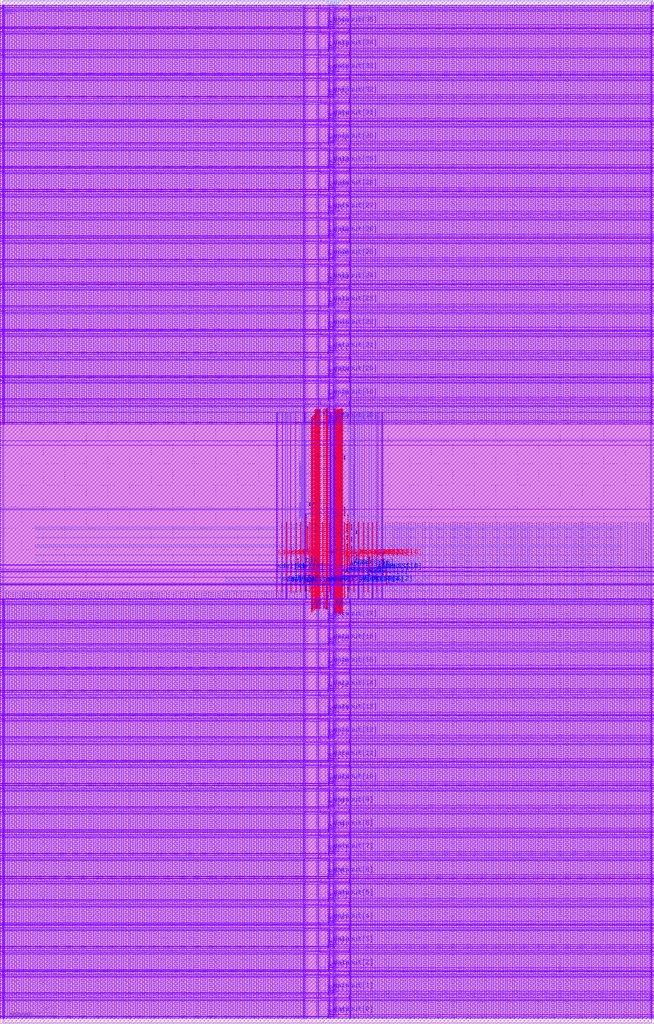
<source format=lef>
VERSION 5.8 ;
BUSBITCHARS "[]" ;
DIVIDERCHAR "/" ;

PROPERTYDEFINITIONS
  MACRO CatenaDesignType STRING ;
END PROPERTYDEFINITIONS

MACRO srambank_256x4x36_6t122
  CLASS BLOCK ;
  ORIGIN 0 0 ;
  FOREIGN srambank_256x4x36_6t122 0 0 ;
  SIZE 30.348 BY 47.52 ;
  SYMMETRY X Y ;
  SITE coreSite ;
  PIN VDD
    DIRECTION INOUT ;
    USE POWER ;
    PORT
      LAYER M4  ;
        RECT 0.1040 1.1720 30.2580 1.2200 ;
        RECT 0.1040 2.2520 30.2580 2.3000 ;
        RECT 0.1040 3.3320 30.2580 3.3800 ;
        RECT 0.1040 4.4120 30.2580 4.4600 ;
        RECT 0.1040 5.4920 30.2580 5.5400 ;
        RECT 0.1040 6.5720 30.2580 6.6200 ;
        RECT 0.1040 7.6520 30.2580 7.7000 ;
        RECT 0.1040 8.7320 30.2580 8.7800 ;
        RECT 0.1040 9.8120 30.2580 9.8600 ;
        RECT 0.1040 10.8920 30.2580 10.9400 ;
        RECT 0.1040 11.9720 30.2580 12.0200 ;
        RECT 0.1040 13.0520 30.2580 13.1000 ;
        RECT 0.1040 14.1320 30.2580 14.1800 ;
        RECT 0.1040 15.2120 30.2580 15.2600 ;
        RECT 0.1040 16.2920 30.2580 16.3400 ;
        RECT 0.1040 17.3720 30.2580 17.4200 ;
        RECT 0.1040 18.4520 30.2580 18.5000 ;
        RECT 0.1040 19.5320 30.2580 19.5800 ;
        RECT 0.1040 28.7390 30.2580 28.7870 ;
        RECT 0.1040 29.8190 30.2580 29.8670 ;
        RECT 0.1040 30.8990 30.2580 30.9470 ;
        RECT 0.1040 31.9790 30.2580 32.0270 ;
        RECT 0.1040 33.0590 30.2580 33.1070 ;
        RECT 0.1040 34.1390 30.2580 34.1870 ;
        RECT 0.1040 35.2190 30.2580 35.2670 ;
        RECT 0.1040 36.2990 30.2580 36.3470 ;
        RECT 0.1040 37.3790 30.2580 37.4270 ;
        RECT 0.1040 38.4590 30.2580 38.5070 ;
        RECT 0.1040 39.5390 30.2580 39.5870 ;
        RECT 0.1040 40.6190 30.2580 40.6670 ;
        RECT 0.1040 41.6990 30.2580 41.7470 ;
        RECT 0.1040 42.7790 30.2580 42.8270 ;
        RECT 0.1040 43.8590 30.2580 43.9070 ;
        RECT 0.1040 44.9390 30.2580 44.9870 ;
        RECT 0.1040 46.0190 30.2580 46.0670 ;
        RECT 0.1040 47.0990 30.2580 47.1470 ;
      LAYER M3  ;
        RECT 30.2180 0.2165 30.2360 1.3765 ;
        RECT 16.1960 0.2170 16.2140 1.3760 ;
        RECT 14.7920 0.2530 14.8820 1.3685 ;
        RECT 14.1440 0.2170 14.1620 1.3760 ;
        RECT 0.1220 0.2165 0.1400 1.3765 ;
        RECT 30.2180 1.2965 30.2360 2.4565 ;
        RECT 16.1960 1.2970 16.2140 2.4560 ;
        RECT 14.7920 1.3330 14.8820 2.4485 ;
        RECT 14.1440 1.2970 14.1620 2.4560 ;
        RECT 0.1220 1.2965 0.1400 2.4565 ;
        RECT 30.2180 2.3765 30.2360 3.5365 ;
        RECT 16.1960 2.3770 16.2140 3.5360 ;
        RECT 14.7920 2.4130 14.8820 3.5285 ;
        RECT 14.1440 2.3770 14.1620 3.5360 ;
        RECT 0.1220 2.3765 0.1400 3.5365 ;
        RECT 30.2180 3.4565 30.2360 4.6165 ;
        RECT 16.1960 3.4570 16.2140 4.6160 ;
        RECT 14.7920 3.4930 14.8820 4.6085 ;
        RECT 14.1440 3.4570 14.1620 4.6160 ;
        RECT 0.1220 3.4565 0.1400 4.6165 ;
        RECT 30.2180 4.5365 30.2360 5.6965 ;
        RECT 16.1960 4.5370 16.2140 5.6960 ;
        RECT 14.7920 4.5730 14.8820 5.6885 ;
        RECT 14.1440 4.5370 14.1620 5.6960 ;
        RECT 0.1220 4.5365 0.1400 5.6965 ;
        RECT 30.2180 5.6165 30.2360 6.7765 ;
        RECT 16.1960 5.6170 16.2140 6.7760 ;
        RECT 14.7920 5.6530 14.8820 6.7685 ;
        RECT 14.1440 5.6170 14.1620 6.7760 ;
        RECT 0.1220 5.6165 0.1400 6.7765 ;
        RECT 30.2180 6.6965 30.2360 7.8565 ;
        RECT 16.1960 6.6970 16.2140 7.8560 ;
        RECT 14.7920 6.7330 14.8820 7.8485 ;
        RECT 14.1440 6.6970 14.1620 7.8560 ;
        RECT 0.1220 6.6965 0.1400 7.8565 ;
        RECT 30.2180 7.7765 30.2360 8.9365 ;
        RECT 16.1960 7.7770 16.2140 8.9360 ;
        RECT 14.7920 7.8130 14.8820 8.9285 ;
        RECT 14.1440 7.7770 14.1620 8.9360 ;
        RECT 0.1220 7.7765 0.1400 8.9365 ;
        RECT 30.2180 8.8565 30.2360 10.0165 ;
        RECT 16.1960 8.8570 16.2140 10.0160 ;
        RECT 14.7920 8.8930 14.8820 10.0085 ;
        RECT 14.1440 8.8570 14.1620 10.0160 ;
        RECT 0.1220 8.8565 0.1400 10.0165 ;
        RECT 30.2180 9.9365 30.2360 11.0965 ;
        RECT 16.1960 9.9370 16.2140 11.0960 ;
        RECT 14.7920 9.9730 14.8820 11.0885 ;
        RECT 14.1440 9.9370 14.1620 11.0960 ;
        RECT 0.1220 9.9365 0.1400 11.0965 ;
        RECT 30.2180 11.0165 30.2360 12.1765 ;
        RECT 16.1960 11.0170 16.2140 12.1760 ;
        RECT 14.7920 11.0530 14.8820 12.1685 ;
        RECT 14.1440 11.0170 14.1620 12.1760 ;
        RECT 0.1220 11.0165 0.1400 12.1765 ;
        RECT 30.2180 12.0965 30.2360 13.2565 ;
        RECT 16.1960 12.0970 16.2140 13.2560 ;
        RECT 14.7920 12.1330 14.8820 13.2485 ;
        RECT 14.1440 12.0970 14.1620 13.2560 ;
        RECT 0.1220 12.0965 0.1400 13.2565 ;
        RECT 30.2180 13.1765 30.2360 14.3365 ;
        RECT 16.1960 13.1770 16.2140 14.3360 ;
        RECT 14.7920 13.2130 14.8820 14.3285 ;
        RECT 14.1440 13.1770 14.1620 14.3360 ;
        RECT 0.1220 13.1765 0.1400 14.3365 ;
        RECT 30.2180 14.2565 30.2360 15.4165 ;
        RECT 16.1960 14.2570 16.2140 15.4160 ;
        RECT 14.7920 14.2930 14.8820 15.4085 ;
        RECT 14.1440 14.2570 14.1620 15.4160 ;
        RECT 0.1220 14.2565 0.1400 15.4165 ;
        RECT 30.2180 15.3365 30.2360 16.4965 ;
        RECT 16.1960 15.3370 16.2140 16.4960 ;
        RECT 14.7920 15.3730 14.8820 16.4885 ;
        RECT 14.1440 15.3370 14.1620 16.4960 ;
        RECT 0.1220 15.3365 0.1400 16.4965 ;
        RECT 30.2180 16.4165 30.2360 17.5765 ;
        RECT 16.1960 16.4170 16.2140 17.5760 ;
        RECT 14.7920 16.4530 14.8820 17.5685 ;
        RECT 14.1440 16.4170 14.1620 17.5760 ;
        RECT 0.1220 16.4165 0.1400 17.5765 ;
        RECT 30.2180 17.4965 30.2360 18.6565 ;
        RECT 16.1960 17.4970 16.2140 18.6560 ;
        RECT 14.7920 17.5330 14.8820 18.6485 ;
        RECT 14.1440 17.4970 14.1620 18.6560 ;
        RECT 0.1220 17.4965 0.1400 18.6565 ;
        RECT 30.2180 18.5765 30.2360 19.7365 ;
        RECT 16.1960 18.5770 16.2140 19.7360 ;
        RECT 14.7920 18.6130 14.8820 19.7285 ;
        RECT 14.1440 18.5770 14.1620 19.7360 ;
        RECT 0.1220 18.5765 0.1400 19.7365 ;
        RECT 14.0490 23.5250 14.0670 29.5885 ;
        RECT 30.2180 27.7835 30.2360 28.9435 ;
        RECT 16.1960 27.7840 16.2140 28.9430 ;
        RECT 14.7920 27.8200 14.8820 28.9355 ;
        RECT 14.1440 27.7840 14.1620 28.9430 ;
        RECT 0.1220 27.7835 0.1400 28.9435 ;
        RECT 30.2180 28.8635 30.2360 30.0235 ;
        RECT 16.1960 28.8640 16.2140 30.0230 ;
        RECT 14.7920 28.9000 14.8820 30.0155 ;
        RECT 14.1440 28.8640 14.1620 30.0230 ;
        RECT 0.1220 28.8635 0.1400 30.0235 ;
        RECT 30.2180 29.9435 30.2360 31.1035 ;
        RECT 16.1960 29.9440 16.2140 31.1030 ;
        RECT 14.7920 29.9800 14.8820 31.0955 ;
        RECT 14.1440 29.9440 14.1620 31.1030 ;
        RECT 0.1220 29.9435 0.1400 31.1035 ;
        RECT 30.2180 31.0235 30.2360 32.1835 ;
        RECT 16.1960 31.0240 16.2140 32.1830 ;
        RECT 14.7920 31.0600 14.8820 32.1755 ;
        RECT 14.1440 31.0240 14.1620 32.1830 ;
        RECT 0.1220 31.0235 0.1400 32.1835 ;
        RECT 30.2180 32.1035 30.2360 33.2635 ;
        RECT 16.1960 32.1040 16.2140 33.2630 ;
        RECT 14.7920 32.1400 14.8820 33.2555 ;
        RECT 14.1440 32.1040 14.1620 33.2630 ;
        RECT 0.1220 32.1035 0.1400 33.2635 ;
        RECT 30.2180 33.1835 30.2360 34.3435 ;
        RECT 16.1960 33.1840 16.2140 34.3430 ;
        RECT 14.7920 33.2200 14.8820 34.3355 ;
        RECT 14.1440 33.1840 14.1620 34.3430 ;
        RECT 0.1220 33.1835 0.1400 34.3435 ;
        RECT 30.2180 34.2635 30.2360 35.4235 ;
        RECT 16.1960 34.2640 16.2140 35.4230 ;
        RECT 14.7920 34.3000 14.8820 35.4155 ;
        RECT 14.1440 34.2640 14.1620 35.4230 ;
        RECT 0.1220 34.2635 0.1400 35.4235 ;
        RECT 30.2180 35.3435 30.2360 36.5035 ;
        RECT 16.1960 35.3440 16.2140 36.5030 ;
        RECT 14.7920 35.3800 14.8820 36.4955 ;
        RECT 14.1440 35.3440 14.1620 36.5030 ;
        RECT 0.1220 35.3435 0.1400 36.5035 ;
        RECT 30.2180 36.4235 30.2360 37.5835 ;
        RECT 16.1960 36.4240 16.2140 37.5830 ;
        RECT 14.7920 36.4600 14.8820 37.5755 ;
        RECT 14.1440 36.4240 14.1620 37.5830 ;
        RECT 0.1220 36.4235 0.1400 37.5835 ;
        RECT 30.2180 37.5035 30.2360 38.6635 ;
        RECT 16.1960 37.5040 16.2140 38.6630 ;
        RECT 14.7920 37.5400 14.8820 38.6555 ;
        RECT 14.1440 37.5040 14.1620 38.6630 ;
        RECT 0.1220 37.5035 0.1400 38.6635 ;
        RECT 30.2180 38.5835 30.2360 39.7435 ;
        RECT 16.1960 38.5840 16.2140 39.7430 ;
        RECT 14.7920 38.6200 14.8820 39.7355 ;
        RECT 14.1440 38.5840 14.1620 39.7430 ;
        RECT 0.1220 38.5835 0.1400 39.7435 ;
        RECT 30.2180 39.6635 30.2360 40.8235 ;
        RECT 16.1960 39.6640 16.2140 40.8230 ;
        RECT 14.7920 39.7000 14.8820 40.8155 ;
        RECT 14.1440 39.6640 14.1620 40.8230 ;
        RECT 0.1220 39.6635 0.1400 40.8235 ;
        RECT 30.2180 40.7435 30.2360 41.9035 ;
        RECT 16.1960 40.7440 16.2140 41.9030 ;
        RECT 14.7920 40.7800 14.8820 41.8955 ;
        RECT 14.1440 40.7440 14.1620 41.9030 ;
        RECT 0.1220 40.7435 0.1400 41.9035 ;
        RECT 30.2180 41.8235 30.2360 42.9835 ;
        RECT 16.1960 41.8240 16.2140 42.9830 ;
        RECT 14.7920 41.8600 14.8820 42.9755 ;
        RECT 14.1440 41.8240 14.1620 42.9830 ;
        RECT 0.1220 41.8235 0.1400 42.9835 ;
        RECT 30.2180 42.9035 30.2360 44.0635 ;
        RECT 16.1960 42.9040 16.2140 44.0630 ;
        RECT 14.7920 42.9400 14.8820 44.0555 ;
        RECT 14.1440 42.9040 14.1620 44.0630 ;
        RECT 0.1220 42.9035 0.1400 44.0635 ;
        RECT 30.2180 43.9835 30.2360 45.1435 ;
        RECT 16.1960 43.9840 16.2140 45.1430 ;
        RECT 14.7920 44.0200 14.8820 45.1355 ;
        RECT 14.1440 43.9840 14.1620 45.1430 ;
        RECT 0.1220 43.9835 0.1400 45.1435 ;
        RECT 30.2180 45.0635 30.2360 46.2235 ;
        RECT 16.1960 45.0640 16.2140 46.2230 ;
        RECT 14.7920 45.1000 14.8820 46.2155 ;
        RECT 14.1440 45.0640 14.1620 46.2230 ;
        RECT 0.1220 45.0635 0.1400 46.2235 ;
        RECT 30.2180 46.1435 30.2360 47.3035 ;
        RECT 16.1960 46.1440 16.2140 47.3030 ;
        RECT 14.7920 46.1800 14.8820 47.2955 ;
        RECT 14.1440 46.1440 14.1620 47.3030 ;
        RECT 0.1220 46.1435 0.1400 47.3035 ;
      LAYER V3  ;
        RECT 0.1220 1.1720 0.1400 1.2200 ;
        RECT 14.1440 1.1720 14.1620 1.2200 ;
        RECT 14.7920 1.1720 14.8820 1.2200 ;
        RECT 16.1960 1.1720 16.2140 1.2200 ;
        RECT 30.2180 1.1720 30.2360 1.2200 ;
        RECT 0.1220 2.2520 0.1400 2.3000 ;
        RECT 14.1440 2.2520 14.1620 2.3000 ;
        RECT 14.7920 2.2520 14.8820 2.3000 ;
        RECT 16.1960 2.2520 16.2140 2.3000 ;
        RECT 30.2180 2.2520 30.2360 2.3000 ;
        RECT 0.1220 3.3320 0.1400 3.3800 ;
        RECT 14.1440 3.3320 14.1620 3.3800 ;
        RECT 14.7920 3.3320 14.8820 3.3800 ;
        RECT 16.1960 3.3320 16.2140 3.3800 ;
        RECT 30.2180 3.3320 30.2360 3.3800 ;
        RECT 0.1220 4.4120 0.1400 4.4600 ;
        RECT 14.1440 4.4120 14.1620 4.4600 ;
        RECT 14.7920 4.4120 14.8820 4.4600 ;
        RECT 16.1960 4.4120 16.2140 4.4600 ;
        RECT 30.2180 4.4120 30.2360 4.4600 ;
        RECT 0.1220 5.4920 0.1400 5.5400 ;
        RECT 14.1440 5.4920 14.1620 5.5400 ;
        RECT 14.7920 5.4920 14.8820 5.5400 ;
        RECT 16.1960 5.4920 16.2140 5.5400 ;
        RECT 30.2180 5.4920 30.2360 5.5400 ;
        RECT 0.1220 6.5720 0.1400 6.6200 ;
        RECT 14.1440 6.5720 14.1620 6.6200 ;
        RECT 14.7920 6.5720 14.8820 6.6200 ;
        RECT 16.1960 6.5720 16.2140 6.6200 ;
        RECT 30.2180 6.5720 30.2360 6.6200 ;
        RECT 0.1220 7.6520 0.1400 7.7000 ;
        RECT 14.1440 7.6520 14.1620 7.7000 ;
        RECT 14.7920 7.6520 14.8820 7.7000 ;
        RECT 16.1960 7.6520 16.2140 7.7000 ;
        RECT 30.2180 7.6520 30.2360 7.7000 ;
        RECT 0.1220 8.7320 0.1400 8.7800 ;
        RECT 14.1440 8.7320 14.1620 8.7800 ;
        RECT 14.7920 8.7320 14.8820 8.7800 ;
        RECT 16.1960 8.7320 16.2140 8.7800 ;
        RECT 30.2180 8.7320 30.2360 8.7800 ;
        RECT 0.1220 9.8120 0.1400 9.8600 ;
        RECT 14.1440 9.8120 14.1620 9.8600 ;
        RECT 14.7920 9.8120 14.8820 9.8600 ;
        RECT 16.1960 9.8120 16.2140 9.8600 ;
        RECT 30.2180 9.8120 30.2360 9.8600 ;
        RECT 0.1220 10.8920 0.1400 10.9400 ;
        RECT 14.1440 10.8920 14.1620 10.9400 ;
        RECT 14.7920 10.8920 14.8820 10.9400 ;
        RECT 16.1960 10.8920 16.2140 10.9400 ;
        RECT 30.2180 10.8920 30.2360 10.9400 ;
        RECT 0.1220 11.9720 0.1400 12.0200 ;
        RECT 14.1440 11.9720 14.1620 12.0200 ;
        RECT 14.7920 11.9720 14.8820 12.0200 ;
        RECT 16.1960 11.9720 16.2140 12.0200 ;
        RECT 30.2180 11.9720 30.2360 12.0200 ;
        RECT 0.1220 13.0520 0.1400 13.1000 ;
        RECT 14.1440 13.0520 14.1620 13.1000 ;
        RECT 14.7920 13.0520 14.8820 13.1000 ;
        RECT 16.1960 13.0520 16.2140 13.1000 ;
        RECT 30.2180 13.0520 30.2360 13.1000 ;
        RECT 0.1220 14.1320 0.1400 14.1800 ;
        RECT 14.1440 14.1320 14.1620 14.1800 ;
        RECT 14.7920 14.1320 14.8820 14.1800 ;
        RECT 16.1960 14.1320 16.2140 14.1800 ;
        RECT 30.2180 14.1320 30.2360 14.1800 ;
        RECT 0.1220 15.2120 0.1400 15.2600 ;
        RECT 14.1440 15.2120 14.1620 15.2600 ;
        RECT 14.7920 15.2120 14.8820 15.2600 ;
        RECT 16.1960 15.2120 16.2140 15.2600 ;
        RECT 30.2180 15.2120 30.2360 15.2600 ;
        RECT 0.1220 16.2920 0.1400 16.3400 ;
        RECT 14.1440 16.2920 14.1620 16.3400 ;
        RECT 14.7920 16.2920 14.8820 16.3400 ;
        RECT 16.1960 16.2920 16.2140 16.3400 ;
        RECT 30.2180 16.2920 30.2360 16.3400 ;
        RECT 0.1220 17.3720 0.1400 17.4200 ;
        RECT 14.1440 17.3720 14.1620 17.4200 ;
        RECT 14.7920 17.3720 14.8820 17.4200 ;
        RECT 16.1960 17.3720 16.2140 17.4200 ;
        RECT 30.2180 17.3720 30.2360 17.4200 ;
        RECT 0.1220 18.4520 0.1400 18.5000 ;
        RECT 14.1440 18.4520 14.1620 18.5000 ;
        RECT 14.7920 18.4520 14.8820 18.5000 ;
        RECT 16.1960 18.4520 16.2140 18.5000 ;
        RECT 30.2180 18.4520 30.2360 18.5000 ;
        RECT 0.1220 19.5320 0.1400 19.5800 ;
        RECT 14.1440 19.5320 14.1620 19.5800 ;
        RECT 14.7920 19.5320 14.8820 19.5800 ;
        RECT 16.1960 19.5320 16.2140 19.5800 ;
        RECT 30.2180 19.5320 30.2360 19.5800 ;
        RECT 0.1220 28.7390 0.1400 28.7870 ;
        RECT 14.1440 28.7390 14.1620 28.7870 ;
        RECT 14.7920 28.7390 14.8820 28.7870 ;
        RECT 16.1960 28.7390 16.2140 28.7870 ;
        RECT 30.2180 28.7390 30.2360 28.7870 ;
        RECT 0.1220 29.8190 0.1400 29.8670 ;
        RECT 14.1440 29.8190 14.1620 29.8670 ;
        RECT 14.7920 29.8190 14.8820 29.8670 ;
        RECT 16.1960 29.8190 16.2140 29.8670 ;
        RECT 30.2180 29.8190 30.2360 29.8670 ;
        RECT 0.1220 30.8990 0.1400 30.9470 ;
        RECT 14.1440 30.8990 14.1620 30.9470 ;
        RECT 14.7920 30.8990 14.8820 30.9470 ;
        RECT 16.1960 30.8990 16.2140 30.9470 ;
        RECT 30.2180 30.8990 30.2360 30.9470 ;
        RECT 0.1220 31.9790 0.1400 32.0270 ;
        RECT 14.1440 31.9790 14.1620 32.0270 ;
        RECT 14.7920 31.9790 14.8820 32.0270 ;
        RECT 16.1960 31.9790 16.2140 32.0270 ;
        RECT 30.2180 31.9790 30.2360 32.0270 ;
        RECT 0.1220 33.0590 0.1400 33.1070 ;
        RECT 14.1440 33.0590 14.1620 33.1070 ;
        RECT 14.7920 33.0590 14.8820 33.1070 ;
        RECT 16.1960 33.0590 16.2140 33.1070 ;
        RECT 30.2180 33.0590 30.2360 33.1070 ;
        RECT 0.1220 34.1390 0.1400 34.1870 ;
        RECT 14.1440 34.1390 14.1620 34.1870 ;
        RECT 14.7920 34.1390 14.8820 34.1870 ;
        RECT 16.1960 34.1390 16.2140 34.1870 ;
        RECT 30.2180 34.1390 30.2360 34.1870 ;
        RECT 0.1220 35.2190 0.1400 35.2670 ;
        RECT 14.1440 35.2190 14.1620 35.2670 ;
        RECT 14.7920 35.2190 14.8820 35.2670 ;
        RECT 16.1960 35.2190 16.2140 35.2670 ;
        RECT 30.2180 35.2190 30.2360 35.2670 ;
        RECT 0.1220 36.2990 0.1400 36.3470 ;
        RECT 14.1440 36.2990 14.1620 36.3470 ;
        RECT 14.7920 36.2990 14.8820 36.3470 ;
        RECT 16.1960 36.2990 16.2140 36.3470 ;
        RECT 30.2180 36.2990 30.2360 36.3470 ;
        RECT 0.1220 37.3790 0.1400 37.4270 ;
        RECT 14.1440 37.3790 14.1620 37.4270 ;
        RECT 14.7920 37.3790 14.8820 37.4270 ;
        RECT 16.1960 37.3790 16.2140 37.4270 ;
        RECT 30.2180 37.3790 30.2360 37.4270 ;
        RECT 0.1220 38.4590 0.1400 38.5070 ;
        RECT 14.1440 38.4590 14.1620 38.5070 ;
        RECT 14.7920 38.4590 14.8820 38.5070 ;
        RECT 16.1960 38.4590 16.2140 38.5070 ;
        RECT 30.2180 38.4590 30.2360 38.5070 ;
        RECT 0.1220 39.5390 0.1400 39.5870 ;
        RECT 14.1440 39.5390 14.1620 39.5870 ;
        RECT 14.7920 39.5390 14.8820 39.5870 ;
        RECT 16.1960 39.5390 16.2140 39.5870 ;
        RECT 30.2180 39.5390 30.2360 39.5870 ;
        RECT 0.1220 40.6190 0.1400 40.6670 ;
        RECT 14.1440 40.6190 14.1620 40.6670 ;
        RECT 14.7920 40.6190 14.8820 40.6670 ;
        RECT 16.1960 40.6190 16.2140 40.6670 ;
        RECT 30.2180 40.6190 30.2360 40.6670 ;
        RECT 0.1220 41.6990 0.1400 41.7470 ;
        RECT 14.1440 41.6990 14.1620 41.7470 ;
        RECT 14.7920 41.6990 14.8820 41.7470 ;
        RECT 16.1960 41.6990 16.2140 41.7470 ;
        RECT 30.2180 41.6990 30.2360 41.7470 ;
        RECT 0.1220 42.7790 0.1400 42.8270 ;
        RECT 14.1440 42.7790 14.1620 42.8270 ;
        RECT 14.7920 42.7790 14.8820 42.8270 ;
        RECT 16.1960 42.7790 16.2140 42.8270 ;
        RECT 30.2180 42.7790 30.2360 42.8270 ;
        RECT 0.1220 43.8590 0.1400 43.9070 ;
        RECT 14.1440 43.8590 14.1620 43.9070 ;
        RECT 14.7920 43.8590 14.8820 43.9070 ;
        RECT 16.1960 43.8590 16.2140 43.9070 ;
        RECT 30.2180 43.8590 30.2360 43.9070 ;
        RECT 0.1220 44.9390 0.1400 44.9870 ;
        RECT 14.1440 44.9390 14.1620 44.9870 ;
        RECT 14.7920 44.9390 14.8820 44.9870 ;
        RECT 16.1960 44.9390 16.2140 44.9870 ;
        RECT 30.2180 44.9390 30.2360 44.9870 ;
        RECT 0.1220 46.0190 0.1400 46.0670 ;
        RECT 14.1440 46.0190 14.1620 46.0670 ;
        RECT 14.7920 46.0190 14.8820 46.0670 ;
        RECT 16.1960 46.0190 16.2140 46.0670 ;
        RECT 30.2180 46.0190 30.2360 46.0670 ;
        RECT 0.1220 47.0990 0.1400 47.1470 ;
        RECT 14.1440 47.0990 14.1620 47.1470 ;
        RECT 14.7920 47.0990 14.8820 47.1470 ;
        RECT 16.1960 47.0990 16.2140 47.1470 ;
        RECT 30.2180 47.0990 30.2360 47.1470 ;
    END
  END VDD
  PIN VSS
    DIRECTION INOUT ;
    USE POWER ;
    PORT
      LAYER M4  ;
        RECT 0.1040 1.0760 30.2580 1.1240 ;
        RECT 0.1040 2.1560 30.2580 2.2040 ;
        RECT 0.1040 3.2360 30.2580 3.2840 ;
        RECT 0.1040 4.3160 30.2580 4.3640 ;
        RECT 0.1040 5.3960 30.2580 5.4440 ;
        RECT 0.1040 6.4760 30.2580 6.5240 ;
        RECT 0.1040 7.5560 30.2580 7.6040 ;
        RECT 0.1040 8.6360 30.2580 8.6840 ;
        RECT 0.1040 9.7160 30.2580 9.7640 ;
        RECT 0.1040 10.7960 30.2580 10.8440 ;
        RECT 0.1040 11.8760 30.2580 11.9240 ;
        RECT 0.1040 12.9560 30.2580 13.0040 ;
        RECT 0.1040 14.0360 30.2580 14.0840 ;
        RECT 0.1040 15.1160 30.2580 15.1640 ;
        RECT 0.1040 16.1960 30.2580 16.2440 ;
        RECT 0.1040 17.2760 30.2580 17.3240 ;
        RECT 0.1040 18.3560 30.2580 18.4040 ;
        RECT 0.1040 19.4360 30.2580 19.4840 ;
        RECT 10.4760 20.5015 19.8720 20.7175 ;
        RECT 14.3100 23.6695 16.0380 23.8855 ;
        RECT 14.3100 26.8375 16.0380 27.0535 ;
        RECT 0.1040 28.6430 30.2580 28.6910 ;
        RECT 0.1040 29.7230 30.2580 29.7710 ;
        RECT 0.1040 30.8030 30.2580 30.8510 ;
        RECT 0.1040 31.8830 30.2580 31.9310 ;
        RECT 0.1040 32.9630 30.2580 33.0110 ;
        RECT 0.1040 34.0430 30.2580 34.0910 ;
        RECT 0.1040 35.1230 30.2580 35.1710 ;
        RECT 0.1040 36.2030 30.2580 36.2510 ;
        RECT 0.1040 37.2830 30.2580 37.3310 ;
        RECT 0.1040 38.3630 30.2580 38.4110 ;
        RECT 0.1040 39.4430 30.2580 39.4910 ;
        RECT 0.1040 40.5230 30.2580 40.5710 ;
        RECT 0.1040 41.6030 30.2580 41.6510 ;
        RECT 0.1040 42.6830 30.2580 42.7310 ;
        RECT 0.1040 43.7630 30.2580 43.8110 ;
        RECT 0.1040 44.8430 30.2580 44.8910 ;
        RECT 0.1040 45.9230 30.2580 45.9710 ;
        RECT 0.1040 47.0030 30.2580 47.0510 ;
      LAYER M3  ;
        RECT 30.1820 0.2165 30.2000 1.3765 ;
        RECT 16.2500 0.2165 16.2680 1.3765 ;
        RECT 15.4850 0.2530 15.5210 1.3675 ;
        RECT 15.2600 0.2530 15.2870 1.3675 ;
        RECT 14.0900 0.2165 14.1080 1.3765 ;
        RECT 0.1580 0.2165 0.1760 1.3765 ;
        RECT 30.1820 1.2965 30.2000 2.4565 ;
        RECT 16.2500 1.2965 16.2680 2.4565 ;
        RECT 15.4850 1.3330 15.5210 2.4475 ;
        RECT 15.2600 1.3330 15.2870 2.4475 ;
        RECT 14.0900 1.2965 14.1080 2.4565 ;
        RECT 0.1580 1.2965 0.1760 2.4565 ;
        RECT 30.1820 2.3765 30.2000 3.5365 ;
        RECT 16.2500 2.3765 16.2680 3.5365 ;
        RECT 15.4850 2.4130 15.5210 3.5275 ;
        RECT 15.2600 2.4130 15.2870 3.5275 ;
        RECT 14.0900 2.3765 14.1080 3.5365 ;
        RECT 0.1580 2.3765 0.1760 3.5365 ;
        RECT 30.1820 3.4565 30.2000 4.6165 ;
        RECT 16.2500 3.4565 16.2680 4.6165 ;
        RECT 15.4850 3.4930 15.5210 4.6075 ;
        RECT 15.2600 3.4930 15.2870 4.6075 ;
        RECT 14.0900 3.4565 14.1080 4.6165 ;
        RECT 0.1580 3.4565 0.1760 4.6165 ;
        RECT 30.1820 4.5365 30.2000 5.6965 ;
        RECT 16.2500 4.5365 16.2680 5.6965 ;
        RECT 15.4850 4.5730 15.5210 5.6875 ;
        RECT 15.2600 4.5730 15.2870 5.6875 ;
        RECT 14.0900 4.5365 14.1080 5.6965 ;
        RECT 0.1580 4.5365 0.1760 5.6965 ;
        RECT 30.1820 5.6165 30.2000 6.7765 ;
        RECT 16.2500 5.6165 16.2680 6.7765 ;
        RECT 15.4850 5.6530 15.5210 6.7675 ;
        RECT 15.2600 5.6530 15.2870 6.7675 ;
        RECT 14.0900 5.6165 14.1080 6.7765 ;
        RECT 0.1580 5.6165 0.1760 6.7765 ;
        RECT 30.1820 6.6965 30.2000 7.8565 ;
        RECT 16.2500 6.6965 16.2680 7.8565 ;
        RECT 15.4850 6.7330 15.5210 7.8475 ;
        RECT 15.2600 6.7330 15.2870 7.8475 ;
        RECT 14.0900 6.6965 14.1080 7.8565 ;
        RECT 0.1580 6.6965 0.1760 7.8565 ;
        RECT 30.1820 7.7765 30.2000 8.9365 ;
        RECT 16.2500 7.7765 16.2680 8.9365 ;
        RECT 15.4850 7.8130 15.5210 8.9275 ;
        RECT 15.2600 7.8130 15.2870 8.9275 ;
        RECT 14.0900 7.7765 14.1080 8.9365 ;
        RECT 0.1580 7.7765 0.1760 8.9365 ;
        RECT 30.1820 8.8565 30.2000 10.0165 ;
        RECT 16.2500 8.8565 16.2680 10.0165 ;
        RECT 15.4850 8.8930 15.5210 10.0075 ;
        RECT 15.2600 8.8930 15.2870 10.0075 ;
        RECT 14.0900 8.8565 14.1080 10.0165 ;
        RECT 0.1580 8.8565 0.1760 10.0165 ;
        RECT 30.1820 9.9365 30.2000 11.0965 ;
        RECT 16.2500 9.9365 16.2680 11.0965 ;
        RECT 15.4850 9.9730 15.5210 11.0875 ;
        RECT 15.2600 9.9730 15.2870 11.0875 ;
        RECT 14.0900 9.9365 14.1080 11.0965 ;
        RECT 0.1580 9.9365 0.1760 11.0965 ;
        RECT 30.1820 11.0165 30.2000 12.1765 ;
        RECT 16.2500 11.0165 16.2680 12.1765 ;
        RECT 15.4850 11.0530 15.5210 12.1675 ;
        RECT 15.2600 11.0530 15.2870 12.1675 ;
        RECT 14.0900 11.0165 14.1080 12.1765 ;
        RECT 0.1580 11.0165 0.1760 12.1765 ;
        RECT 30.1820 12.0965 30.2000 13.2565 ;
        RECT 16.2500 12.0965 16.2680 13.2565 ;
        RECT 15.4850 12.1330 15.5210 13.2475 ;
        RECT 15.2600 12.1330 15.2870 13.2475 ;
        RECT 14.0900 12.0965 14.1080 13.2565 ;
        RECT 0.1580 12.0965 0.1760 13.2565 ;
        RECT 30.1820 13.1765 30.2000 14.3365 ;
        RECT 16.2500 13.1765 16.2680 14.3365 ;
        RECT 15.4850 13.2130 15.5210 14.3275 ;
        RECT 15.2600 13.2130 15.2870 14.3275 ;
        RECT 14.0900 13.1765 14.1080 14.3365 ;
        RECT 0.1580 13.1765 0.1760 14.3365 ;
        RECT 30.1820 14.2565 30.2000 15.4165 ;
        RECT 16.2500 14.2565 16.2680 15.4165 ;
        RECT 15.4850 14.2930 15.5210 15.4075 ;
        RECT 15.2600 14.2930 15.2870 15.4075 ;
        RECT 14.0900 14.2565 14.1080 15.4165 ;
        RECT 0.1580 14.2565 0.1760 15.4165 ;
        RECT 30.1820 15.3365 30.2000 16.4965 ;
        RECT 16.2500 15.3365 16.2680 16.4965 ;
        RECT 15.4850 15.3730 15.5210 16.4875 ;
        RECT 15.2600 15.3730 15.2870 16.4875 ;
        RECT 14.0900 15.3365 14.1080 16.4965 ;
        RECT 0.1580 15.3365 0.1760 16.4965 ;
        RECT 30.1820 16.4165 30.2000 17.5765 ;
        RECT 16.2500 16.4165 16.2680 17.5765 ;
        RECT 15.4850 16.4530 15.5210 17.5675 ;
        RECT 15.2600 16.4530 15.2870 17.5675 ;
        RECT 14.0900 16.4165 14.1080 17.5765 ;
        RECT 0.1580 16.4165 0.1760 17.5765 ;
        RECT 30.1820 17.4965 30.2000 18.6565 ;
        RECT 16.2500 17.4965 16.2680 18.6565 ;
        RECT 15.4850 17.5330 15.5210 18.6475 ;
        RECT 15.2600 17.5330 15.2870 18.6475 ;
        RECT 14.0900 17.4965 14.1080 18.6565 ;
        RECT 0.1580 17.4965 0.1760 18.6565 ;
        RECT 30.1820 18.5765 30.2000 19.7365 ;
        RECT 16.2500 18.5765 16.2680 19.7365 ;
        RECT 15.4850 18.6130 15.5210 19.7275 ;
        RECT 15.2600 18.6130 15.2870 19.7275 ;
        RECT 14.0900 18.5765 14.1080 19.7365 ;
        RECT 0.1580 18.5765 0.1760 19.7365 ;
        RECT 16.2450 19.7070 16.2630 27.9140 ;
        RECT 15.2910 19.9305 15.5250 27.6135 ;
        RECT 14.0850 19.7070 14.1030 29.5885 ;
        RECT 30.1820 27.7835 30.2000 28.9435 ;
        RECT 16.2500 27.7835 16.2680 28.9435 ;
        RECT 15.4850 27.8200 15.5210 28.9345 ;
        RECT 15.2600 27.8200 15.2870 28.9345 ;
        RECT 14.0900 27.7835 14.1080 28.9435 ;
        RECT 0.1580 27.7835 0.1760 28.9435 ;
        RECT 30.1820 28.8635 30.2000 30.0235 ;
        RECT 16.2500 28.8635 16.2680 30.0235 ;
        RECT 15.4850 28.9000 15.5210 30.0145 ;
        RECT 15.2600 28.9000 15.2870 30.0145 ;
        RECT 14.0900 28.8635 14.1080 30.0235 ;
        RECT 0.1580 28.8635 0.1760 30.0235 ;
        RECT 30.1820 29.9435 30.2000 31.1035 ;
        RECT 16.2500 29.9435 16.2680 31.1035 ;
        RECT 15.4850 29.9800 15.5210 31.0945 ;
        RECT 15.2600 29.9800 15.2870 31.0945 ;
        RECT 14.0900 29.9435 14.1080 31.1035 ;
        RECT 0.1580 29.9435 0.1760 31.1035 ;
        RECT 30.1820 31.0235 30.2000 32.1835 ;
        RECT 16.2500 31.0235 16.2680 32.1835 ;
        RECT 15.4850 31.0600 15.5210 32.1745 ;
        RECT 15.2600 31.0600 15.2870 32.1745 ;
        RECT 14.0900 31.0235 14.1080 32.1835 ;
        RECT 0.1580 31.0235 0.1760 32.1835 ;
        RECT 30.1820 32.1035 30.2000 33.2635 ;
        RECT 16.2500 32.1035 16.2680 33.2635 ;
        RECT 15.4850 32.1400 15.5210 33.2545 ;
        RECT 15.2600 32.1400 15.2870 33.2545 ;
        RECT 14.0900 32.1035 14.1080 33.2635 ;
        RECT 0.1580 32.1035 0.1760 33.2635 ;
        RECT 30.1820 33.1835 30.2000 34.3435 ;
        RECT 16.2500 33.1835 16.2680 34.3435 ;
        RECT 15.4850 33.2200 15.5210 34.3345 ;
        RECT 15.2600 33.2200 15.2870 34.3345 ;
        RECT 14.0900 33.1835 14.1080 34.3435 ;
        RECT 0.1580 33.1835 0.1760 34.3435 ;
        RECT 30.1820 34.2635 30.2000 35.4235 ;
        RECT 16.2500 34.2635 16.2680 35.4235 ;
        RECT 15.4850 34.3000 15.5210 35.4145 ;
        RECT 15.2600 34.3000 15.2870 35.4145 ;
        RECT 14.0900 34.2635 14.1080 35.4235 ;
        RECT 0.1580 34.2635 0.1760 35.4235 ;
        RECT 30.1820 35.3435 30.2000 36.5035 ;
        RECT 16.2500 35.3435 16.2680 36.5035 ;
        RECT 15.4850 35.3800 15.5210 36.4945 ;
        RECT 15.2600 35.3800 15.2870 36.4945 ;
        RECT 14.0900 35.3435 14.1080 36.5035 ;
        RECT 0.1580 35.3435 0.1760 36.5035 ;
        RECT 30.1820 36.4235 30.2000 37.5835 ;
        RECT 16.2500 36.4235 16.2680 37.5835 ;
        RECT 15.4850 36.4600 15.5210 37.5745 ;
        RECT 15.2600 36.4600 15.2870 37.5745 ;
        RECT 14.0900 36.4235 14.1080 37.5835 ;
        RECT 0.1580 36.4235 0.1760 37.5835 ;
        RECT 30.1820 37.5035 30.2000 38.6635 ;
        RECT 16.2500 37.5035 16.2680 38.6635 ;
        RECT 15.4850 37.5400 15.5210 38.6545 ;
        RECT 15.2600 37.5400 15.2870 38.6545 ;
        RECT 14.0900 37.5035 14.1080 38.6635 ;
        RECT 0.1580 37.5035 0.1760 38.6635 ;
        RECT 30.1820 38.5835 30.2000 39.7435 ;
        RECT 16.2500 38.5835 16.2680 39.7435 ;
        RECT 15.4850 38.6200 15.5210 39.7345 ;
        RECT 15.2600 38.6200 15.2870 39.7345 ;
        RECT 14.0900 38.5835 14.1080 39.7435 ;
        RECT 0.1580 38.5835 0.1760 39.7435 ;
        RECT 30.1820 39.6635 30.2000 40.8235 ;
        RECT 16.2500 39.6635 16.2680 40.8235 ;
        RECT 15.4850 39.7000 15.5210 40.8145 ;
        RECT 15.2600 39.7000 15.2870 40.8145 ;
        RECT 14.0900 39.6635 14.1080 40.8235 ;
        RECT 0.1580 39.6635 0.1760 40.8235 ;
        RECT 30.1820 40.7435 30.2000 41.9035 ;
        RECT 16.2500 40.7435 16.2680 41.9035 ;
        RECT 15.4850 40.7800 15.5210 41.8945 ;
        RECT 15.2600 40.7800 15.2870 41.8945 ;
        RECT 14.0900 40.7435 14.1080 41.9035 ;
        RECT 0.1580 40.7435 0.1760 41.9035 ;
        RECT 30.1820 41.8235 30.2000 42.9835 ;
        RECT 16.2500 41.8235 16.2680 42.9835 ;
        RECT 15.4850 41.8600 15.5210 42.9745 ;
        RECT 15.2600 41.8600 15.2870 42.9745 ;
        RECT 14.0900 41.8235 14.1080 42.9835 ;
        RECT 0.1580 41.8235 0.1760 42.9835 ;
        RECT 30.1820 42.9035 30.2000 44.0635 ;
        RECT 16.2500 42.9035 16.2680 44.0635 ;
        RECT 15.4850 42.9400 15.5210 44.0545 ;
        RECT 15.2600 42.9400 15.2870 44.0545 ;
        RECT 14.0900 42.9035 14.1080 44.0635 ;
        RECT 0.1580 42.9035 0.1760 44.0635 ;
        RECT 30.1820 43.9835 30.2000 45.1435 ;
        RECT 16.2500 43.9835 16.2680 45.1435 ;
        RECT 15.4850 44.0200 15.5210 45.1345 ;
        RECT 15.2600 44.0200 15.2870 45.1345 ;
        RECT 14.0900 43.9835 14.1080 45.1435 ;
        RECT 0.1580 43.9835 0.1760 45.1435 ;
        RECT 30.1820 45.0635 30.2000 46.2235 ;
        RECT 16.2500 45.0635 16.2680 46.2235 ;
        RECT 15.4850 45.1000 15.5210 46.2145 ;
        RECT 15.2600 45.1000 15.2870 46.2145 ;
        RECT 14.0900 45.0635 14.1080 46.2235 ;
        RECT 0.1580 45.0635 0.1760 46.2235 ;
        RECT 30.1820 46.1435 30.2000 47.3035 ;
        RECT 16.2500 46.1435 16.2680 47.3035 ;
        RECT 15.4850 46.1800 15.5210 47.2945 ;
        RECT 15.2600 46.1800 15.2870 47.2945 ;
        RECT 14.0900 46.1435 14.1080 47.3035 ;
        RECT 0.1580 46.1435 0.1760 47.3035 ;
      LAYER V3  ;
        RECT 0.1580 1.0760 0.1760 1.1240 ;
        RECT 14.0900 1.0760 14.1080 1.1240 ;
        RECT 15.2600 1.0760 15.2870 1.1240 ;
        RECT 15.4850 1.0760 15.5210 1.1240 ;
        RECT 16.2500 1.0760 16.2680 1.1240 ;
        RECT 30.1820 1.0760 30.2000 1.1240 ;
        RECT 0.1580 2.1560 0.1760 2.2040 ;
        RECT 14.0900 2.1560 14.1080 2.2040 ;
        RECT 15.2600 2.1560 15.2870 2.2040 ;
        RECT 15.4850 2.1560 15.5210 2.2040 ;
        RECT 16.2500 2.1560 16.2680 2.2040 ;
        RECT 30.1820 2.1560 30.2000 2.2040 ;
        RECT 0.1580 3.2360 0.1760 3.2840 ;
        RECT 14.0900 3.2360 14.1080 3.2840 ;
        RECT 15.2600 3.2360 15.2870 3.2840 ;
        RECT 15.4850 3.2360 15.5210 3.2840 ;
        RECT 16.2500 3.2360 16.2680 3.2840 ;
        RECT 30.1820 3.2360 30.2000 3.2840 ;
        RECT 0.1580 4.3160 0.1760 4.3640 ;
        RECT 14.0900 4.3160 14.1080 4.3640 ;
        RECT 15.2600 4.3160 15.2870 4.3640 ;
        RECT 15.4850 4.3160 15.5210 4.3640 ;
        RECT 16.2500 4.3160 16.2680 4.3640 ;
        RECT 30.1820 4.3160 30.2000 4.3640 ;
        RECT 0.1580 5.3960 0.1760 5.4440 ;
        RECT 14.0900 5.3960 14.1080 5.4440 ;
        RECT 15.2600 5.3960 15.2870 5.4440 ;
        RECT 15.4850 5.3960 15.5210 5.4440 ;
        RECT 16.2500 5.3960 16.2680 5.4440 ;
        RECT 30.1820 5.3960 30.2000 5.4440 ;
        RECT 0.1580 6.4760 0.1760 6.5240 ;
        RECT 14.0900 6.4760 14.1080 6.5240 ;
        RECT 15.2600 6.4760 15.2870 6.5240 ;
        RECT 15.4850 6.4760 15.5210 6.5240 ;
        RECT 16.2500 6.4760 16.2680 6.5240 ;
        RECT 30.1820 6.4760 30.2000 6.5240 ;
        RECT 0.1580 7.5560 0.1760 7.6040 ;
        RECT 14.0900 7.5560 14.1080 7.6040 ;
        RECT 15.2600 7.5560 15.2870 7.6040 ;
        RECT 15.4850 7.5560 15.5210 7.6040 ;
        RECT 16.2500 7.5560 16.2680 7.6040 ;
        RECT 30.1820 7.5560 30.2000 7.6040 ;
        RECT 0.1580 8.6360 0.1760 8.6840 ;
        RECT 14.0900 8.6360 14.1080 8.6840 ;
        RECT 15.2600 8.6360 15.2870 8.6840 ;
        RECT 15.4850 8.6360 15.5210 8.6840 ;
        RECT 16.2500 8.6360 16.2680 8.6840 ;
        RECT 30.1820 8.6360 30.2000 8.6840 ;
        RECT 0.1580 9.7160 0.1760 9.7640 ;
        RECT 14.0900 9.7160 14.1080 9.7640 ;
        RECT 15.2600 9.7160 15.2870 9.7640 ;
        RECT 15.4850 9.7160 15.5210 9.7640 ;
        RECT 16.2500 9.7160 16.2680 9.7640 ;
        RECT 30.1820 9.7160 30.2000 9.7640 ;
        RECT 0.1580 10.7960 0.1760 10.8440 ;
        RECT 14.0900 10.7960 14.1080 10.8440 ;
        RECT 15.2600 10.7960 15.2870 10.8440 ;
        RECT 15.4850 10.7960 15.5210 10.8440 ;
        RECT 16.2500 10.7960 16.2680 10.8440 ;
        RECT 30.1820 10.7960 30.2000 10.8440 ;
        RECT 0.1580 11.8760 0.1760 11.9240 ;
        RECT 14.0900 11.8760 14.1080 11.9240 ;
        RECT 15.2600 11.8760 15.2870 11.9240 ;
        RECT 15.4850 11.8760 15.5210 11.9240 ;
        RECT 16.2500 11.8760 16.2680 11.9240 ;
        RECT 30.1820 11.8760 30.2000 11.9240 ;
        RECT 0.1580 12.9560 0.1760 13.0040 ;
        RECT 14.0900 12.9560 14.1080 13.0040 ;
        RECT 15.2600 12.9560 15.2870 13.0040 ;
        RECT 15.4850 12.9560 15.5210 13.0040 ;
        RECT 16.2500 12.9560 16.2680 13.0040 ;
        RECT 30.1820 12.9560 30.2000 13.0040 ;
        RECT 0.1580 14.0360 0.1760 14.0840 ;
        RECT 14.0900 14.0360 14.1080 14.0840 ;
        RECT 15.2600 14.0360 15.2870 14.0840 ;
        RECT 15.4850 14.0360 15.5210 14.0840 ;
        RECT 16.2500 14.0360 16.2680 14.0840 ;
        RECT 30.1820 14.0360 30.2000 14.0840 ;
        RECT 0.1580 15.1160 0.1760 15.1640 ;
        RECT 14.0900 15.1160 14.1080 15.1640 ;
        RECT 15.2600 15.1160 15.2870 15.1640 ;
        RECT 15.4850 15.1160 15.5210 15.1640 ;
        RECT 16.2500 15.1160 16.2680 15.1640 ;
        RECT 30.1820 15.1160 30.2000 15.1640 ;
        RECT 0.1580 16.1960 0.1760 16.2440 ;
        RECT 14.0900 16.1960 14.1080 16.2440 ;
        RECT 15.2600 16.1960 15.2870 16.2440 ;
        RECT 15.4850 16.1960 15.5210 16.2440 ;
        RECT 16.2500 16.1960 16.2680 16.2440 ;
        RECT 30.1820 16.1960 30.2000 16.2440 ;
        RECT 0.1580 17.2760 0.1760 17.3240 ;
        RECT 14.0900 17.2760 14.1080 17.3240 ;
        RECT 15.2600 17.2760 15.2870 17.3240 ;
        RECT 15.4850 17.2760 15.5210 17.3240 ;
        RECT 16.2500 17.2760 16.2680 17.3240 ;
        RECT 30.1820 17.2760 30.2000 17.3240 ;
        RECT 0.1580 18.3560 0.1760 18.4040 ;
        RECT 14.0900 18.3560 14.1080 18.4040 ;
        RECT 15.2600 18.3560 15.2870 18.4040 ;
        RECT 15.4850 18.3560 15.5210 18.4040 ;
        RECT 16.2500 18.3560 16.2680 18.4040 ;
        RECT 30.1820 18.3560 30.2000 18.4040 ;
        RECT 0.1580 19.4360 0.1760 19.4840 ;
        RECT 14.0900 19.4360 14.1080 19.4840 ;
        RECT 15.2600 19.4360 15.2870 19.4840 ;
        RECT 15.4850 19.4360 15.5210 19.4840 ;
        RECT 16.2500 19.4360 16.2680 19.4840 ;
        RECT 30.1820 19.4360 30.2000 19.4840 ;
        RECT 14.0850 20.5015 14.1030 20.7175 ;
        RECT 15.2950 26.8375 15.3130 27.0535 ;
        RECT 15.2950 23.6695 15.3130 23.8855 ;
        RECT 15.2950 20.5015 15.3130 20.7175 ;
        RECT 15.3470 26.8375 15.3650 27.0535 ;
        RECT 15.3470 23.6695 15.3650 23.8855 ;
        RECT 15.3470 20.5015 15.3650 20.7175 ;
        RECT 15.3990 26.8375 15.4170 27.0535 ;
        RECT 15.3990 23.6695 15.4170 23.8855 ;
        RECT 15.3990 20.5015 15.4170 20.7175 ;
        RECT 15.4510 26.8375 15.4690 27.0535 ;
        RECT 15.4510 23.6695 15.4690 23.8855 ;
        RECT 15.4510 20.5015 15.4690 20.7175 ;
        RECT 15.5030 26.8375 15.5210 27.0535 ;
        RECT 15.5030 23.6695 15.5210 23.8855 ;
        RECT 15.5030 20.5015 15.5210 20.7175 ;
        RECT 16.2450 20.5015 16.2630 20.7175 ;
        RECT 0.1580 28.6430 0.1760 28.6910 ;
        RECT 14.0900 28.6430 14.1080 28.6910 ;
        RECT 15.2600 28.6430 15.2870 28.6910 ;
        RECT 15.4850 28.6430 15.5210 28.6910 ;
        RECT 16.2500 28.6430 16.2680 28.6910 ;
        RECT 30.1820 28.6430 30.2000 28.6910 ;
        RECT 0.1580 29.7230 0.1760 29.7710 ;
        RECT 14.0900 29.7230 14.1080 29.7710 ;
        RECT 15.2600 29.7230 15.2870 29.7710 ;
        RECT 15.4850 29.7230 15.5210 29.7710 ;
        RECT 16.2500 29.7230 16.2680 29.7710 ;
        RECT 30.1820 29.7230 30.2000 29.7710 ;
        RECT 0.1580 30.8030 0.1760 30.8510 ;
        RECT 14.0900 30.8030 14.1080 30.8510 ;
        RECT 15.2600 30.8030 15.2870 30.8510 ;
        RECT 15.4850 30.8030 15.5210 30.8510 ;
        RECT 16.2500 30.8030 16.2680 30.8510 ;
        RECT 30.1820 30.8030 30.2000 30.8510 ;
        RECT 0.1580 31.8830 0.1760 31.9310 ;
        RECT 14.0900 31.8830 14.1080 31.9310 ;
        RECT 15.2600 31.8830 15.2870 31.9310 ;
        RECT 15.4850 31.8830 15.5210 31.9310 ;
        RECT 16.2500 31.8830 16.2680 31.9310 ;
        RECT 30.1820 31.8830 30.2000 31.9310 ;
        RECT 0.1580 32.9630 0.1760 33.0110 ;
        RECT 14.0900 32.9630 14.1080 33.0110 ;
        RECT 15.2600 32.9630 15.2870 33.0110 ;
        RECT 15.4850 32.9630 15.5210 33.0110 ;
        RECT 16.2500 32.9630 16.2680 33.0110 ;
        RECT 30.1820 32.9630 30.2000 33.0110 ;
        RECT 0.1580 34.0430 0.1760 34.0910 ;
        RECT 14.0900 34.0430 14.1080 34.0910 ;
        RECT 15.2600 34.0430 15.2870 34.0910 ;
        RECT 15.4850 34.0430 15.5210 34.0910 ;
        RECT 16.2500 34.0430 16.2680 34.0910 ;
        RECT 30.1820 34.0430 30.2000 34.0910 ;
        RECT 0.1580 35.1230 0.1760 35.1710 ;
        RECT 14.0900 35.1230 14.1080 35.1710 ;
        RECT 15.2600 35.1230 15.2870 35.1710 ;
        RECT 15.4850 35.1230 15.5210 35.1710 ;
        RECT 16.2500 35.1230 16.2680 35.1710 ;
        RECT 30.1820 35.1230 30.2000 35.1710 ;
        RECT 0.1580 36.2030 0.1760 36.2510 ;
        RECT 14.0900 36.2030 14.1080 36.2510 ;
        RECT 15.2600 36.2030 15.2870 36.2510 ;
        RECT 15.4850 36.2030 15.5210 36.2510 ;
        RECT 16.2500 36.2030 16.2680 36.2510 ;
        RECT 30.1820 36.2030 30.2000 36.2510 ;
        RECT 0.1580 37.2830 0.1760 37.3310 ;
        RECT 14.0900 37.2830 14.1080 37.3310 ;
        RECT 15.2600 37.2830 15.2870 37.3310 ;
        RECT 15.4850 37.2830 15.5210 37.3310 ;
        RECT 16.2500 37.2830 16.2680 37.3310 ;
        RECT 30.1820 37.2830 30.2000 37.3310 ;
        RECT 0.1580 38.3630 0.1760 38.4110 ;
        RECT 14.0900 38.3630 14.1080 38.4110 ;
        RECT 15.2600 38.3630 15.2870 38.4110 ;
        RECT 15.4850 38.3630 15.5210 38.4110 ;
        RECT 16.2500 38.3630 16.2680 38.4110 ;
        RECT 30.1820 38.3630 30.2000 38.4110 ;
        RECT 0.1580 39.4430 0.1760 39.4910 ;
        RECT 14.0900 39.4430 14.1080 39.4910 ;
        RECT 15.2600 39.4430 15.2870 39.4910 ;
        RECT 15.4850 39.4430 15.5210 39.4910 ;
        RECT 16.2500 39.4430 16.2680 39.4910 ;
        RECT 30.1820 39.4430 30.2000 39.4910 ;
        RECT 0.1580 40.5230 0.1760 40.5710 ;
        RECT 14.0900 40.5230 14.1080 40.5710 ;
        RECT 15.2600 40.5230 15.2870 40.5710 ;
        RECT 15.4850 40.5230 15.5210 40.5710 ;
        RECT 16.2500 40.5230 16.2680 40.5710 ;
        RECT 30.1820 40.5230 30.2000 40.5710 ;
        RECT 0.1580 41.6030 0.1760 41.6510 ;
        RECT 14.0900 41.6030 14.1080 41.6510 ;
        RECT 15.2600 41.6030 15.2870 41.6510 ;
        RECT 15.4850 41.6030 15.5210 41.6510 ;
        RECT 16.2500 41.6030 16.2680 41.6510 ;
        RECT 30.1820 41.6030 30.2000 41.6510 ;
        RECT 0.1580 42.6830 0.1760 42.7310 ;
        RECT 14.0900 42.6830 14.1080 42.7310 ;
        RECT 15.2600 42.6830 15.2870 42.7310 ;
        RECT 15.4850 42.6830 15.5210 42.7310 ;
        RECT 16.2500 42.6830 16.2680 42.7310 ;
        RECT 30.1820 42.6830 30.2000 42.7310 ;
        RECT 0.1580 43.7630 0.1760 43.8110 ;
        RECT 14.0900 43.7630 14.1080 43.8110 ;
        RECT 15.2600 43.7630 15.2870 43.8110 ;
        RECT 15.4850 43.7630 15.5210 43.8110 ;
        RECT 16.2500 43.7630 16.2680 43.8110 ;
        RECT 30.1820 43.7630 30.2000 43.8110 ;
        RECT 0.1580 44.8430 0.1760 44.8910 ;
        RECT 14.0900 44.8430 14.1080 44.8910 ;
        RECT 15.2600 44.8430 15.2870 44.8910 ;
        RECT 15.4850 44.8430 15.5210 44.8910 ;
        RECT 16.2500 44.8430 16.2680 44.8910 ;
        RECT 30.1820 44.8430 30.2000 44.8910 ;
        RECT 0.1580 45.9230 0.1760 45.9710 ;
        RECT 14.0900 45.9230 14.1080 45.9710 ;
        RECT 15.2600 45.9230 15.2870 45.9710 ;
        RECT 15.4850 45.9230 15.5210 45.9710 ;
        RECT 16.2500 45.9230 16.2680 45.9710 ;
        RECT 30.1820 45.9230 30.2000 45.9710 ;
        RECT 0.1580 47.0030 0.1760 47.0510 ;
        RECT 14.0900 47.0030 14.1080 47.0510 ;
        RECT 15.2600 47.0030 15.2870 47.0510 ;
        RECT 15.4850 47.0030 15.5210 47.0510 ;
        RECT 16.2500 47.0030 16.2680 47.0510 ;
        RECT 30.1820 47.0030 30.2000 47.0510 ;
    END
  END VSS
  PIN ADDRESS[0]
    DIRECTION INPUT ;
    USE SIGNAL ;
    PORT
      LAYER M3  ;
        RECT 17.7030 20.9735 17.7210 21.0105 ;
      LAYER M4  ;
        RECT 17.6510 20.9815 17.7350 21.0055 ;
      LAYER M5  ;
        RECT 17.7000 20.0305 17.7240 23.2705 ;
      LAYER V3  ;
        RECT 17.7030 20.9815 17.7210 21.0055 ;
      LAYER V4  ;
        RECT 17.7000 20.9815 17.7240 21.0055 ;
    END
  END ADDRESS[0]
  PIN ADDRESS[1]
    DIRECTION INPUT ;
    USE SIGNAL ;
    PORT
      LAYER M3  ;
        RECT 17.4870 20.9765 17.5050 21.0135 ;
      LAYER M4  ;
        RECT 17.4350 20.9815 17.5190 21.0055 ;
      LAYER M5  ;
        RECT 17.4840 20.0305 17.5080 23.2705 ;
      LAYER V3  ;
        RECT 17.4870 20.9815 17.5050 21.0055 ;
      LAYER V4  ;
        RECT 17.4840 20.9815 17.5080 21.0055 ;
    END
  END ADDRESS[1]
  PIN ADDRESS[2]
    DIRECTION INPUT ;
    USE SIGNAL ;
    PORT
      LAYER M3  ;
        RECT 17.2710 20.3975 17.2890 20.4345 ;
      LAYER M4  ;
        RECT 17.2190 20.4055 17.3030 20.4295 ;
      LAYER M5  ;
        RECT 17.2680 20.0305 17.2920 23.2705 ;
      LAYER V3  ;
        RECT 17.2710 20.4055 17.2890 20.4295 ;
      LAYER V4  ;
        RECT 17.2680 20.4055 17.2920 20.4295 ;
    END
  END ADDRESS[2]
  PIN ADDRESS[3]
    DIRECTION INPUT ;
    USE SIGNAL ;
    PORT
      LAYER M3  ;
        RECT 17.0550 20.6375 17.0730 20.8185 ;
      LAYER M4  ;
        RECT 17.0030 20.7895 17.0870 20.8135 ;
      LAYER M5  ;
        RECT 17.0520 20.0305 17.0760 23.2705 ;
      LAYER V3  ;
        RECT 17.0550 20.7895 17.0730 20.8135 ;
      LAYER V4  ;
        RECT 17.0520 20.7895 17.0760 20.8135 ;
    END
  END ADDRESS[3]
  PIN ADDRESS[4]
    DIRECTION INPUT ;
    USE SIGNAL ;
    PORT
      LAYER M3  ;
        RECT 16.8390 20.4005 16.8570 20.4675 ;
      LAYER M4  ;
        RECT 16.7870 20.4055 16.8710 20.4295 ;
      LAYER M5  ;
        RECT 16.8360 20.0305 16.8600 23.2705 ;
      LAYER V3  ;
        RECT 16.8390 20.4055 16.8570 20.4295 ;
      LAYER V4  ;
        RECT 16.8360 20.4055 16.8600 20.4295 ;
    END
  END ADDRESS[4]
  PIN ADDRESS[5]
    DIRECTION INPUT ;
    USE SIGNAL ;
    PORT
      LAYER M3  ;
        RECT 16.6230 20.1335 16.6410 20.3865 ;
      LAYER M4  ;
        RECT 16.5710 20.3575 16.6550 20.3815 ;
      LAYER M5  ;
        RECT 16.6200 20.0305 16.6440 23.2705 ;
      LAYER V3  ;
        RECT 16.6230 20.3575 16.6410 20.3815 ;
      LAYER V4  ;
        RECT 16.6200 20.3575 16.6440 20.3815 ;
    END
  END ADDRESS[5]
  PIN ADDRESS[6]
    DIRECTION INPUT ;
    USE SIGNAL ;
    PORT
      LAYER M3  ;
        RECT 16.4070 21.1685 16.4250 21.2055 ;
      LAYER M4  ;
        RECT 16.3550 21.1735 16.4390 21.1975 ;
      LAYER M5  ;
        RECT 16.4040 20.0305 16.4280 23.2705 ;
      LAYER V3  ;
        RECT 16.4070 21.1735 16.4250 21.1975 ;
      LAYER V4  ;
        RECT 16.4040 21.1735 16.4280 21.1975 ;
    END
  END ADDRESS[6]
  PIN ADDRESS[7]
    DIRECTION INPUT ;
    USE SIGNAL ;
    PORT
      LAYER M3  ;
        RECT 16.1910 21.0155 16.2090 21.1065 ;
      LAYER M4  ;
        RECT 16.1390 21.0775 16.2230 21.1015 ;
      LAYER M5  ;
        RECT 16.1880 20.0305 16.2120 23.2705 ;
      LAYER V3  ;
        RECT 16.1910 21.0775 16.2090 21.1015 ;
      LAYER V4  ;
        RECT 16.1880 21.0775 16.2120 21.1015 ;
    END
  END ADDRESS[7]
  PIN ADDRESS[8]
    DIRECTION INPUT ;
    USE SIGNAL ;
    PORT
      LAYER M3  ;
        RECT 15.8310 20.6735 15.8490 20.8185 ;
      LAYER M4  ;
        RECT 15.8200 20.7895 16.0070 20.8135 ;
      LAYER M5  ;
        RECT 15.9720 19.7715 15.9960 23.2705 ;
      LAYER V3  ;
        RECT 15.8310 20.7895 15.8490 20.8135 ;
      LAYER V4  ;
        RECT 15.9720 20.7895 15.9960 20.8135 ;
    END
  END ADDRESS[8]
  PIN ADDRESS[9]
    DIRECTION INPUT ;
    USE SIGNAL ;
    PORT
      LAYER M3  ;
        RECT 15.5430 20.4005 15.5610 20.4675 ;
      LAYER M4  ;
        RECT 15.2590 20.4055 15.5720 20.4295 ;
      LAYER M5  ;
        RECT 15.2700 20.0305 15.2940 23.2705 ;
      LAYER V3  ;
        RECT 15.5430 20.4055 15.5610 20.4295 ;
      LAYER V4  ;
        RECT 15.2700 20.4055 15.2940 20.4295 ;
    END
  END ADDRESS[9]
  PIN banksel
    DIRECTION INPUT ;
    USE SIGNAL ;
    PORT
      LAYER M3  ;
        RECT 15.1470 20.1335 15.1650 20.3865 ;
      LAYER M4  ;
        RECT 14.9350 20.3575 15.1760 20.3815 ;
      LAYER M5  ;
        RECT 14.9460 20.0305 14.9700 23.2705 ;
      LAYER V3  ;
        RECT 15.1470 20.3575 15.1650 20.3815 ;
      LAYER V4  ;
        RECT 14.9460 20.3575 14.9700 20.3815 ;
    END
  END banksel
  PIN clk
    DIRECTION INPUT ;
    USE SIGNAL ;
    PORT
      LAYER M3  ;
        RECT 14.1390 21.2645 14.1570 21.3135 ;
      LAYER M4  ;
        RECT 14.0870 21.2695 14.1710 21.2935 ;
      LAYER M5  ;
        RECT 14.1360 20.0305 14.1600 23.2705 ;
      LAYER V3  ;
        RECT 14.1390 21.2695 14.1570 21.2935 ;
      LAYER V4  ;
        RECT 14.1360 21.2695 14.1600 21.2935 ;
    END
  END clk
  PIN write
    DIRECTION INPUT ;
    USE SIGNAL ;
    PORT
      LAYER M3  ;
        RECT 14.3550 20.4005 14.3730 20.4675 ;
      LAYER M4  ;
        RECT 14.3030 20.4055 14.3870 20.4295 ;
      LAYER M5  ;
        RECT 14.3520 20.0305 14.3760 23.2705 ;
      LAYER V3  ;
        RECT 14.3550 20.4055 14.3730 20.4295 ;
      LAYER V4  ;
        RECT 14.3520 20.4055 14.3760 20.4295 ;
    END
  END write
  PIN read
    DIRECTION INPUT ;
    USE SIGNAL ;
    PORT
      LAYER M3  ;
        RECT 14.1750 20.1335 14.1930 20.3865 ;
      LAYER M4  ;
        RECT 13.9090 20.3575 14.2040 20.3815 ;
      LAYER M5  ;
        RECT 13.9200 20.0305 13.9440 23.2705 ;
      LAYER V3  ;
        RECT 14.1750 20.3575 14.1930 20.3815 ;
      LAYER V4  ;
        RECT 13.9200 20.3575 13.9440 20.3815 ;
    END
  END read
  PIN sdel[0]
    DIRECTION INPUT ;
    USE SIGNAL ;
    PORT
      LAYER M3  ;
        RECT 13.7070 20.9735 13.7250 21.0105 ;
      LAYER M4  ;
        RECT 13.6550 20.9815 13.7390 21.0055 ;
      LAYER M5  ;
        RECT 13.7040 20.0305 13.7280 23.2705 ;
      LAYER V3  ;
        RECT 13.7070 20.9815 13.7250 21.0055 ;
      LAYER V4  ;
        RECT 13.7040 20.9815 13.7280 21.0055 ;
    END
  END sdel[0]
  PIN sdel[1]
    DIRECTION INPUT ;
    USE SIGNAL ;
    PORT
      LAYER M3  ;
        RECT 13.4910 20.4005 13.5090 20.6295 ;
      LAYER M4  ;
        RECT 13.4390 20.4055 13.5230 20.4295 ;
      LAYER M5  ;
        RECT 13.4880 20.0305 13.5120 23.2705 ;
      LAYER V3  ;
        RECT 13.4910 20.4055 13.5090 20.4295 ;
      LAYER V4  ;
        RECT 13.4880 20.4055 13.5120 20.4295 ;
    END
  END sdel[1]
  PIN sdel[2]
    DIRECTION INPUT ;
    USE SIGNAL ;
    PORT
      LAYER M3  ;
        RECT 13.2750 20.1335 13.2930 20.3865 ;
      LAYER M4  ;
        RECT 13.2230 20.3575 13.3070 20.3815 ;
      LAYER M5  ;
        RECT 13.2720 20.0305 13.2960 23.2705 ;
      LAYER V3  ;
        RECT 13.2750 20.3575 13.2930 20.3815 ;
      LAYER V4  ;
        RECT 13.2720 20.3575 13.2960 20.3815 ;
    END
  END sdel[2]
  PIN sdel[3]
    DIRECTION INPUT ;
    USE SIGNAL ;
    PORT
      LAYER M3  ;
        RECT 13.0590 20.3975 13.0770 20.4345 ;
      LAYER M4  ;
        RECT 13.0070 20.4055 13.0910 20.4295 ;
      LAYER M5  ;
        RECT 13.0560 20.0305 13.0800 23.2705 ;
      LAYER V3  ;
        RECT 13.0590 20.4055 13.0770 20.4295 ;
      LAYER V4  ;
        RECT 13.0560 20.4055 13.0800 20.4295 ;
    END
  END sdel[3]
  PIN sdel[4]
    DIRECTION INPUT ;
    USE SIGNAL ;
    PORT
      LAYER M3  ;
        RECT 12.8430 20.9735 12.8610 21.0105 ;
      LAYER M4  ;
        RECT 12.7910 20.9815 12.8750 21.0055 ;
      LAYER M5  ;
        RECT 12.8400 20.0305 12.8640 23.2705 ;
      LAYER V3  ;
        RECT 12.8430 20.9815 12.8610 21.0055 ;
      LAYER V4  ;
        RECT 12.8400 20.9815 12.8640 21.0055 ;
    END
  END sdel[4]
  PIN dataout[14]
    DIRECTION OUTPUT ;
    USE SIGNAL ;
    PORT
      LAYER M3  ;
        RECT 15.4490 15.4975 15.4670 15.7370 ;
      LAYER M4  ;
        RECT 14.8610 15.5480 15.5090 15.5720 ;
      LAYER V3  ;
        RECT 15.4490 15.5480 15.4670 15.5720 ;
    END
  END dataout[14]
  PIN dataout[13]
    DIRECTION OUTPUT ;
    USE SIGNAL ;
    PORT
      LAYER M3  ;
        RECT 15.4490 14.4175 15.4670 14.6570 ;
      LAYER M4  ;
        RECT 14.8610 14.4680 15.5090 14.4920 ;
      LAYER V3  ;
        RECT 15.4490 14.4680 15.4670 14.4920 ;
    END
  END dataout[13]
  PIN dataout[12]
    DIRECTION OUTPUT ;
    USE SIGNAL ;
    PORT
      LAYER M3  ;
        RECT 15.4490 13.3375 15.4670 13.5770 ;
      LAYER M4  ;
        RECT 14.8610 13.3880 15.5090 13.4120 ;
      LAYER V3  ;
        RECT 15.4490 13.3880 15.4670 13.4120 ;
    END
  END dataout[12]
  PIN dataout[11]
    DIRECTION OUTPUT ;
    USE SIGNAL ;
    PORT
      LAYER M3  ;
        RECT 15.4490 12.2575 15.4670 12.4970 ;
      LAYER M4  ;
        RECT 14.8610 12.3080 15.5090 12.3320 ;
      LAYER V3  ;
        RECT 15.4490 12.3080 15.4670 12.3320 ;
    END
  END dataout[11]
  PIN dataout[10]
    DIRECTION OUTPUT ;
    USE SIGNAL ;
    PORT
      LAYER M3  ;
        RECT 15.4490 11.1775 15.4670 11.4170 ;
      LAYER M4  ;
        RECT 14.8610 11.2280 15.5090 11.2520 ;
      LAYER V3  ;
        RECT 15.4490 11.2280 15.4670 11.2520 ;
    END
  END dataout[10]
  PIN dataout[0]
    DIRECTION OUTPUT ;
    USE SIGNAL ;
    PORT
      LAYER M3  ;
        RECT 15.4490 0.3775 15.4670 0.6170 ;
      LAYER M4  ;
        RECT 14.8610 0.4280 15.5090 0.4520 ;
      LAYER V3  ;
        RECT 15.4490 0.4280 15.4670 0.4520 ;
    END
  END dataout[0]
  PIN dataout[15]
    DIRECTION OUTPUT ;
    USE SIGNAL ;
    PORT
      LAYER M3  ;
        RECT 15.4490 16.5775 15.4670 16.8170 ;
      LAYER M4  ;
        RECT 14.8610 16.6280 15.5090 16.6520 ;
      LAYER V3  ;
        RECT 15.4490 16.6280 15.4670 16.6520 ;
    END
  END dataout[15]
  PIN dataout[16]
    DIRECTION OUTPUT ;
    USE SIGNAL ;
    PORT
      LAYER M3  ;
        RECT 15.4490 17.6575 15.4670 17.8970 ;
      LAYER M4  ;
        RECT 14.8610 17.7080 15.5090 17.7320 ;
      LAYER V3  ;
        RECT 15.4490 17.7080 15.4670 17.7320 ;
    END
  END dataout[16]
  PIN dataout[17]
    DIRECTION OUTPUT ;
    USE SIGNAL ;
    PORT
      LAYER M3  ;
        RECT 15.4490 18.7375 15.4670 18.9770 ;
      LAYER M4  ;
        RECT 14.8610 18.7880 15.5090 18.8120 ;
      LAYER V3  ;
        RECT 15.4490 18.7880 15.4670 18.8120 ;
    END
  END dataout[17]
  PIN dataout[18]
    DIRECTION OUTPUT ;
    USE SIGNAL ;
    PORT
      LAYER M3  ;
        RECT 15.4490 27.9445 15.4670 28.1840 ;
      LAYER M4  ;
        RECT 14.8610 27.9950 15.5090 28.0190 ;
      LAYER V3  ;
        RECT 15.4490 27.9950 15.4670 28.0190 ;
    END
  END dataout[18]
  PIN dataout[19]
    DIRECTION OUTPUT ;
    USE SIGNAL ;
    PORT
      LAYER M3  ;
        RECT 15.4490 29.0245 15.4670 29.2640 ;
      LAYER M4  ;
        RECT 14.8610 29.0750 15.5090 29.0990 ;
      LAYER V3  ;
        RECT 15.4490 29.0750 15.4670 29.0990 ;
    END
  END dataout[19]
  PIN dataout[1]
    DIRECTION OUTPUT ;
    USE SIGNAL ;
    PORT
      LAYER M3  ;
        RECT 15.4490 1.4575 15.4670 1.6970 ;
      LAYER M4  ;
        RECT 14.8610 1.5080 15.5090 1.5320 ;
      LAYER V3  ;
        RECT 15.4490 1.5080 15.4670 1.5320 ;
    END
  END dataout[1]
  PIN dataout[20]
    DIRECTION OUTPUT ;
    USE SIGNAL ;
    PORT
      LAYER M3  ;
        RECT 15.4490 30.1045 15.4670 30.3440 ;
      LAYER M4  ;
        RECT 14.8610 30.1550 15.5090 30.1790 ;
      LAYER V3  ;
        RECT 15.4490 30.1550 15.4670 30.1790 ;
    END
  END dataout[20]
  PIN dataout[21]
    DIRECTION OUTPUT ;
    USE SIGNAL ;
    PORT
      LAYER M3  ;
        RECT 15.4490 31.1845 15.4670 31.4240 ;
      LAYER M4  ;
        RECT 14.8610 31.2350 15.5090 31.2590 ;
      LAYER V3  ;
        RECT 15.4490 31.2350 15.4670 31.2590 ;
    END
  END dataout[21]
  PIN dataout[22]
    DIRECTION OUTPUT ;
    USE SIGNAL ;
    PORT
      LAYER M3  ;
        RECT 15.4490 32.2645 15.4670 32.5040 ;
      LAYER M4  ;
        RECT 14.8610 32.3150 15.5090 32.3390 ;
      LAYER V3  ;
        RECT 15.4490 32.3150 15.4670 32.3390 ;
    END
  END dataout[22]
  PIN dataout[23]
    DIRECTION OUTPUT ;
    USE SIGNAL ;
    PORT
      LAYER M3  ;
        RECT 15.4490 33.3445 15.4670 33.5840 ;
      LAYER M4  ;
        RECT 14.8610 33.3950 15.5090 33.4190 ;
      LAYER V3  ;
        RECT 15.4490 33.3950 15.4670 33.4190 ;
    END
  END dataout[23]
  PIN dataout[24]
    DIRECTION OUTPUT ;
    USE SIGNAL ;
    PORT
      LAYER M3  ;
        RECT 15.4490 34.4245 15.4670 34.6640 ;
      LAYER M4  ;
        RECT 14.8610 34.4750 15.5090 34.4990 ;
      LAYER V3  ;
        RECT 15.4490 34.4750 15.4670 34.4990 ;
    END
  END dataout[24]
  PIN dataout[25]
    DIRECTION OUTPUT ;
    USE SIGNAL ;
    PORT
      LAYER M3  ;
        RECT 15.4490 35.5045 15.4670 35.7440 ;
      LAYER M4  ;
        RECT 14.8610 35.5550 15.5090 35.5790 ;
      LAYER V3  ;
        RECT 15.4490 35.5550 15.4670 35.5790 ;
    END
  END dataout[25]
  PIN dataout[26]
    DIRECTION OUTPUT ;
    USE SIGNAL ;
    PORT
      LAYER M3  ;
        RECT 15.4490 36.5845 15.4670 36.8240 ;
      LAYER M4  ;
        RECT 14.8610 36.6350 15.5090 36.6590 ;
      LAYER V3  ;
        RECT 15.4490 36.6350 15.4670 36.6590 ;
    END
  END dataout[26]
  PIN dataout[27]
    DIRECTION OUTPUT ;
    USE SIGNAL ;
    PORT
      LAYER M3  ;
        RECT 15.4490 37.6645 15.4670 37.9040 ;
      LAYER M4  ;
        RECT 14.8610 37.7150 15.5090 37.7390 ;
      LAYER V3  ;
        RECT 15.4490 37.7150 15.4670 37.7390 ;
    END
  END dataout[27]
  PIN dataout[28]
    DIRECTION OUTPUT ;
    USE SIGNAL ;
    PORT
      LAYER M3  ;
        RECT 15.4490 38.7445 15.4670 38.9840 ;
      LAYER M4  ;
        RECT 14.8610 38.7950 15.5090 38.8190 ;
      LAYER V3  ;
        RECT 15.4490 38.7950 15.4670 38.8190 ;
    END
  END dataout[28]
  PIN dataout[29]
    DIRECTION OUTPUT ;
    USE SIGNAL ;
    PORT
      LAYER M3  ;
        RECT 15.4490 39.8245 15.4670 40.0640 ;
      LAYER M4  ;
        RECT 14.8610 39.8750 15.5090 39.8990 ;
      LAYER V3  ;
        RECT 15.4490 39.8750 15.4670 39.8990 ;
    END
  END dataout[29]
  PIN dataout[2]
    DIRECTION OUTPUT ;
    USE SIGNAL ;
    PORT
      LAYER M3  ;
        RECT 15.4490 2.5375 15.4670 2.7770 ;
      LAYER M4  ;
        RECT 14.8610 2.5880 15.5090 2.6120 ;
      LAYER V3  ;
        RECT 15.4490 2.5880 15.4670 2.6120 ;
    END
  END dataout[2]
  PIN dataout[30]
    DIRECTION OUTPUT ;
    USE SIGNAL ;
    PORT
      LAYER M3  ;
        RECT 15.4490 40.9045 15.4670 41.1440 ;
      LAYER M4  ;
        RECT 14.8610 40.9550 15.5090 40.9790 ;
      LAYER V3  ;
        RECT 15.4490 40.9550 15.4670 40.9790 ;
    END
  END dataout[30]
  PIN dataout[31]
    DIRECTION OUTPUT ;
    USE SIGNAL ;
    PORT
      LAYER M3  ;
        RECT 15.4490 41.9845 15.4670 42.2240 ;
      LAYER M4  ;
        RECT 14.8610 42.0350 15.5090 42.0590 ;
      LAYER V3  ;
        RECT 15.4490 42.0350 15.4670 42.0590 ;
    END
  END dataout[31]
  PIN dataout[32]
    DIRECTION OUTPUT ;
    USE SIGNAL ;
    PORT
      LAYER M3  ;
        RECT 15.4490 43.0645 15.4670 43.3040 ;
      LAYER M4  ;
        RECT 14.8610 43.1150 15.5090 43.1390 ;
      LAYER V3  ;
        RECT 15.4490 43.1150 15.4670 43.1390 ;
    END
  END dataout[32]
  PIN dataout[33]
    DIRECTION OUTPUT ;
    USE SIGNAL ;
    PORT
      LAYER M3  ;
        RECT 15.4490 44.1445 15.4670 44.3840 ;
      LAYER M4  ;
        RECT 14.8610 44.1950 15.5090 44.2190 ;
      LAYER V3  ;
        RECT 15.4490 44.1950 15.4670 44.2190 ;
    END
  END dataout[33]
  PIN dataout[34]
    DIRECTION OUTPUT ;
    USE SIGNAL ;
    PORT
      LAYER M3  ;
        RECT 15.4490 45.2245 15.4670 45.4640 ;
      LAYER M4  ;
        RECT 14.8610 45.2750 15.5090 45.2990 ;
      LAYER V3  ;
        RECT 15.4490 45.2750 15.4670 45.2990 ;
    END
  END dataout[34]
  PIN dataout[35]
    DIRECTION OUTPUT ;
    USE SIGNAL ;
    PORT
      LAYER M3  ;
        RECT 15.4490 46.3045 15.4670 46.5440 ;
      LAYER M4  ;
        RECT 14.8610 46.3550 15.5090 46.3790 ;
      LAYER V3  ;
        RECT 15.4490 46.3550 15.4670 46.3790 ;
    END
  END dataout[35]
  PIN dataout[36]
    DIRECTION OUTPUT ;
    USE SIGNAL ;
    PORT
      LAYER M3  ;
    END
  END dataout[36]
  PIN dataout[37]
    DIRECTION OUTPUT ;
    USE SIGNAL ;
    PORT
      LAYER M3  ;
    END
  END dataout[37]
  PIN dataout[38]
    DIRECTION OUTPUT ;
    USE SIGNAL ;
    PORT
      LAYER M3  ;
    END
  END dataout[38]
  PIN dataout[39]
    DIRECTION OUTPUT ;
    USE SIGNAL ;
    PORT
      LAYER M3  ;
    END
  END dataout[39]
  PIN dataout[3]
    DIRECTION OUTPUT ;
    USE SIGNAL ;
    PORT
      LAYER M3  ;
        RECT 15.4490 3.6175 15.4670 3.8570 ;
      LAYER M4  ;
        RECT 14.8610 3.6680 15.5090 3.6920 ;
      LAYER V3  ;
        RECT 15.4490 3.6680 15.4670 3.6920 ;
    END
  END dataout[3]
  PIN dataout[40]
    DIRECTION OUTPUT ;
    USE SIGNAL ;
    PORT
      LAYER M3  ;
    END
  END dataout[40]
  PIN dataout[41]
    DIRECTION OUTPUT ;
    USE SIGNAL ;
    PORT
      LAYER M3  ;
    END
  END dataout[41]
  PIN dataout[42]
    DIRECTION OUTPUT ;
    USE SIGNAL ;
    PORT
      LAYER M3  ;
    END
  END dataout[42]
  PIN dataout[43]
    DIRECTION OUTPUT ;
    USE SIGNAL ;
    PORT
      LAYER M3  ;
    END
  END dataout[43]
  PIN dataout[44]
    DIRECTION OUTPUT ;
    USE SIGNAL ;
    PORT
      LAYER M3  ;
    END
  END dataout[44]
  PIN dataout[45]
    DIRECTION OUTPUT ;
    USE SIGNAL ;
    PORT
      LAYER M3  ;
    END
  END dataout[45]
  PIN dataout[46]
    DIRECTION OUTPUT ;
    USE SIGNAL ;
    PORT
      LAYER M3  ;
    END
  END dataout[46]
  PIN dataout[47]
    DIRECTION OUTPUT ;
    USE SIGNAL ;
    PORT
      LAYER M3  ;
    END
  END dataout[47]
  PIN dataout[48]
    DIRECTION OUTPUT ;
    USE SIGNAL ;
    PORT
      LAYER M3  ;
    END
  END dataout[48]
  PIN dataout[49]
    DIRECTION OUTPUT ;
    USE SIGNAL ;
    PORT
      LAYER M3  ;
    END
  END dataout[49]
  PIN dataout[4]
    DIRECTION OUTPUT ;
    USE SIGNAL ;
    PORT
      LAYER M3  ;
        RECT 15.4490 4.6975 15.4670 4.9370 ;
      LAYER M4  ;
        RECT 14.8610 4.7480 15.5090 4.7720 ;
      LAYER V3  ;
        RECT 15.4490 4.7480 15.4670 4.7720 ;
    END
  END dataout[4]
  PIN dataout[50]
    DIRECTION OUTPUT ;
    USE SIGNAL ;
    PORT
      LAYER M3  ;
    END
  END dataout[50]
  PIN dataout[51]
    DIRECTION OUTPUT ;
    USE SIGNAL ;
    PORT
      LAYER M3  ;
    END
  END dataout[51]
  PIN dataout[52]
    DIRECTION OUTPUT ;
    USE SIGNAL ;
    PORT
      LAYER M3  ;
    END
  END dataout[52]
  PIN dataout[53]
    DIRECTION OUTPUT ;
    USE SIGNAL ;
    PORT
      LAYER M3  ;
    END
  END dataout[53]
  PIN dataout[54]
    DIRECTION OUTPUT ;
    USE SIGNAL ;
    PORT
      LAYER M3  ;
    END
  END dataout[54]
  PIN dataout[55]
    DIRECTION OUTPUT ;
    USE SIGNAL ;
    PORT
      LAYER M3  ;
    END
  END dataout[55]
  PIN dataout[56]
    DIRECTION OUTPUT ;
    USE SIGNAL ;
    PORT
      LAYER M3  ;
    END
  END dataout[56]
  PIN dataout[57]
    DIRECTION OUTPUT ;
    USE SIGNAL ;
    PORT
      LAYER M3  ;
    END
  END dataout[57]
  PIN dataout[58]
    DIRECTION OUTPUT ;
    USE SIGNAL ;
    PORT
      LAYER M3  ;
    END
  END dataout[58]
  PIN dataout[59]
    DIRECTION OUTPUT ;
    USE SIGNAL ;
    PORT
      LAYER M3  ;
    END
  END dataout[59]
  PIN dataout[5]
    DIRECTION OUTPUT ;
    USE SIGNAL ;
    PORT
      LAYER M3  ;
        RECT 15.4490 5.7775 15.4670 6.0170 ;
      LAYER M4  ;
        RECT 14.8610 5.8280 15.5090 5.8520 ;
      LAYER V3  ;
        RECT 15.4490 5.8280 15.4670 5.8520 ;
    END
  END dataout[5]
  PIN dataout[60]
    DIRECTION OUTPUT ;
    USE SIGNAL ;
    PORT
      LAYER M3  ;
    END
  END dataout[60]
  PIN dataout[61]
    DIRECTION OUTPUT ;
    USE SIGNAL ;
    PORT
      LAYER M3  ;
    END
  END dataout[61]
  PIN dataout[62]
    DIRECTION OUTPUT ;
    USE SIGNAL ;
    PORT
      LAYER M3  ;
    END
  END dataout[62]
  PIN dataout[63]
    DIRECTION OUTPUT ;
    USE SIGNAL ;
    PORT
      LAYER M3  ;
    END
  END dataout[63]
  PIN dataout[6]
    DIRECTION OUTPUT ;
    USE SIGNAL ;
    PORT
      LAYER M3  ;
        RECT 15.4490 6.8575 15.4670 7.0970 ;
      LAYER M4  ;
        RECT 14.8610 6.9080 15.5090 6.9320 ;
      LAYER V3  ;
        RECT 15.4490 6.9080 15.4670 6.9320 ;
    END
  END dataout[6]
  PIN dataout[7]
    DIRECTION OUTPUT ;
    USE SIGNAL ;
    PORT
      LAYER M3  ;
        RECT 15.4490 7.9375 15.4670 8.1770 ;
      LAYER M4  ;
        RECT 14.8610 7.9880 15.5090 8.0120 ;
      LAYER V3  ;
        RECT 15.4490 7.9880 15.4670 8.0120 ;
    END
  END dataout[7]
  PIN dataout[8]
    DIRECTION OUTPUT ;
    USE SIGNAL ;
    PORT
      LAYER M3  ;
        RECT 15.4490 9.0175 15.4670 9.2570 ;
      LAYER M4  ;
        RECT 14.8610 9.0680 15.5090 9.0920 ;
      LAYER V3  ;
        RECT 15.4490 9.0680 15.4670 9.0920 ;
    END
  END dataout[8]
  PIN dataout[9]
    DIRECTION OUTPUT ;
    USE SIGNAL ;
    PORT
      LAYER M3  ;
        RECT 15.4490 10.0975 15.4670 10.3370 ;
      LAYER M4  ;
        RECT 14.8610 10.1480 15.5090 10.1720 ;
      LAYER V3  ;
        RECT 15.4490 10.1480 15.4670 10.1720 ;
    END
  END dataout[9]
  PIN wd[0]
    DIRECTION INPUT ;
    USE SIGNAL ;
    PORT
      LAYER M3  ;
        RECT 15.2240 0.2700 15.2420 0.6750 ;
      LAYER M4  ;
        RECT 14.8610 0.3320 15.4970 0.3560 ;
      LAYER V3  ;
        RECT 15.2240 0.3320 15.2420 0.3560 ;
    END
  END wd[0]
  PIN wd[10]
    DIRECTION INPUT ;
    USE SIGNAL ;
    PORT
      LAYER M3  ;
        RECT 15.2240 11.0700 15.2420 11.4750 ;
      LAYER M4  ;
        RECT 14.8610 11.1320 15.4970 11.1560 ;
      LAYER V3  ;
        RECT 15.2240 11.1320 15.2420 11.1560 ;
    END
  END wd[10]
  PIN wd[11]
    DIRECTION INPUT ;
    USE SIGNAL ;
    PORT
      LAYER M3  ;
        RECT 15.2240 12.1500 15.2420 12.5550 ;
      LAYER M4  ;
        RECT 14.8610 12.2120 15.4970 12.2360 ;
      LAYER V3  ;
        RECT 15.2240 12.2120 15.2420 12.2360 ;
    END
  END wd[11]
  PIN wd[12]
    DIRECTION INPUT ;
    USE SIGNAL ;
    PORT
      LAYER M3  ;
        RECT 15.2240 13.2300 15.2420 13.6350 ;
      LAYER M4  ;
        RECT 14.8610 13.2920 15.4970 13.3160 ;
      LAYER V3  ;
        RECT 15.2240 13.2920 15.2420 13.3160 ;
    END
  END wd[12]
  PIN wd[13]
    DIRECTION INPUT ;
    USE SIGNAL ;
    PORT
      LAYER M3  ;
        RECT 15.2240 14.3100 15.2420 14.7150 ;
      LAYER M4  ;
        RECT 14.8610 14.3720 15.4970 14.3960 ;
      LAYER V3  ;
        RECT 15.2240 14.3720 15.2420 14.3960 ;
    END
  END wd[13]
  PIN wd[14]
    DIRECTION INPUT ;
    USE SIGNAL ;
    PORT
      LAYER M3  ;
        RECT 15.2240 15.3900 15.2420 15.7950 ;
      LAYER M4  ;
        RECT 14.8610 15.4520 15.4970 15.4760 ;
      LAYER V3  ;
        RECT 15.2240 15.4520 15.2420 15.4760 ;
    END
  END wd[14]
  PIN wd[15]
    DIRECTION INPUT ;
    USE SIGNAL ;
    PORT
      LAYER M3  ;
        RECT 15.2240 16.4700 15.2420 16.8750 ;
      LAYER M4  ;
        RECT 14.8610 16.5320 15.4970 16.5560 ;
      LAYER V3  ;
        RECT 15.2240 16.5320 15.2420 16.5560 ;
    END
  END wd[15]
  PIN wd[16]
    DIRECTION INPUT ;
    USE SIGNAL ;
    PORT
      LAYER M3  ;
        RECT 15.2240 17.5500 15.2420 17.9550 ;
      LAYER M4  ;
        RECT 14.8610 17.6120 15.4970 17.6360 ;
      LAYER V3  ;
        RECT 15.2240 17.6120 15.2420 17.6360 ;
    END
  END wd[16]
  PIN wd[17]
    DIRECTION INPUT ;
    USE SIGNAL ;
    PORT
      LAYER M3  ;
        RECT 15.2240 18.6300 15.2420 19.0350 ;
      LAYER M4  ;
        RECT 14.8610 18.6920 15.4970 18.7160 ;
      LAYER V3  ;
        RECT 15.2240 18.6920 15.2420 18.7160 ;
    END
  END wd[17]
  PIN wd[18]
    DIRECTION INPUT ;
    USE SIGNAL ;
    PORT
      LAYER M3  ;
        RECT 15.2240 27.8370 15.2420 28.2420 ;
      LAYER M4  ;
        RECT 14.8610 27.8990 15.4970 27.9230 ;
      LAYER V3  ;
        RECT 15.2240 27.8990 15.2420 27.9230 ;
    END
  END wd[18]
  PIN wd[19]
    DIRECTION INPUT ;
    USE SIGNAL ;
    PORT
      LAYER M3  ;
        RECT 15.2240 28.9170 15.2420 29.3220 ;
      LAYER M4  ;
        RECT 14.8610 28.9790 15.4970 29.0030 ;
      LAYER V3  ;
        RECT 15.2240 28.9790 15.2420 29.0030 ;
    END
  END wd[19]
  PIN wd[1]
    DIRECTION INPUT ;
    USE SIGNAL ;
    PORT
      LAYER M3  ;
        RECT 15.2240 1.3500 15.2420 1.7550 ;
      LAYER M4  ;
        RECT 14.8610 1.4120 15.4970 1.4360 ;
      LAYER V3  ;
        RECT 15.2240 1.4120 15.2420 1.4360 ;
    END
  END wd[1]
  PIN wd[20]
    DIRECTION INPUT ;
    USE SIGNAL ;
    PORT
      LAYER M3  ;
        RECT 15.2240 29.9970 15.2420 30.4020 ;
      LAYER M4  ;
        RECT 14.8610 30.0590 15.4970 30.0830 ;
      LAYER V3  ;
        RECT 15.2240 30.0590 15.2420 30.0830 ;
    END
  END wd[20]
  PIN wd[21]
    DIRECTION INPUT ;
    USE SIGNAL ;
    PORT
      LAYER M3  ;
        RECT 15.2240 31.0770 15.2420 31.4820 ;
      LAYER M4  ;
        RECT 14.8610 31.1390 15.4970 31.1630 ;
      LAYER V3  ;
        RECT 15.2240 31.1390 15.2420 31.1630 ;
    END
  END wd[21]
  PIN wd[22]
    DIRECTION INPUT ;
    USE SIGNAL ;
    PORT
      LAYER M3  ;
        RECT 15.2240 32.1570 15.2420 32.5620 ;
      LAYER M4  ;
        RECT 14.8610 32.2190 15.4970 32.2430 ;
      LAYER V3  ;
        RECT 15.2240 32.2190 15.2420 32.2430 ;
    END
  END wd[22]
  PIN wd[23]
    DIRECTION INPUT ;
    USE SIGNAL ;
    PORT
      LAYER M3  ;
        RECT 15.2240 33.2370 15.2420 33.6420 ;
      LAYER M4  ;
        RECT 14.8610 33.2990 15.4970 33.3230 ;
      LAYER V3  ;
        RECT 15.2240 33.2990 15.2420 33.3230 ;
    END
  END wd[23]
  PIN wd[24]
    DIRECTION INPUT ;
    USE SIGNAL ;
    PORT
      LAYER M3  ;
        RECT 15.2240 34.3170 15.2420 34.7220 ;
      LAYER M4  ;
        RECT 14.8610 34.3790 15.4970 34.4030 ;
      LAYER V3  ;
        RECT 15.2240 34.3790 15.2420 34.4030 ;
    END
  END wd[24]
  PIN wd[25]
    DIRECTION INPUT ;
    USE SIGNAL ;
    PORT
      LAYER M3  ;
        RECT 15.2240 35.3970 15.2420 35.8020 ;
      LAYER M4  ;
        RECT 14.8610 35.4590 15.4970 35.4830 ;
      LAYER V3  ;
        RECT 15.2240 35.4590 15.2420 35.4830 ;
    END
  END wd[25]
  PIN wd[26]
    DIRECTION INPUT ;
    USE SIGNAL ;
    PORT
      LAYER M3  ;
        RECT 15.2240 36.4770 15.2420 36.8820 ;
      LAYER M4  ;
        RECT 14.8610 36.5390 15.4970 36.5630 ;
      LAYER V3  ;
        RECT 15.2240 36.5390 15.2420 36.5630 ;
    END
  END wd[26]
  PIN wd[27]
    DIRECTION INPUT ;
    USE SIGNAL ;
    PORT
      LAYER M3  ;
        RECT 15.2240 37.5570 15.2420 37.9620 ;
      LAYER M4  ;
        RECT 14.8610 37.6190 15.4970 37.6430 ;
      LAYER V3  ;
        RECT 15.2240 37.6190 15.2420 37.6430 ;
    END
  END wd[27]
  PIN wd[28]
    DIRECTION INPUT ;
    USE SIGNAL ;
    PORT
      LAYER M3  ;
        RECT 15.2240 38.6370 15.2420 39.0420 ;
      LAYER M4  ;
        RECT 14.8610 38.6990 15.4970 38.7230 ;
      LAYER V3  ;
        RECT 15.2240 38.6990 15.2420 38.7230 ;
    END
  END wd[28]
  PIN wd[29]
    DIRECTION INPUT ;
    USE SIGNAL ;
    PORT
      LAYER M3  ;
        RECT 15.2240 39.7170 15.2420 40.1220 ;
      LAYER M4  ;
        RECT 14.8610 39.7790 15.4970 39.8030 ;
      LAYER V3  ;
        RECT 15.2240 39.7790 15.2420 39.8030 ;
    END
  END wd[29]
  PIN wd[2]
    DIRECTION INPUT ;
    USE SIGNAL ;
    PORT
      LAYER M3  ;
        RECT 15.2240 2.4300 15.2420 2.8350 ;
      LAYER M4  ;
        RECT 14.8610 2.4920 15.4970 2.5160 ;
      LAYER V3  ;
        RECT 15.2240 2.4920 15.2420 2.5160 ;
    END
  END wd[2]
  PIN wd[30]
    DIRECTION INPUT ;
    USE SIGNAL ;
    PORT
      LAYER M3  ;
        RECT 15.2240 40.7970 15.2420 41.2020 ;
      LAYER M4  ;
        RECT 14.8610 40.8590 15.4970 40.8830 ;
      LAYER V3  ;
        RECT 15.2240 40.8590 15.2420 40.8830 ;
    END
  END wd[30]
  PIN wd[31]
    DIRECTION INPUT ;
    USE SIGNAL ;
    PORT
      LAYER M3  ;
        RECT 15.2240 41.8770 15.2420 42.2820 ;
      LAYER M4  ;
        RECT 14.8610 41.9390 15.4970 41.9630 ;
      LAYER V3  ;
        RECT 15.2240 41.9390 15.2420 41.9630 ;
    END
  END wd[31]
  PIN wd[32]
    DIRECTION INPUT ;
    USE SIGNAL ;
    PORT
      LAYER M3  ;
        RECT 15.2240 42.9570 15.2420 43.3620 ;
      LAYER M4  ;
        RECT 14.8610 43.0190 15.4970 43.0430 ;
      LAYER V3  ;
        RECT 15.2240 43.0190 15.2420 43.0430 ;
    END
  END wd[32]
  PIN wd[33]
    DIRECTION INPUT ;
    USE SIGNAL ;
    PORT
      LAYER M3  ;
        RECT 15.2240 44.0370 15.2420 44.4420 ;
      LAYER M4  ;
        RECT 14.8610 44.0990 15.4970 44.1230 ;
      LAYER V3  ;
        RECT 15.2240 44.0990 15.2420 44.1230 ;
    END
  END wd[33]
  PIN wd[34]
    DIRECTION INPUT ;
    USE SIGNAL ;
    PORT
      LAYER M3  ;
        RECT 15.2240 45.1170 15.2420 45.5220 ;
      LAYER M4  ;
        RECT 14.8610 45.1790 15.4970 45.2030 ;
      LAYER V3  ;
        RECT 15.2240 45.1790 15.2420 45.2030 ;
    END
  END wd[34]
  PIN wd[35]
    DIRECTION INPUT ;
    USE SIGNAL ;
    PORT
      LAYER M3  ;
        RECT 15.2240 46.1970 15.2420 46.6020 ;
      LAYER M4  ;
        RECT 14.8610 46.2590 15.4970 46.2830 ;
      LAYER V3  ;
        RECT 15.2240 46.2590 15.2420 46.2830 ;
    END
  END wd[35]
  PIN wd[36]
    DIRECTION INPUT ;
    USE SIGNAL ;
    PORT
      LAYER M3  ;
    END
  END wd[36]
  PIN wd[37]
    DIRECTION INPUT ;
    USE SIGNAL ;
    PORT
      LAYER M3  ;
    END
  END wd[37]
  PIN wd[38]
    DIRECTION INPUT ;
    USE SIGNAL ;
    PORT
      LAYER M3  ;
    END
  END wd[38]
  PIN wd[39]
    DIRECTION INPUT ;
    USE SIGNAL ;
    PORT
      LAYER M3  ;
    END
  END wd[39]
  PIN wd[3]
    DIRECTION INPUT ;
    USE SIGNAL ;
    PORT
      LAYER M3  ;
        RECT 15.2240 3.5100 15.2420 3.9150 ;
      LAYER M4  ;
        RECT 14.8610 3.5720 15.4970 3.5960 ;
      LAYER V3  ;
        RECT 15.2240 3.5720 15.2420 3.5960 ;
    END
  END wd[3]
  PIN wd[40]
    DIRECTION INPUT ;
    USE SIGNAL ;
    PORT
      LAYER M3  ;
    END
  END wd[40]
  PIN wd[41]
    DIRECTION INPUT ;
    USE SIGNAL ;
    PORT
      LAYER M3  ;
    END
  END wd[41]
  PIN wd[42]
    DIRECTION INPUT ;
    USE SIGNAL ;
    PORT
      LAYER M3  ;
    END
  END wd[42]
  PIN wd[43]
    DIRECTION INPUT ;
    USE SIGNAL ;
    PORT
      LAYER M3  ;
    END
  END wd[43]
  PIN wd[44]
    DIRECTION INPUT ;
    USE SIGNAL ;
    PORT
      LAYER M3  ;
    END
  END wd[44]
  PIN wd[45]
    DIRECTION INPUT ;
    USE SIGNAL ;
    PORT
      LAYER M3  ;
    END
  END wd[45]
  PIN wd[46]
    DIRECTION INPUT ;
    USE SIGNAL ;
    PORT
      LAYER M3  ;
    END
  END wd[46]
  PIN wd[47]
    DIRECTION INPUT ;
    USE SIGNAL ;
    PORT
      LAYER M3  ;
    END
  END wd[47]
  PIN wd[48]
    DIRECTION INPUT ;
    USE SIGNAL ;
    PORT
      LAYER M3  ;
    END
  END wd[48]
  PIN wd[49]
    DIRECTION INPUT ;
    USE SIGNAL ;
    PORT
      LAYER M3  ;
    END
  END wd[49]
  PIN wd[4]
    DIRECTION INPUT ;
    USE SIGNAL ;
    PORT
      LAYER M3  ;
        RECT 15.2240 4.5900 15.2420 4.9950 ;
      LAYER M4  ;
        RECT 14.8610 4.6520 15.4970 4.6760 ;
      LAYER V3  ;
        RECT 15.2240 4.6520 15.2420 4.6760 ;
    END
  END wd[4]
  PIN wd[50]
    DIRECTION INPUT ;
    USE SIGNAL ;
    PORT
      LAYER M3  ;
    END
  END wd[50]
  PIN wd[51]
    DIRECTION INPUT ;
    USE SIGNAL ;
    PORT
      LAYER M3  ;
    END
  END wd[51]
  PIN wd[52]
    DIRECTION INPUT ;
    USE SIGNAL ;
    PORT
      LAYER M3  ;
    END
  END wd[52]
  PIN wd[53]
    DIRECTION INPUT ;
    USE SIGNAL ;
    PORT
      LAYER M3  ;
    END
  END wd[53]
  PIN wd[54]
    DIRECTION INPUT ;
    USE SIGNAL ;
    PORT
      LAYER M3  ;
    END
  END wd[54]
  PIN wd[55]
    DIRECTION INPUT ;
    USE SIGNAL ;
    PORT
      LAYER M3  ;
    END
  END wd[55]
  PIN wd[56]
    DIRECTION INPUT ;
    USE SIGNAL ;
    PORT
      LAYER M3  ;
    END
  END wd[56]
  PIN wd[57]
    DIRECTION INPUT ;
    USE SIGNAL ;
    PORT
      LAYER M3  ;
    END
  END wd[57]
  PIN wd[58]
    DIRECTION INPUT ;
    USE SIGNAL ;
    PORT
      LAYER M3  ;
    END
  END wd[58]
  PIN wd[59]
    DIRECTION INPUT ;
    USE SIGNAL ;
    PORT
      LAYER M3  ;
    END
  END wd[59]
  PIN wd[5]
    DIRECTION INPUT ;
    USE SIGNAL ;
    PORT
      LAYER M3  ;
        RECT 15.2240 5.6700 15.2420 6.0750 ;
      LAYER M4  ;
        RECT 14.8610 5.7320 15.4970 5.7560 ;
      LAYER V3  ;
        RECT 15.2240 5.7320 15.2420 5.7560 ;
    END
  END wd[5]
  PIN wd[60]
    DIRECTION INPUT ;
    USE SIGNAL ;
    PORT
      LAYER M3  ;
    END
  END wd[60]
  PIN wd[61]
    DIRECTION INPUT ;
    USE SIGNAL ;
    PORT
      LAYER M3  ;
    END
  END wd[61]
  PIN wd[62]
    DIRECTION INPUT ;
    USE SIGNAL ;
    PORT
      LAYER M3  ;
    END
  END wd[62]
  PIN wd[63]
    DIRECTION INPUT ;
    USE SIGNAL ;
    PORT
      LAYER M3  ;
    END
  END wd[63]
  PIN wd[6]
    DIRECTION INPUT ;
    USE SIGNAL ;
    PORT
      LAYER M3  ;
        RECT 15.2240 6.7500 15.2420 7.1550 ;
      LAYER M4  ;
        RECT 14.8610 6.8120 15.4970 6.8360 ;
      LAYER V3  ;
        RECT 15.2240 6.8120 15.2420 6.8360 ;
    END
  END wd[6]
  PIN wd[7]
    DIRECTION INPUT ;
    USE SIGNAL ;
    PORT
      LAYER M3  ;
        RECT 15.2240 7.8300 15.2420 8.2350 ;
      LAYER M4  ;
        RECT 14.8610 7.8920 15.4970 7.9160 ;
      LAYER V3  ;
        RECT 15.2240 7.8920 15.2420 7.9160 ;
    END
  END wd[7]
  PIN wd[8]
    DIRECTION INPUT ;
    USE SIGNAL ;
    PORT
      LAYER M3  ;
        RECT 15.2240 8.9100 15.2420 9.3150 ;
      LAYER M4  ;
        RECT 14.8610 8.9720 15.4970 8.9960 ;
      LAYER V3  ;
        RECT 15.2240 8.9720 15.2420 8.9960 ;
    END
  END wd[8]
  PIN wd[9]
    DIRECTION INPUT ;
    USE SIGNAL ;
    PORT
      LAYER M3  ;
        RECT 15.2240 9.9900 15.2420 10.3950 ;
      LAYER M4  ;
        RECT 14.8610 10.0520 15.4970 10.0760 ;
      LAYER V3  ;
        RECT 15.2240 10.0520 15.2420 10.0760 ;
    END
  END wd[9]
OBS
  LAYER M1 SPACING 0.018  ;
      RECT 0.0050 0.2565 30.3530 1.3500 ;
      RECT 0.0050 1.3365 30.3530 2.4300 ;
      RECT 0.0050 2.4165 30.3530 3.5100 ;
      RECT 0.0050 3.4965 30.3530 4.5900 ;
      RECT 0.0050 4.5765 30.3530 5.6700 ;
      RECT 0.0050 5.6565 30.3530 6.7500 ;
      RECT 0.0050 6.7365 30.3530 7.8300 ;
      RECT 0.0050 7.8165 30.3530 8.9100 ;
      RECT 0.0050 8.8965 30.3530 9.9900 ;
      RECT 0.0050 9.9765 30.3530 11.0700 ;
      RECT 0.0050 11.0565 30.3530 12.1500 ;
      RECT 0.0050 12.1365 30.3530 13.2300 ;
      RECT 0.0050 13.2165 30.3530 14.3100 ;
      RECT 0.0050 14.2965 30.3530 15.3900 ;
      RECT 0.0050 15.3765 30.3530 16.4700 ;
      RECT 0.0050 16.4565 30.3530 17.5500 ;
      RECT 0.0050 17.5365 30.3530 18.6300 ;
      RECT 0.0050 18.6165 30.3530 19.7100 ;
      RECT 0.0000 19.7335 30.3480 28.3870 ;
        RECT 0.0050 27.8235 30.3530 28.9170 ;
        RECT 0.0050 28.9035 30.3530 29.9970 ;
        RECT 0.0050 29.9835 30.3530 31.0770 ;
        RECT 0.0050 31.0635 30.3530 32.1570 ;
        RECT 0.0050 32.1435 30.3530 33.2370 ;
        RECT 0.0050 33.2235 30.3530 34.3170 ;
        RECT 0.0050 34.3035 30.3530 35.3970 ;
        RECT 0.0050 35.3835 30.3530 36.4770 ;
        RECT 0.0050 36.4635 30.3530 37.5570 ;
        RECT 0.0050 37.5435 30.3530 38.6370 ;
        RECT 0.0050 38.6235 30.3530 39.7170 ;
        RECT 0.0050 39.7035 30.3530 40.7970 ;
        RECT 0.0050 40.7835 30.3530 41.8770 ;
        RECT 0.0050 41.8635 30.3530 42.9570 ;
        RECT 0.0050 42.9435 30.3530 44.0370 ;
        RECT 0.0050 44.0235 30.3530 45.1170 ;
        RECT 0.0050 45.1035 30.3530 46.1970 ;
        RECT 0.0050 46.1835 30.3530 47.2770 ;
  LAYER M2 SPACING 0.018  ;
      RECT 0.0050 0.2565 30.3530 1.3500 ;
      RECT 0.0050 1.3365 30.3530 2.4300 ;
      RECT 0.0050 2.4165 30.3530 3.5100 ;
      RECT 0.0050 3.4965 30.3530 4.5900 ;
      RECT 0.0050 4.5765 30.3530 5.6700 ;
      RECT 0.0050 5.6565 30.3530 6.7500 ;
      RECT 0.0050 6.7365 30.3530 7.8300 ;
      RECT 0.0050 7.8165 30.3530 8.9100 ;
      RECT 0.0050 8.8965 30.3530 9.9900 ;
      RECT 0.0050 9.9765 30.3530 11.0700 ;
      RECT 0.0050 11.0565 30.3530 12.1500 ;
      RECT 0.0050 12.1365 30.3530 13.2300 ;
      RECT 0.0050 13.2165 30.3530 14.3100 ;
      RECT 0.0050 14.2965 30.3530 15.3900 ;
      RECT 0.0050 15.3765 30.3530 16.4700 ;
      RECT 0.0050 16.4565 30.3530 17.5500 ;
      RECT 0.0050 17.5365 30.3530 18.6300 ;
      RECT 0.0050 18.6165 30.3530 19.7100 ;
      RECT 0.0000 19.7335 30.3480 28.3870 ;
        RECT 0.0050 27.8235 30.3530 28.9170 ;
        RECT 0.0050 28.9035 30.3530 29.9970 ;
        RECT 0.0050 29.9835 30.3530 31.0770 ;
        RECT 0.0050 31.0635 30.3530 32.1570 ;
        RECT 0.0050 32.1435 30.3530 33.2370 ;
        RECT 0.0050 33.2235 30.3530 34.3170 ;
        RECT 0.0050 34.3035 30.3530 35.3970 ;
        RECT 0.0050 35.3835 30.3530 36.4770 ;
        RECT 0.0050 36.4635 30.3530 37.5570 ;
        RECT 0.0050 37.5435 30.3530 38.6370 ;
        RECT 0.0050 38.6235 30.3530 39.7170 ;
        RECT 0.0050 39.7035 30.3530 40.7970 ;
        RECT 0.0050 40.7835 30.3530 41.8770 ;
        RECT 0.0050 41.8635 30.3530 42.9570 ;
        RECT 0.0050 42.9435 30.3530 44.0370 ;
        RECT 0.0050 44.0235 30.3530 45.1170 ;
        RECT 0.0050 45.1035 30.3530 46.1970 ;
        RECT 0.0050 46.1835 30.3530 47.2770 ;
  LAYER V1 SPACING 0.018  ;
      RECT 0.0050 0.2565 30.3530 1.3500 ;
      RECT 0.0050 1.3365 30.3530 2.4300 ;
      RECT 0.0050 2.4165 30.3530 3.5100 ;
      RECT 0.0050 3.4965 30.3530 4.5900 ;
      RECT 0.0050 4.5765 30.3530 5.6700 ;
      RECT 0.0050 5.6565 30.3530 6.7500 ;
      RECT 0.0050 6.7365 30.3530 7.8300 ;
      RECT 0.0050 7.8165 30.3530 8.9100 ;
      RECT 0.0050 8.8965 30.3530 9.9900 ;
      RECT 0.0050 9.9765 30.3530 11.0700 ;
      RECT 0.0050 11.0565 30.3530 12.1500 ;
      RECT 0.0050 12.1365 30.3530 13.2300 ;
      RECT 0.0050 13.2165 30.3530 14.3100 ;
      RECT 0.0050 14.2965 30.3530 15.3900 ;
      RECT 0.0050 15.3765 30.3530 16.4700 ;
      RECT 0.0050 16.4565 30.3530 17.5500 ;
      RECT 0.0050 17.5365 30.3530 18.6300 ;
      RECT 0.0050 18.6165 30.3530 19.7100 ;
      RECT 0.0000 19.7335 30.3480 28.3870 ;
        RECT 0.0050 27.8235 30.3530 28.9170 ;
        RECT 0.0050 28.9035 30.3530 29.9970 ;
        RECT 0.0050 29.9835 30.3530 31.0770 ;
        RECT 0.0050 31.0635 30.3530 32.1570 ;
        RECT 0.0050 32.1435 30.3530 33.2370 ;
        RECT 0.0050 33.2235 30.3530 34.3170 ;
        RECT 0.0050 34.3035 30.3530 35.3970 ;
        RECT 0.0050 35.3835 30.3530 36.4770 ;
        RECT 0.0050 36.4635 30.3530 37.5570 ;
        RECT 0.0050 37.5435 30.3530 38.6370 ;
        RECT 0.0050 38.6235 30.3530 39.7170 ;
        RECT 0.0050 39.7035 30.3530 40.7970 ;
        RECT 0.0050 40.7835 30.3530 41.8770 ;
        RECT 0.0050 41.8635 30.3530 42.9570 ;
        RECT 0.0050 42.9435 30.3530 44.0370 ;
        RECT 0.0050 44.0235 30.3530 45.1170 ;
        RECT 0.0050 45.1035 30.3530 46.1970 ;
        RECT 0.0050 46.1835 30.3530 47.2770 ;
  LAYER V2 SPACING 0.018  ;
      RECT 0.0050 0.2565 30.3530 1.3500 ;
      RECT 0.0050 1.3365 30.3530 2.4300 ;
      RECT 0.0050 2.4165 30.3530 3.5100 ;
      RECT 0.0050 3.4965 30.3530 4.5900 ;
      RECT 0.0050 4.5765 30.3530 5.6700 ;
      RECT 0.0050 5.6565 30.3530 6.7500 ;
      RECT 0.0050 6.7365 30.3530 7.8300 ;
      RECT 0.0050 7.8165 30.3530 8.9100 ;
      RECT 0.0050 8.8965 30.3530 9.9900 ;
      RECT 0.0050 9.9765 30.3530 11.0700 ;
      RECT 0.0050 11.0565 30.3530 12.1500 ;
      RECT 0.0050 12.1365 30.3530 13.2300 ;
      RECT 0.0050 13.2165 30.3530 14.3100 ;
      RECT 0.0050 14.2965 30.3530 15.3900 ;
      RECT 0.0050 15.3765 30.3530 16.4700 ;
      RECT 0.0050 16.4565 30.3530 17.5500 ;
      RECT 0.0050 17.5365 30.3530 18.6300 ;
      RECT 0.0050 18.6165 30.3530 19.7100 ;
      RECT 0.0000 19.7335 30.3480 28.3870 ;
        RECT 0.0050 27.8235 30.3530 28.9170 ;
        RECT 0.0050 28.9035 30.3530 29.9970 ;
        RECT 0.0050 29.9835 30.3530 31.0770 ;
        RECT 0.0050 31.0635 30.3530 32.1570 ;
        RECT 0.0050 32.1435 30.3530 33.2370 ;
        RECT 0.0050 33.2235 30.3530 34.3170 ;
        RECT 0.0050 34.3035 30.3530 35.3970 ;
        RECT 0.0050 35.3835 30.3530 36.4770 ;
        RECT 0.0050 36.4635 30.3530 37.5570 ;
        RECT 0.0050 37.5435 30.3530 38.6370 ;
        RECT 0.0050 38.6235 30.3530 39.7170 ;
        RECT 0.0050 39.7035 30.3530 40.7970 ;
        RECT 0.0050 40.7835 30.3530 41.8770 ;
        RECT 0.0050 41.8635 30.3530 42.9570 ;
        RECT 0.0050 42.9435 30.3530 44.0370 ;
        RECT 0.0050 44.0235 30.3530 45.1170 ;
        RECT 0.0050 45.1035 30.3530 46.1970 ;
        RECT 0.0050 46.1835 30.3530 47.2770 ;
  LAYER M3  ;
      RECT 15.6110 0.3450 15.6290 1.2805 ;
      RECT 15.5750 0.3450 15.5930 1.2805 ;
      RECT 15.5390 0.9220 15.5570 1.2445 ;
      RECT 15.4220 1.1190 15.4400 1.2285 ;
      RECT 15.4130 0.3775 15.4310 0.6170 ;
      RECT 15.3770 0.9585 15.3950 1.1120 ;
      RECT 15.2960 0.9840 15.3140 1.2420 ;
      RECT 14.7560 0.3450 14.7740 1.2805 ;
      RECT 14.7200 0.3450 14.7380 1.2805 ;
      RECT 14.6840 0.5260 14.7020 1.0940 ;
      RECT 15.6110 1.4250 15.6290 2.3605 ;
      RECT 15.5750 1.4250 15.5930 2.3605 ;
      RECT 15.5390 2.0020 15.5570 2.3245 ;
      RECT 15.4220 2.1990 15.4400 2.3085 ;
      RECT 15.4130 1.4575 15.4310 1.6970 ;
      RECT 15.3770 2.0385 15.3950 2.1920 ;
      RECT 15.2960 2.0640 15.3140 2.3220 ;
      RECT 14.7560 1.4250 14.7740 2.3605 ;
      RECT 14.7200 1.4250 14.7380 2.3605 ;
      RECT 14.6840 1.6060 14.7020 2.1740 ;
      RECT 15.6110 2.5050 15.6290 3.4405 ;
      RECT 15.5750 2.5050 15.5930 3.4405 ;
      RECT 15.5390 3.0820 15.5570 3.4045 ;
      RECT 15.4220 3.2790 15.4400 3.3885 ;
      RECT 15.4130 2.5375 15.4310 2.7770 ;
      RECT 15.3770 3.1185 15.3950 3.2720 ;
      RECT 15.2960 3.1440 15.3140 3.4020 ;
      RECT 14.7560 2.5050 14.7740 3.4405 ;
      RECT 14.7200 2.5050 14.7380 3.4405 ;
      RECT 14.6840 2.6860 14.7020 3.2540 ;
      RECT 15.6110 3.5850 15.6290 4.5205 ;
      RECT 15.5750 3.5850 15.5930 4.5205 ;
      RECT 15.5390 4.1620 15.5570 4.4845 ;
      RECT 15.4220 4.3590 15.4400 4.4685 ;
      RECT 15.4130 3.6175 15.4310 3.8570 ;
      RECT 15.3770 4.1985 15.3950 4.3520 ;
      RECT 15.2960 4.2240 15.3140 4.4820 ;
      RECT 14.7560 3.5850 14.7740 4.5205 ;
      RECT 14.7200 3.5850 14.7380 4.5205 ;
      RECT 14.6840 3.7660 14.7020 4.3340 ;
      RECT 15.6110 4.6650 15.6290 5.6005 ;
      RECT 15.5750 4.6650 15.5930 5.6005 ;
      RECT 15.5390 5.2420 15.5570 5.5645 ;
      RECT 15.4220 5.4390 15.4400 5.5485 ;
      RECT 15.4130 4.6975 15.4310 4.9370 ;
      RECT 15.3770 5.2785 15.3950 5.4320 ;
      RECT 15.2960 5.3040 15.3140 5.5620 ;
      RECT 14.7560 4.6650 14.7740 5.6005 ;
      RECT 14.7200 4.6650 14.7380 5.6005 ;
      RECT 14.6840 4.8460 14.7020 5.4140 ;
      RECT 15.6110 5.7450 15.6290 6.6805 ;
      RECT 15.5750 5.7450 15.5930 6.6805 ;
      RECT 15.5390 6.3220 15.5570 6.6445 ;
      RECT 15.4220 6.5190 15.4400 6.6285 ;
      RECT 15.4130 5.7775 15.4310 6.0170 ;
      RECT 15.3770 6.3585 15.3950 6.5120 ;
      RECT 15.2960 6.3840 15.3140 6.6420 ;
      RECT 14.7560 5.7450 14.7740 6.6805 ;
      RECT 14.7200 5.7450 14.7380 6.6805 ;
      RECT 14.6840 5.9260 14.7020 6.4940 ;
      RECT 15.6110 6.8250 15.6290 7.7605 ;
      RECT 15.5750 6.8250 15.5930 7.7605 ;
      RECT 15.5390 7.4020 15.5570 7.7245 ;
      RECT 15.4220 7.5990 15.4400 7.7085 ;
      RECT 15.4130 6.8575 15.4310 7.0970 ;
      RECT 15.3770 7.4385 15.3950 7.5920 ;
      RECT 15.2960 7.4640 15.3140 7.7220 ;
      RECT 14.7560 6.8250 14.7740 7.7605 ;
      RECT 14.7200 6.8250 14.7380 7.7605 ;
      RECT 14.6840 7.0060 14.7020 7.5740 ;
      RECT 15.6110 7.9050 15.6290 8.8405 ;
      RECT 15.5750 7.9050 15.5930 8.8405 ;
      RECT 15.5390 8.4820 15.5570 8.8045 ;
      RECT 15.4220 8.6790 15.4400 8.7885 ;
      RECT 15.4130 7.9375 15.4310 8.1770 ;
      RECT 15.3770 8.5185 15.3950 8.6720 ;
      RECT 15.2960 8.5440 15.3140 8.8020 ;
      RECT 14.7560 7.9050 14.7740 8.8405 ;
      RECT 14.7200 7.9050 14.7380 8.8405 ;
      RECT 14.6840 8.0860 14.7020 8.6540 ;
      RECT 15.6110 8.9850 15.6290 9.9205 ;
      RECT 15.5750 8.9850 15.5930 9.9205 ;
      RECT 15.5390 9.5620 15.5570 9.8845 ;
      RECT 15.4220 9.7590 15.4400 9.8685 ;
      RECT 15.4130 9.0175 15.4310 9.2570 ;
      RECT 15.3770 9.5985 15.3950 9.7520 ;
      RECT 15.2960 9.6240 15.3140 9.8820 ;
      RECT 14.7560 8.9850 14.7740 9.9205 ;
      RECT 14.7200 8.9850 14.7380 9.9205 ;
      RECT 14.6840 9.1660 14.7020 9.7340 ;
      RECT 15.6110 10.0650 15.6290 11.0005 ;
      RECT 15.5750 10.0650 15.5930 11.0005 ;
      RECT 15.5390 10.6420 15.5570 10.9645 ;
      RECT 15.4220 10.8390 15.4400 10.9485 ;
      RECT 15.4130 10.0975 15.4310 10.3370 ;
      RECT 15.3770 10.6785 15.3950 10.8320 ;
      RECT 15.2960 10.7040 15.3140 10.9620 ;
      RECT 14.7560 10.0650 14.7740 11.0005 ;
      RECT 14.7200 10.0650 14.7380 11.0005 ;
      RECT 14.6840 10.2460 14.7020 10.8140 ;
      RECT 15.6110 11.1450 15.6290 12.0805 ;
      RECT 15.5750 11.1450 15.5930 12.0805 ;
      RECT 15.5390 11.7220 15.5570 12.0445 ;
      RECT 15.4220 11.9190 15.4400 12.0285 ;
      RECT 15.4130 11.1775 15.4310 11.4170 ;
      RECT 15.3770 11.7585 15.3950 11.9120 ;
      RECT 15.2960 11.7840 15.3140 12.0420 ;
      RECT 14.7560 11.1450 14.7740 12.0805 ;
      RECT 14.7200 11.1450 14.7380 12.0805 ;
      RECT 14.6840 11.3260 14.7020 11.8940 ;
      RECT 15.6110 12.2250 15.6290 13.1605 ;
      RECT 15.5750 12.2250 15.5930 13.1605 ;
      RECT 15.5390 12.8020 15.5570 13.1245 ;
      RECT 15.4220 12.9990 15.4400 13.1085 ;
      RECT 15.4130 12.2575 15.4310 12.4970 ;
      RECT 15.3770 12.8385 15.3950 12.9920 ;
      RECT 15.2960 12.8640 15.3140 13.1220 ;
      RECT 14.7560 12.2250 14.7740 13.1605 ;
      RECT 14.7200 12.2250 14.7380 13.1605 ;
      RECT 14.6840 12.4060 14.7020 12.9740 ;
      RECT 15.6110 13.3050 15.6290 14.2405 ;
      RECT 15.5750 13.3050 15.5930 14.2405 ;
      RECT 15.5390 13.8820 15.5570 14.2045 ;
      RECT 15.4220 14.0790 15.4400 14.1885 ;
      RECT 15.4130 13.3375 15.4310 13.5770 ;
      RECT 15.3770 13.9185 15.3950 14.0720 ;
      RECT 15.2960 13.9440 15.3140 14.2020 ;
      RECT 14.7560 13.3050 14.7740 14.2405 ;
      RECT 14.7200 13.3050 14.7380 14.2405 ;
      RECT 14.6840 13.4860 14.7020 14.0540 ;
      RECT 15.6110 14.3850 15.6290 15.3205 ;
      RECT 15.5750 14.3850 15.5930 15.3205 ;
      RECT 15.5390 14.9620 15.5570 15.2845 ;
      RECT 15.4220 15.1590 15.4400 15.2685 ;
      RECT 15.4130 14.4175 15.4310 14.6570 ;
      RECT 15.3770 14.9985 15.3950 15.1520 ;
      RECT 15.2960 15.0240 15.3140 15.2820 ;
      RECT 14.7560 14.3850 14.7740 15.3205 ;
      RECT 14.7200 14.3850 14.7380 15.3205 ;
      RECT 14.6840 14.5660 14.7020 15.1340 ;
      RECT 15.6110 15.4650 15.6290 16.4005 ;
      RECT 15.5750 15.4650 15.5930 16.4005 ;
      RECT 15.5390 16.0420 15.5570 16.3645 ;
      RECT 15.4220 16.2390 15.4400 16.3485 ;
      RECT 15.4130 15.4975 15.4310 15.7370 ;
      RECT 15.3770 16.0785 15.3950 16.2320 ;
      RECT 15.2960 16.1040 15.3140 16.3620 ;
      RECT 14.7560 15.4650 14.7740 16.4005 ;
      RECT 14.7200 15.4650 14.7380 16.4005 ;
      RECT 14.6840 15.6460 14.7020 16.2140 ;
      RECT 15.6110 16.5450 15.6290 17.4805 ;
      RECT 15.5750 16.5450 15.5930 17.4805 ;
      RECT 15.5390 17.1220 15.5570 17.4445 ;
      RECT 15.4220 17.3190 15.4400 17.4285 ;
      RECT 15.4130 16.5775 15.4310 16.8170 ;
      RECT 15.3770 17.1585 15.3950 17.3120 ;
      RECT 15.2960 17.1840 15.3140 17.4420 ;
      RECT 14.7560 16.5450 14.7740 17.4805 ;
      RECT 14.7200 16.5450 14.7380 17.4805 ;
      RECT 14.6840 16.7260 14.7020 17.2940 ;
      RECT 15.6110 17.6250 15.6290 18.5605 ;
      RECT 15.5750 17.6250 15.5930 18.5605 ;
      RECT 15.5390 18.2020 15.5570 18.5245 ;
      RECT 15.4220 18.3990 15.4400 18.5085 ;
      RECT 15.4130 17.6575 15.4310 17.8970 ;
      RECT 15.3770 18.2385 15.3950 18.3920 ;
      RECT 15.2960 18.2640 15.3140 18.5220 ;
      RECT 14.7560 17.6250 14.7740 18.5605 ;
      RECT 14.7200 17.6250 14.7380 18.5605 ;
      RECT 14.6840 17.8060 14.7020 18.3740 ;
      RECT 15.6110 18.7050 15.6290 19.6405 ;
      RECT 15.5750 18.7050 15.5930 19.6405 ;
      RECT 15.5390 19.2820 15.5570 19.6045 ;
      RECT 15.4220 19.4790 15.4400 19.5885 ;
      RECT 15.4130 18.7375 15.4310 18.9770 ;
      RECT 15.3770 19.3185 15.3950 19.4720 ;
      RECT 15.2960 19.3440 15.3140 19.6020 ;
      RECT 14.7560 18.7050 14.7740 19.6405 ;
      RECT 14.7200 18.7050 14.7380 19.6405 ;
      RECT 14.6840 18.8860 14.7020 19.4540 ;
      RECT 30.2130 19.5435 30.2310 27.9140 ;
      RECT 30.1770 19.5435 30.1950 27.9140 ;
      RECT 30.0690 19.5435 30.0870 23.2845 ;
      RECT 29.9610 19.5435 29.9790 23.2845 ;
      RECT 29.8530 19.5435 29.8710 23.2845 ;
      RECT 29.7450 19.5435 29.7630 23.2845 ;
      RECT 29.6370 19.5435 29.6550 23.2845 ;
      RECT 29.5290 19.5435 29.5470 23.2845 ;
      RECT 29.4210 19.5435 29.4390 23.2845 ;
      RECT 29.3130 19.5435 29.3310 23.2845 ;
      RECT 29.2050 19.5435 29.2230 23.2845 ;
      RECT 29.0970 19.5435 29.1150 23.2845 ;
      RECT 28.9890 19.5435 29.0070 23.2845 ;
      RECT 28.8810 19.5435 28.8990 23.2845 ;
      RECT 28.7730 19.5435 28.7910 23.2845 ;
      RECT 28.6650 19.5435 28.6830 23.2845 ;
      RECT 28.5570 19.5435 28.5750 23.2845 ;
      RECT 28.4490 19.5435 28.4670 23.2845 ;
      RECT 28.3410 19.5435 28.3590 23.2845 ;
      RECT 28.2330 19.5435 28.2510 23.2845 ;
      RECT 28.1250 19.5435 28.1430 23.2845 ;
      RECT 28.0170 19.5435 28.0350 23.2845 ;
      RECT 27.9090 19.5435 27.9270 23.2845 ;
      RECT 27.8010 19.5435 27.8190 23.2845 ;
      RECT 27.6930 19.5435 27.7110 23.2845 ;
      RECT 27.5850 19.5435 27.6030 23.2845 ;
      RECT 27.4770 19.5435 27.4950 23.2845 ;
      RECT 27.3690 19.5435 27.3870 23.2845 ;
      RECT 27.2610 19.5435 27.2790 23.2845 ;
      RECT 27.1530 19.5435 27.1710 23.2845 ;
      RECT 27.0450 19.5435 27.0630 23.2845 ;
      RECT 26.9370 19.5435 26.9550 23.2845 ;
      RECT 26.8290 19.5435 26.8470 23.2845 ;
      RECT 26.7210 19.5435 26.7390 23.2845 ;
      RECT 26.6130 19.5435 26.6310 23.2845 ;
      RECT 26.5050 19.5435 26.5230 23.2845 ;
      RECT 26.3970 19.5435 26.4150 23.2845 ;
      RECT 26.2890 19.5435 26.3070 23.2845 ;
      RECT 26.1810 19.5435 26.1990 23.2845 ;
      RECT 26.0730 19.5435 26.0910 23.2845 ;
      RECT 25.9650 19.5435 25.9830 23.2845 ;
      RECT 25.8570 19.5435 25.8750 23.2845 ;
      RECT 25.7490 19.5435 25.7670 23.2845 ;
      RECT 25.6410 19.5435 25.6590 23.2845 ;
      RECT 25.5330 19.5435 25.5510 23.2845 ;
      RECT 25.4250 19.5435 25.4430 23.2845 ;
      RECT 25.3170 19.5435 25.3350 23.2845 ;
      RECT 25.2090 19.5435 25.2270 23.2845 ;
      RECT 25.1010 19.5435 25.1190 23.2845 ;
      RECT 24.9930 19.5435 25.0110 23.2845 ;
      RECT 24.8850 19.5435 24.9030 23.2845 ;
      RECT 24.7770 19.5435 24.7950 23.2845 ;
      RECT 24.6690 19.5435 24.6870 23.2845 ;
      RECT 24.5610 19.5435 24.5790 23.2845 ;
      RECT 24.4530 19.5435 24.4710 23.2845 ;
      RECT 24.3450 19.5435 24.3630 23.2845 ;
      RECT 24.2370 19.5435 24.2550 23.2845 ;
      RECT 24.1290 19.5435 24.1470 23.2845 ;
      RECT 24.0210 19.5435 24.0390 23.2845 ;
      RECT 23.9130 19.5435 23.9310 23.2845 ;
      RECT 23.8050 19.5435 23.8230 23.2845 ;
      RECT 23.6970 19.5435 23.7150 23.2845 ;
      RECT 23.5890 19.5435 23.6070 23.2845 ;
      RECT 23.4810 19.5435 23.4990 23.2845 ;
      RECT 23.3730 19.5435 23.3910 23.2845 ;
      RECT 23.2650 19.5435 23.2830 23.2845 ;
      RECT 23.1570 19.5435 23.1750 23.2845 ;
      RECT 23.0490 19.5435 23.0670 23.2845 ;
      RECT 22.9410 19.5435 22.9590 23.2845 ;
      RECT 22.8330 19.5435 22.8510 23.2845 ;
      RECT 22.7250 19.5435 22.7430 23.2845 ;
      RECT 22.6170 19.5435 22.6350 23.2845 ;
      RECT 22.5090 19.5435 22.5270 23.2845 ;
      RECT 22.4010 19.5435 22.4190 23.2845 ;
      RECT 22.2930 19.5435 22.3110 23.2845 ;
      RECT 22.1850 19.5435 22.2030 23.2845 ;
      RECT 22.0770 19.5435 22.0950 23.2845 ;
      RECT 21.9690 19.5435 21.9870 23.2845 ;
      RECT 21.8610 19.5435 21.8790 23.2845 ;
      RECT 21.7530 19.5435 21.7710 23.2845 ;
      RECT 21.6450 19.5435 21.6630 23.2845 ;
      RECT 21.5370 19.5435 21.5550 23.2845 ;
      RECT 21.4290 19.5435 21.4470 23.2845 ;
      RECT 21.3210 19.5435 21.3390 23.2845 ;
      RECT 21.2130 19.5435 21.2310 23.2845 ;
      RECT 21.1050 19.5435 21.1230 23.2845 ;
      RECT 20.9970 19.5435 21.0150 23.2845 ;
      RECT 20.8890 19.5435 20.9070 23.2845 ;
      RECT 20.7810 19.5435 20.7990 23.2845 ;
      RECT 20.6730 19.5435 20.6910 23.2845 ;
      RECT 20.5650 19.5435 20.5830 23.2845 ;
      RECT 20.4570 19.5435 20.4750 23.2845 ;
      RECT 20.3490 19.5435 20.3670 23.2845 ;
      RECT 20.2410 19.5435 20.2590 23.2845 ;
      RECT 20.1330 19.5435 20.1510 23.2845 ;
      RECT 20.0250 19.5435 20.0430 23.2845 ;
      RECT 19.9170 19.5435 19.9350 23.2845 ;
      RECT 19.8090 19.7070 19.8270 20.0570 ;
      RECT 19.7010 19.5435 19.7190 23.2845 ;
      RECT 19.5930 19.5435 19.6110 23.2845 ;
      RECT 19.4850 19.5435 19.5030 23.2845 ;
      RECT 19.3770 19.5435 19.3950 23.2845 ;
      RECT 19.2690 19.5435 19.2870 23.2845 ;
      RECT 19.1610 19.5435 19.1790 23.2845 ;
      RECT 19.0530 19.5435 19.0710 23.2845 ;
      RECT 18.9450 19.5435 18.9630 23.2845 ;
      RECT 18.8370 19.5435 18.8550 23.2845 ;
      RECT 18.7290 19.5435 18.7470 23.2845 ;
      RECT 18.6210 19.5435 18.6390 23.2845 ;
      RECT 18.5130 19.5435 18.5310 23.2845 ;
      RECT 18.4050 19.5435 18.4230 23.2845 ;
      RECT 18.2970 19.5435 18.3150 23.2845 ;
      RECT 18.1890 19.5435 18.2070 23.2845 ;
      RECT 18.0810 19.5435 18.0990 23.2845 ;
      RECT 17.9730 19.5435 17.9910 23.2845 ;
      RECT 17.8650 19.5435 17.8830 23.2845 ;
      RECT 17.7570 19.5435 17.7750 23.2845 ;
      RECT 17.6490 19.5435 17.6670 23.2845 ;
      RECT 17.5410 19.5435 17.5590 23.2845 ;
      RECT 17.4330 19.5435 17.4510 23.2845 ;
      RECT 17.3250 19.5435 17.3430 23.2845 ;
      RECT 17.2170 19.5435 17.2350 23.2845 ;
      RECT 17.1090 19.5435 17.1270 23.2845 ;
      RECT 17.0010 19.5435 17.0190 23.2845 ;
      RECT 16.8930 19.5435 16.9110 23.2845 ;
      RECT 16.7850 19.5435 16.8030 23.2845 ;
      RECT 16.6770 19.5435 16.6950 23.2845 ;
      RECT 16.5690 19.5435 16.5870 23.2845 ;
      RECT 16.4610 19.5435 16.4790 23.2845 ;
      RECT 16.4250 23.4955 16.4430 24.2002 ;
      RECT 16.4250 24.9385 16.4430 26.0995 ;
      RECT 16.4070 20.3675 16.4250 21.0435 ;
      RECT 16.4070 21.7895 16.4250 22.0875 ;
      RECT 16.4070 22.9055 16.4250 23.1675 ;
      RECT 16.3890 23.5590 16.4070 24.2490 ;
      RECT 16.3890 24.3000 16.4070 25.2855 ;
      RECT 16.3890 25.3265 16.4070 25.9435 ;
      RECT 16.3530 19.5435 16.3710 27.9140 ;
      RECT 16.3170 23.8315 16.3350 23.9145 ;
      RECT 16.2990 20.4755 16.3170 21.1065 ;
      RECT 16.2990 21.5195 16.3170 21.7095 ;
      RECT 16.2990 22.4015 16.3170 22.4505 ;
      RECT 16.2990 23.1335 16.3170 23.1705 ;
      RECT 16.2810 23.5265 16.2990 27.1195 ;
      RECT 16.1910 19.7400 16.2090 19.8780 ;
      RECT 16.1910 20.0975 16.2090 20.8995 ;
      RECT 16.1910 21.4475 16.2090 22.0155 ;
      RECT 16.1910 23.5265 16.2090 27.1195 ;
      RECT 16.1550 21.5195 16.1730 21.8895 ;
      RECT 16.1190 20.8715 16.1370 21.0075 ;
      RECT 16.1190 21.8615 16.1370 22.0875 ;
      RECT 16.1190 23.1035 16.1370 23.1675 ;
      RECT 16.0830 20.9735 16.1010 21.0105 ;
      RECT 16.0830 22.5995 16.1010 22.6425 ;
      RECT 16.0830 23.1335 16.1010 23.1705 ;
      RECT 16.0470 21.2855 16.0650 21.7815 ;
      RECT 16.0470 21.8255 16.0650 22.0155 ;
      RECT 16.0470 22.7855 16.0650 23.0955 ;
      RECT 16.0110 21.1775 16.0290 22.4245 ;
      RECT 15.0390 19.7335 15.0570 19.8875 ;
      RECT 15.0030 19.7335 15.0210 19.7835 ;
      RECT 14.9310 19.7335 14.9490 19.8050 ;
      RECT 14.2830 20.8715 14.3010 21.2775 ;
      RECT 14.2470 21.9815 14.2650 22.0185 ;
      RECT 14.2110 20.9075 14.2290 21.5115 ;
      RECT 14.1750 20.7455 14.1930 20.8095 ;
      RECT 14.1390 19.7865 14.1570 19.8375 ;
      RECT 14.1390 22.9055 14.1570 23.0955 ;
      RECT 14.1390 23.5265 14.1570 27.1195 ;
      RECT 14.0310 20.2055 14.0490 20.3955 ;
      RECT 14.0310 20.9795 14.0490 23.2395 ;
      RECT 14.0130 23.8315 14.0310 23.9145 ;
      RECT 13.9770 19.7070 13.9950 27.9140 ;
      RECT 13.9410 23.5590 13.9590 24.2490 ;
      RECT 13.9410 24.3000 13.9590 25.2855 ;
      RECT 13.9410 25.3265 13.9590 25.9435 ;
      RECT 13.9230 20.2055 13.9410 20.7015 ;
      RECT 13.9230 21.4835 13.9410 22.0515 ;
      RECT 13.9230 22.3655 13.9410 23.0955 ;
      RECT 13.9050 23.4955 13.9230 24.2002 ;
      RECT 13.9050 24.9385 13.9230 26.0995 ;
      RECT 13.8690 19.7070 13.8870 20.0570 ;
      RECT 13.8690 23.2510 13.8870 27.9140 ;
      RECT 13.7610 19.7070 13.7790 20.0570 ;
      RECT 13.6530 19.7070 13.6710 20.0570 ;
      RECT 13.5450 19.7070 13.5630 20.0570 ;
      RECT 13.4370 19.7070 13.4550 20.0570 ;
      RECT 13.3290 19.7070 13.3470 20.0570 ;
      RECT 13.2210 19.7070 13.2390 20.0570 ;
      RECT 13.1130 19.7070 13.1310 20.0570 ;
      RECT 13.0050 19.7070 13.0230 20.0570 ;
      RECT 12.8970 19.7070 12.9150 20.0570 ;
      RECT 12.7890 19.7070 12.8070 20.0570 ;
      RECT 12.6810 19.7070 12.6990 20.0570 ;
      RECT 12.5730 19.7070 12.5910 20.0570 ;
      RECT 12.4650 19.7070 12.4830 20.0570 ;
      RECT 12.3570 19.7070 12.3750 20.0570 ;
      RECT 12.2490 19.7070 12.2670 20.0570 ;
      RECT 12.1410 19.7070 12.1590 20.0570 ;
      RECT 12.0330 19.7070 12.0510 20.0570 ;
      RECT 11.9250 19.7070 11.9430 20.0570 ;
      RECT 11.8170 19.7070 11.8350 20.0570 ;
      RECT 11.7090 19.7070 11.7270 20.0570 ;
      RECT 11.6010 19.7070 11.6190 20.0570 ;
      RECT 11.4930 19.7070 11.5110 20.0570 ;
      RECT 11.3850 19.7070 11.4030 20.0570 ;
      RECT 11.2770 19.7070 11.2950 20.0570 ;
      RECT 11.1690 19.7070 11.1870 20.0570 ;
      RECT 11.0610 19.7070 11.0790 20.0570 ;
      RECT 10.9530 19.7070 10.9710 20.0570 ;
      RECT 10.8450 19.7070 10.8630 20.0570 ;
      RECT 10.7370 19.7070 10.7550 20.0570 ;
      RECT 10.6290 19.7070 10.6470 20.0570 ;
      RECT 10.5210 19.7070 10.5390 20.0570 ;
      RECT 10.4130 19.7070 10.4310 20.0570 ;
      RECT 10.3050 19.7070 10.3230 20.0570 ;
      RECT 10.1970 19.7070 10.2150 20.0570 ;
      RECT 10.0890 19.7070 10.1070 20.0570 ;
      RECT 9.9810 19.7070 9.9990 20.0570 ;
      RECT 9.8730 19.7070 9.8910 20.0570 ;
      RECT 9.7650 19.7070 9.7830 20.0570 ;
      RECT 9.6570 19.7070 9.6750 20.0570 ;
      RECT 9.5490 19.7070 9.5670 20.0570 ;
      RECT 9.4410 19.7070 9.4590 20.0570 ;
      RECT 9.3330 19.7070 9.3510 20.0570 ;
      RECT 9.2250 19.7070 9.2430 20.0570 ;
      RECT 9.1170 19.7070 9.1350 20.0570 ;
      RECT 9.0090 19.7070 9.0270 20.0570 ;
      RECT 8.9010 19.7070 8.9190 20.0570 ;
      RECT 8.7930 19.7070 8.8110 20.0570 ;
      RECT 8.6850 19.7070 8.7030 20.0570 ;
      RECT 8.5770 19.7070 8.5950 20.0570 ;
      RECT 8.4690 19.7070 8.4870 20.0570 ;
      RECT 8.3610 19.7070 8.3790 20.0570 ;
      RECT 8.2530 19.7070 8.2710 20.0570 ;
      RECT 8.1450 19.7070 8.1630 20.0570 ;
      RECT 8.0370 19.7070 8.0550 20.0570 ;
      RECT 7.9290 19.7070 7.9470 20.0570 ;
      RECT 7.8210 19.7070 7.8390 20.0570 ;
      RECT 7.7130 19.7070 7.7310 20.0570 ;
      RECT 7.6050 19.7070 7.6230 20.0570 ;
      RECT 7.4970 19.7070 7.5150 20.0570 ;
      RECT 7.3890 19.7070 7.4070 20.0570 ;
      RECT 7.2810 19.7070 7.2990 20.0570 ;
      RECT 7.1730 19.7070 7.1910 20.0570 ;
      RECT 7.0650 19.7070 7.0830 20.0570 ;
      RECT 6.9570 19.7070 6.9750 20.0570 ;
      RECT 6.8490 19.7070 6.8670 20.0570 ;
      RECT 6.7410 19.7070 6.7590 20.0570 ;
      RECT 6.6330 19.7070 6.6510 20.0570 ;
      RECT 6.5250 19.7070 6.5430 20.0570 ;
      RECT 6.4170 19.7070 6.4350 20.0570 ;
      RECT 6.3090 19.7070 6.3270 20.0570 ;
      RECT 6.2010 19.7070 6.2190 20.0570 ;
      RECT 6.0930 19.7070 6.1110 20.0570 ;
      RECT 5.9850 19.7070 6.0030 20.0570 ;
      RECT 5.8770 19.7070 5.8950 20.0570 ;
      RECT 5.7690 19.7070 5.7870 20.0570 ;
      RECT 5.6610 19.7070 5.6790 20.0570 ;
      RECT 5.5530 19.7070 5.5710 20.0570 ;
      RECT 5.4450 19.7070 5.4630 20.0570 ;
      RECT 5.3370 19.7070 5.3550 20.0570 ;
      RECT 5.2290 19.7070 5.2470 20.0570 ;
      RECT 5.1210 19.7070 5.1390 20.0570 ;
      RECT 5.0130 19.7070 5.0310 20.0570 ;
      RECT 4.9050 19.7070 4.9230 20.0570 ;
      RECT 4.7970 19.7070 4.8150 20.0570 ;
      RECT 4.6890 19.7070 4.7070 20.0570 ;
      RECT 4.5810 19.7070 4.5990 20.0570 ;
      RECT 4.4730 19.7070 4.4910 20.0570 ;
      RECT 4.3650 19.7070 4.3830 20.0570 ;
      RECT 4.2570 19.7070 4.2750 20.0570 ;
      RECT 4.1490 19.7070 4.1670 20.0570 ;
      RECT 4.0410 19.7070 4.0590 20.0570 ;
      RECT 3.9330 19.7070 3.9510 20.0570 ;
      RECT 3.8250 19.7070 3.8430 20.0570 ;
      RECT 3.7170 19.7070 3.7350 20.0570 ;
      RECT 3.6090 19.7070 3.6270 20.0570 ;
      RECT 3.5010 19.7070 3.5190 20.0570 ;
      RECT 3.3930 19.7070 3.4110 20.0570 ;
      RECT 3.2850 19.7070 3.3030 20.0570 ;
      RECT 3.1770 19.7070 3.1950 20.0570 ;
      RECT 3.0690 19.7070 3.0870 20.0570 ;
      RECT 2.9610 19.7070 2.9790 20.0570 ;
      RECT 2.8530 19.7070 2.8710 20.0570 ;
      RECT 2.7450 19.7070 2.7630 20.0570 ;
      RECT 2.6370 19.7070 2.6550 20.0570 ;
      RECT 2.5290 19.7070 2.5470 20.0570 ;
      RECT 2.4210 19.7070 2.4390 20.0570 ;
      RECT 2.3130 19.7070 2.3310 20.0570 ;
      RECT 2.2050 19.7070 2.2230 20.0570 ;
      RECT 2.0970 19.7070 2.1150 20.0570 ;
      RECT 1.9890 19.7070 2.0070 20.0570 ;
      RECT 1.8810 19.7070 1.8990 20.0570 ;
      RECT 1.7730 19.7070 1.7910 20.0570 ;
      RECT 1.6650 19.7070 1.6830 20.0570 ;
      RECT 1.5570 19.7070 1.5750 20.0570 ;
      RECT 1.4490 19.7070 1.4670 20.0570 ;
      RECT 1.3410 19.7070 1.3590 20.0570 ;
      RECT 1.2330 19.7070 1.2510 20.0570 ;
      RECT 1.1250 19.7070 1.1430 20.0570 ;
      RECT 1.0170 19.7070 1.0350 20.0570 ;
      RECT 0.9090 19.7070 0.9270 20.0570 ;
      RECT 0.8010 19.7070 0.8190 20.0570 ;
      RECT 0.6930 19.7070 0.7110 20.0570 ;
      RECT 0.5850 19.7070 0.6030 20.0570 ;
      RECT 0.4770 19.7070 0.4950 20.0570 ;
      RECT 0.3690 19.7070 0.3870 20.0570 ;
      RECT 0.2610 19.7070 0.2790 20.0570 ;
      RECT 0.1530 19.7070 0.1710 27.9140 ;
      RECT 0.1170 19.7070 0.1350 27.9140 ;
        RECT 15.6110 27.9120 15.6290 28.8475 ;
        RECT 15.5750 27.9120 15.5930 28.8475 ;
        RECT 15.5390 28.4890 15.5570 28.8115 ;
        RECT 15.4220 28.6860 15.4400 28.7955 ;
        RECT 15.4130 27.9445 15.4310 28.1840 ;
        RECT 15.3770 28.5255 15.3950 28.6790 ;
        RECT 15.2960 28.5510 15.3140 28.8090 ;
        RECT 14.7560 27.9120 14.7740 28.8475 ;
        RECT 14.7200 27.9120 14.7380 28.8475 ;
        RECT 14.6840 28.0930 14.7020 28.6610 ;
        RECT 15.6110 28.9920 15.6290 29.9275 ;
        RECT 15.5750 28.9920 15.5930 29.9275 ;
        RECT 15.5390 29.5690 15.5570 29.8915 ;
        RECT 15.4220 29.7660 15.4400 29.8755 ;
        RECT 15.4130 29.0245 15.4310 29.2640 ;
        RECT 15.3770 29.6055 15.3950 29.7590 ;
        RECT 15.2960 29.6310 15.3140 29.8890 ;
        RECT 14.7560 28.9920 14.7740 29.9275 ;
        RECT 14.7200 28.9920 14.7380 29.9275 ;
        RECT 14.6840 29.1730 14.7020 29.7410 ;
        RECT 15.6110 30.0720 15.6290 31.0075 ;
        RECT 15.5750 30.0720 15.5930 31.0075 ;
        RECT 15.5390 30.6490 15.5570 30.9715 ;
        RECT 15.4220 30.8460 15.4400 30.9555 ;
        RECT 15.4130 30.1045 15.4310 30.3440 ;
        RECT 15.3770 30.6855 15.3950 30.8390 ;
        RECT 15.2960 30.7110 15.3140 30.9690 ;
        RECT 14.7560 30.0720 14.7740 31.0075 ;
        RECT 14.7200 30.0720 14.7380 31.0075 ;
        RECT 14.6840 30.2530 14.7020 30.8210 ;
        RECT 15.6110 31.1520 15.6290 32.0875 ;
        RECT 15.5750 31.1520 15.5930 32.0875 ;
        RECT 15.5390 31.7290 15.5570 32.0515 ;
        RECT 15.4220 31.9260 15.4400 32.0355 ;
        RECT 15.4130 31.1845 15.4310 31.4240 ;
        RECT 15.3770 31.7655 15.3950 31.9190 ;
        RECT 15.2960 31.7910 15.3140 32.0490 ;
        RECT 14.7560 31.1520 14.7740 32.0875 ;
        RECT 14.7200 31.1520 14.7380 32.0875 ;
        RECT 14.6840 31.3330 14.7020 31.9010 ;
        RECT 15.6110 32.2320 15.6290 33.1675 ;
        RECT 15.5750 32.2320 15.5930 33.1675 ;
        RECT 15.5390 32.8090 15.5570 33.1315 ;
        RECT 15.4220 33.0060 15.4400 33.1155 ;
        RECT 15.4130 32.2645 15.4310 32.5040 ;
        RECT 15.3770 32.8455 15.3950 32.9990 ;
        RECT 15.2960 32.8710 15.3140 33.1290 ;
        RECT 14.7560 32.2320 14.7740 33.1675 ;
        RECT 14.7200 32.2320 14.7380 33.1675 ;
        RECT 14.6840 32.4130 14.7020 32.9810 ;
        RECT 15.6110 33.3120 15.6290 34.2475 ;
        RECT 15.5750 33.3120 15.5930 34.2475 ;
        RECT 15.5390 33.8890 15.5570 34.2115 ;
        RECT 15.4220 34.0860 15.4400 34.1955 ;
        RECT 15.4130 33.3445 15.4310 33.5840 ;
        RECT 15.3770 33.9255 15.3950 34.0790 ;
        RECT 15.2960 33.9510 15.3140 34.2090 ;
        RECT 14.7560 33.3120 14.7740 34.2475 ;
        RECT 14.7200 33.3120 14.7380 34.2475 ;
        RECT 14.6840 33.4930 14.7020 34.0610 ;
        RECT 15.6110 34.3920 15.6290 35.3275 ;
        RECT 15.5750 34.3920 15.5930 35.3275 ;
        RECT 15.5390 34.9690 15.5570 35.2915 ;
        RECT 15.4220 35.1660 15.4400 35.2755 ;
        RECT 15.4130 34.4245 15.4310 34.6640 ;
        RECT 15.3770 35.0055 15.3950 35.1590 ;
        RECT 15.2960 35.0310 15.3140 35.2890 ;
        RECT 14.7560 34.3920 14.7740 35.3275 ;
        RECT 14.7200 34.3920 14.7380 35.3275 ;
        RECT 14.6840 34.5730 14.7020 35.1410 ;
        RECT 15.6110 35.4720 15.6290 36.4075 ;
        RECT 15.5750 35.4720 15.5930 36.4075 ;
        RECT 15.5390 36.0490 15.5570 36.3715 ;
        RECT 15.4220 36.2460 15.4400 36.3555 ;
        RECT 15.4130 35.5045 15.4310 35.7440 ;
        RECT 15.3770 36.0855 15.3950 36.2390 ;
        RECT 15.2960 36.1110 15.3140 36.3690 ;
        RECT 14.7560 35.4720 14.7740 36.4075 ;
        RECT 14.7200 35.4720 14.7380 36.4075 ;
        RECT 14.6840 35.6530 14.7020 36.2210 ;
        RECT 15.6110 36.5520 15.6290 37.4875 ;
        RECT 15.5750 36.5520 15.5930 37.4875 ;
        RECT 15.5390 37.1290 15.5570 37.4515 ;
        RECT 15.4220 37.3260 15.4400 37.4355 ;
        RECT 15.4130 36.5845 15.4310 36.8240 ;
        RECT 15.3770 37.1655 15.3950 37.3190 ;
        RECT 15.2960 37.1910 15.3140 37.4490 ;
        RECT 14.7560 36.5520 14.7740 37.4875 ;
        RECT 14.7200 36.5520 14.7380 37.4875 ;
        RECT 14.6840 36.7330 14.7020 37.3010 ;
        RECT 15.6110 37.6320 15.6290 38.5675 ;
        RECT 15.5750 37.6320 15.5930 38.5675 ;
        RECT 15.5390 38.2090 15.5570 38.5315 ;
        RECT 15.4220 38.4060 15.4400 38.5155 ;
        RECT 15.4130 37.6645 15.4310 37.9040 ;
        RECT 15.3770 38.2455 15.3950 38.3990 ;
        RECT 15.2960 38.2710 15.3140 38.5290 ;
        RECT 14.7560 37.6320 14.7740 38.5675 ;
        RECT 14.7200 37.6320 14.7380 38.5675 ;
        RECT 14.6840 37.8130 14.7020 38.3810 ;
        RECT 15.6110 38.7120 15.6290 39.6475 ;
        RECT 15.5750 38.7120 15.5930 39.6475 ;
        RECT 15.5390 39.2890 15.5570 39.6115 ;
        RECT 15.4220 39.4860 15.4400 39.5955 ;
        RECT 15.4130 38.7445 15.4310 38.9840 ;
        RECT 15.3770 39.3255 15.3950 39.4790 ;
        RECT 15.2960 39.3510 15.3140 39.6090 ;
        RECT 14.7560 38.7120 14.7740 39.6475 ;
        RECT 14.7200 38.7120 14.7380 39.6475 ;
        RECT 14.6840 38.8930 14.7020 39.4610 ;
        RECT 15.6110 39.7920 15.6290 40.7275 ;
        RECT 15.5750 39.7920 15.5930 40.7275 ;
        RECT 15.5390 40.3690 15.5570 40.6915 ;
        RECT 15.4220 40.5660 15.4400 40.6755 ;
        RECT 15.4130 39.8245 15.4310 40.0640 ;
        RECT 15.3770 40.4055 15.3950 40.5590 ;
        RECT 15.2960 40.4310 15.3140 40.6890 ;
        RECT 14.7560 39.7920 14.7740 40.7275 ;
        RECT 14.7200 39.7920 14.7380 40.7275 ;
        RECT 14.6840 39.9730 14.7020 40.5410 ;
        RECT 15.6110 40.8720 15.6290 41.8075 ;
        RECT 15.5750 40.8720 15.5930 41.8075 ;
        RECT 15.5390 41.4490 15.5570 41.7715 ;
        RECT 15.4220 41.6460 15.4400 41.7555 ;
        RECT 15.4130 40.9045 15.4310 41.1440 ;
        RECT 15.3770 41.4855 15.3950 41.6390 ;
        RECT 15.2960 41.5110 15.3140 41.7690 ;
        RECT 14.7560 40.8720 14.7740 41.8075 ;
        RECT 14.7200 40.8720 14.7380 41.8075 ;
        RECT 14.6840 41.0530 14.7020 41.6210 ;
        RECT 15.6110 41.9520 15.6290 42.8875 ;
        RECT 15.5750 41.9520 15.5930 42.8875 ;
        RECT 15.5390 42.5290 15.5570 42.8515 ;
        RECT 15.4220 42.7260 15.4400 42.8355 ;
        RECT 15.4130 41.9845 15.4310 42.2240 ;
        RECT 15.3770 42.5655 15.3950 42.7190 ;
        RECT 15.2960 42.5910 15.3140 42.8490 ;
        RECT 14.7560 41.9520 14.7740 42.8875 ;
        RECT 14.7200 41.9520 14.7380 42.8875 ;
        RECT 14.6840 42.1330 14.7020 42.7010 ;
        RECT 15.6110 43.0320 15.6290 43.9675 ;
        RECT 15.5750 43.0320 15.5930 43.9675 ;
        RECT 15.5390 43.6090 15.5570 43.9315 ;
        RECT 15.4220 43.8060 15.4400 43.9155 ;
        RECT 15.4130 43.0645 15.4310 43.3040 ;
        RECT 15.3770 43.6455 15.3950 43.7990 ;
        RECT 15.2960 43.6710 15.3140 43.9290 ;
        RECT 14.7560 43.0320 14.7740 43.9675 ;
        RECT 14.7200 43.0320 14.7380 43.9675 ;
        RECT 14.6840 43.2130 14.7020 43.7810 ;
        RECT 15.6110 44.1120 15.6290 45.0475 ;
        RECT 15.5750 44.1120 15.5930 45.0475 ;
        RECT 15.5390 44.6890 15.5570 45.0115 ;
        RECT 15.4220 44.8860 15.4400 44.9955 ;
        RECT 15.4130 44.1445 15.4310 44.3840 ;
        RECT 15.3770 44.7255 15.3950 44.8790 ;
        RECT 15.2960 44.7510 15.3140 45.0090 ;
        RECT 14.7560 44.1120 14.7740 45.0475 ;
        RECT 14.7200 44.1120 14.7380 45.0475 ;
        RECT 14.6840 44.2930 14.7020 44.8610 ;
        RECT 15.6110 45.1920 15.6290 46.1275 ;
        RECT 15.5750 45.1920 15.5930 46.1275 ;
        RECT 15.5390 45.7690 15.5570 46.0915 ;
        RECT 15.4220 45.9660 15.4400 46.0755 ;
        RECT 15.4130 45.2245 15.4310 45.4640 ;
        RECT 15.3770 45.8055 15.3950 45.9590 ;
        RECT 15.2960 45.8310 15.3140 46.0890 ;
        RECT 14.7560 45.1920 14.7740 46.1275 ;
        RECT 14.7200 45.1920 14.7380 46.1275 ;
        RECT 14.6840 45.3730 14.7020 45.9410 ;
        RECT 15.6110 46.2720 15.6290 47.2075 ;
        RECT 15.5750 46.2720 15.5930 47.2075 ;
        RECT 15.5390 46.8490 15.5570 47.1715 ;
        RECT 15.4220 47.0460 15.4400 47.1555 ;
        RECT 15.4130 46.3045 15.4310 46.5440 ;
        RECT 15.3770 46.8855 15.3950 47.0390 ;
        RECT 15.2960 46.9110 15.3140 47.1690 ;
        RECT 14.7560 46.2720 14.7740 47.2075 ;
        RECT 14.7200 46.2720 14.7380 47.2075 ;
        RECT 14.6840 46.4530 14.7020 47.0210 ;
  LAYER M3 SPACING 0.018  ;
      RECT 15.5530 0.2565 15.6810 1.3500 ;
      RECT 15.5390 0.9220 15.6810 1.2445 ;
      RECT 15.3190 0.6490 15.4530 1.3500 ;
      RECT 15.2960 0.9840 15.4530 1.2420 ;
      RECT 15.3190 0.2565 15.4170 1.3500 ;
      RECT 15.3190 0.3775 15.4310 0.6170 ;
      RECT 15.3190 0.2565 15.4530 0.3455 ;
      RECT 15.0940 0.7070 15.2280 1.3500 ;
      RECT 15.0940 0.2565 15.1920 1.3500 ;
      RECT 14.6770 0.2565 14.7600 1.3500 ;
      RECT 14.6770 0.3450 14.7740 1.2805 ;
      RECT 30.2680 0.2565 30.3530 1.3500 ;
      RECT 30.1240 0.2565 30.1500 1.3500 ;
      RECT 30.0160 0.2565 30.0420 1.3500 ;
      RECT 29.9080 0.2565 29.9340 1.3500 ;
      RECT 29.8000 0.2565 29.8260 1.3500 ;
      RECT 29.6920 0.2565 29.7180 1.3500 ;
      RECT 29.5840 0.2565 29.6100 1.3500 ;
      RECT 29.4760 0.2565 29.5020 1.3500 ;
      RECT 29.3680 0.2565 29.3940 1.3500 ;
      RECT 29.2600 0.2565 29.2860 1.3500 ;
      RECT 29.1520 0.2565 29.1780 1.3500 ;
      RECT 29.0440 0.2565 29.0700 1.3500 ;
      RECT 28.9360 0.2565 28.9620 1.3500 ;
      RECT 28.8280 0.2565 28.8540 1.3500 ;
      RECT 28.7200 0.2565 28.7460 1.3500 ;
      RECT 28.6120 0.2565 28.6380 1.3500 ;
      RECT 28.5040 0.2565 28.5300 1.3500 ;
      RECT 28.3960 0.2565 28.4220 1.3500 ;
      RECT 28.2880 0.2565 28.3140 1.3500 ;
      RECT 28.1800 0.2565 28.2060 1.3500 ;
      RECT 28.0720 0.2565 28.0980 1.3500 ;
      RECT 27.9640 0.2565 27.9900 1.3500 ;
      RECT 27.8560 0.2565 27.8820 1.3500 ;
      RECT 27.7480 0.2565 27.7740 1.3500 ;
      RECT 27.6400 0.2565 27.6660 1.3500 ;
      RECT 27.5320 0.2565 27.5580 1.3500 ;
      RECT 27.4240 0.2565 27.4500 1.3500 ;
      RECT 27.3160 0.2565 27.3420 1.3500 ;
      RECT 27.2080 0.2565 27.2340 1.3500 ;
      RECT 27.1000 0.2565 27.1260 1.3500 ;
      RECT 26.9920 0.2565 27.0180 1.3500 ;
      RECT 26.8840 0.2565 26.9100 1.3500 ;
      RECT 26.7760 0.2565 26.8020 1.3500 ;
      RECT 26.6680 0.2565 26.6940 1.3500 ;
      RECT 26.5600 0.2565 26.5860 1.3500 ;
      RECT 26.4520 0.2565 26.4780 1.3500 ;
      RECT 26.3440 0.2565 26.3700 1.3500 ;
      RECT 26.2360 0.2565 26.2620 1.3500 ;
      RECT 26.1280 0.2565 26.1540 1.3500 ;
      RECT 26.0200 0.2565 26.0460 1.3500 ;
      RECT 25.9120 0.2565 25.9380 1.3500 ;
      RECT 25.8040 0.2565 25.8300 1.3500 ;
      RECT 25.6960 0.2565 25.7220 1.3500 ;
      RECT 25.5880 0.2565 25.6140 1.3500 ;
      RECT 25.4800 0.2565 25.5060 1.3500 ;
      RECT 25.3720 0.2565 25.3980 1.3500 ;
      RECT 25.2640 0.2565 25.2900 1.3500 ;
      RECT 25.1560 0.2565 25.1820 1.3500 ;
      RECT 25.0480 0.2565 25.0740 1.3500 ;
      RECT 24.9400 0.2565 24.9660 1.3500 ;
      RECT 24.8320 0.2565 24.8580 1.3500 ;
      RECT 24.7240 0.2565 24.7500 1.3500 ;
      RECT 24.6160 0.2565 24.6420 1.3500 ;
      RECT 24.5080 0.2565 24.5340 1.3500 ;
      RECT 24.4000 0.2565 24.4260 1.3500 ;
      RECT 24.2920 0.2565 24.3180 1.3500 ;
      RECT 24.1840 0.2565 24.2100 1.3500 ;
      RECT 24.0760 0.2565 24.1020 1.3500 ;
      RECT 23.9680 0.2565 23.9940 1.3500 ;
      RECT 23.8600 0.2565 23.8860 1.3500 ;
      RECT 23.7520 0.2565 23.7780 1.3500 ;
      RECT 23.6440 0.2565 23.6700 1.3500 ;
      RECT 23.5360 0.2565 23.5620 1.3500 ;
      RECT 23.4280 0.2565 23.4540 1.3500 ;
      RECT 23.3200 0.2565 23.3460 1.3500 ;
      RECT 23.2120 0.2565 23.2380 1.3500 ;
      RECT 23.1040 0.2565 23.1300 1.3500 ;
      RECT 22.9960 0.2565 23.0220 1.3500 ;
      RECT 22.8880 0.2565 22.9140 1.3500 ;
      RECT 22.7800 0.2565 22.8060 1.3500 ;
      RECT 22.6720 0.2565 22.6980 1.3500 ;
      RECT 22.5640 0.2565 22.5900 1.3500 ;
      RECT 22.4560 0.2565 22.4820 1.3500 ;
      RECT 22.3480 0.2565 22.3740 1.3500 ;
      RECT 22.2400 0.2565 22.2660 1.3500 ;
      RECT 22.1320 0.2565 22.1580 1.3500 ;
      RECT 22.0240 0.2565 22.0500 1.3500 ;
      RECT 21.9160 0.2565 21.9420 1.3500 ;
      RECT 21.8080 0.2565 21.8340 1.3500 ;
      RECT 21.7000 0.2565 21.7260 1.3500 ;
      RECT 21.5920 0.2565 21.6180 1.3500 ;
      RECT 21.4840 0.2565 21.5100 1.3500 ;
      RECT 21.3760 0.2565 21.4020 1.3500 ;
      RECT 21.2680 0.2565 21.2940 1.3500 ;
      RECT 21.1600 0.2565 21.1860 1.3500 ;
      RECT 21.0520 0.2565 21.0780 1.3500 ;
      RECT 20.9440 0.2565 20.9700 1.3500 ;
      RECT 20.8360 0.2565 20.8620 1.3500 ;
      RECT 20.7280 0.2565 20.7540 1.3500 ;
      RECT 20.6200 0.2565 20.6460 1.3500 ;
      RECT 20.5120 0.2565 20.5380 1.3500 ;
      RECT 20.4040 0.2565 20.4300 1.3500 ;
      RECT 20.2960 0.2565 20.3220 1.3500 ;
      RECT 20.1880 0.2565 20.2140 1.3500 ;
      RECT 20.0800 0.2565 20.1060 1.3500 ;
      RECT 19.9720 0.2565 19.9980 1.3500 ;
      RECT 19.8640 0.2565 19.8900 1.3500 ;
      RECT 19.7560 0.2565 19.7820 1.3500 ;
      RECT 19.6480 0.2565 19.6740 1.3500 ;
      RECT 19.5400 0.2565 19.5660 1.3500 ;
      RECT 19.4320 0.2565 19.4580 1.3500 ;
      RECT 19.3240 0.2565 19.3500 1.3500 ;
      RECT 19.2160 0.2565 19.2420 1.3500 ;
      RECT 19.1080 0.2565 19.1340 1.3500 ;
      RECT 19.0000 0.2565 19.0260 1.3500 ;
      RECT 18.8920 0.2565 18.9180 1.3500 ;
      RECT 18.7840 0.2565 18.8100 1.3500 ;
      RECT 18.6760 0.2565 18.7020 1.3500 ;
      RECT 18.5680 0.2565 18.5940 1.3500 ;
      RECT 18.4600 0.2565 18.4860 1.3500 ;
      RECT 18.3520 0.2565 18.3780 1.3500 ;
      RECT 18.2440 0.2565 18.2700 1.3500 ;
      RECT 18.1360 0.2565 18.1620 1.3500 ;
      RECT 18.0280 0.2565 18.0540 1.3500 ;
      RECT 17.9200 0.2565 17.9460 1.3500 ;
      RECT 17.8120 0.2565 17.8380 1.3500 ;
      RECT 17.7040 0.2565 17.7300 1.3500 ;
      RECT 17.5960 0.2565 17.6220 1.3500 ;
      RECT 17.4880 0.2565 17.5140 1.3500 ;
      RECT 17.3800 0.2565 17.4060 1.3500 ;
      RECT 17.2720 0.2565 17.2980 1.3500 ;
      RECT 17.1640 0.2565 17.1900 1.3500 ;
      RECT 17.0560 0.2565 17.0820 1.3500 ;
      RECT 16.9480 0.2565 16.9740 1.3500 ;
      RECT 16.8400 0.2565 16.8660 1.3500 ;
      RECT 16.7320 0.2565 16.7580 1.3500 ;
      RECT 16.6240 0.2565 16.6500 1.3500 ;
      RECT 16.5160 0.2565 16.5420 1.3500 ;
      RECT 16.4080 0.2565 16.4340 1.3500 ;
      RECT 16.3000 0.2565 16.3260 1.3500 ;
      RECT 16.0870 0.2565 16.1640 1.3500 ;
      RECT 14.1940 0.2565 14.2710 1.3500 ;
      RECT 14.0320 0.2565 14.0580 1.3500 ;
      RECT 13.9240 0.2565 13.9500 1.3500 ;
      RECT 13.8160 0.2565 13.8420 1.3500 ;
      RECT 13.7080 0.2565 13.7340 1.3500 ;
      RECT 13.6000 0.2565 13.6260 1.3500 ;
      RECT 13.4920 0.2565 13.5180 1.3500 ;
      RECT 13.3840 0.2565 13.4100 1.3500 ;
      RECT 13.2760 0.2565 13.3020 1.3500 ;
      RECT 13.1680 0.2565 13.1940 1.3500 ;
      RECT 13.0600 0.2565 13.0860 1.3500 ;
      RECT 12.9520 0.2565 12.9780 1.3500 ;
      RECT 12.8440 0.2565 12.8700 1.3500 ;
      RECT 12.7360 0.2565 12.7620 1.3500 ;
      RECT 12.6280 0.2565 12.6540 1.3500 ;
      RECT 12.5200 0.2565 12.5460 1.3500 ;
      RECT 12.4120 0.2565 12.4380 1.3500 ;
      RECT 12.3040 0.2565 12.3300 1.3500 ;
      RECT 12.1960 0.2565 12.2220 1.3500 ;
      RECT 12.0880 0.2565 12.1140 1.3500 ;
      RECT 11.9800 0.2565 12.0060 1.3500 ;
      RECT 11.8720 0.2565 11.8980 1.3500 ;
      RECT 11.7640 0.2565 11.7900 1.3500 ;
      RECT 11.6560 0.2565 11.6820 1.3500 ;
      RECT 11.5480 0.2565 11.5740 1.3500 ;
      RECT 11.4400 0.2565 11.4660 1.3500 ;
      RECT 11.3320 0.2565 11.3580 1.3500 ;
      RECT 11.2240 0.2565 11.2500 1.3500 ;
      RECT 11.1160 0.2565 11.1420 1.3500 ;
      RECT 11.0080 0.2565 11.0340 1.3500 ;
      RECT 10.9000 0.2565 10.9260 1.3500 ;
      RECT 10.7920 0.2565 10.8180 1.3500 ;
      RECT 10.6840 0.2565 10.7100 1.3500 ;
      RECT 10.5760 0.2565 10.6020 1.3500 ;
      RECT 10.4680 0.2565 10.4940 1.3500 ;
      RECT 10.3600 0.2565 10.3860 1.3500 ;
      RECT 10.2520 0.2565 10.2780 1.3500 ;
      RECT 10.1440 0.2565 10.1700 1.3500 ;
      RECT 10.0360 0.2565 10.0620 1.3500 ;
      RECT 9.9280 0.2565 9.9540 1.3500 ;
      RECT 9.8200 0.2565 9.8460 1.3500 ;
      RECT 9.7120 0.2565 9.7380 1.3500 ;
      RECT 9.6040 0.2565 9.6300 1.3500 ;
      RECT 9.4960 0.2565 9.5220 1.3500 ;
      RECT 9.3880 0.2565 9.4140 1.3500 ;
      RECT 9.2800 0.2565 9.3060 1.3500 ;
      RECT 9.1720 0.2565 9.1980 1.3500 ;
      RECT 9.0640 0.2565 9.0900 1.3500 ;
      RECT 8.9560 0.2565 8.9820 1.3500 ;
      RECT 8.8480 0.2565 8.8740 1.3500 ;
      RECT 8.7400 0.2565 8.7660 1.3500 ;
      RECT 8.6320 0.2565 8.6580 1.3500 ;
      RECT 8.5240 0.2565 8.5500 1.3500 ;
      RECT 8.4160 0.2565 8.4420 1.3500 ;
      RECT 8.3080 0.2565 8.3340 1.3500 ;
      RECT 8.2000 0.2565 8.2260 1.3500 ;
      RECT 8.0920 0.2565 8.1180 1.3500 ;
      RECT 7.9840 0.2565 8.0100 1.3500 ;
      RECT 7.8760 0.2565 7.9020 1.3500 ;
      RECT 7.7680 0.2565 7.7940 1.3500 ;
      RECT 7.6600 0.2565 7.6860 1.3500 ;
      RECT 7.5520 0.2565 7.5780 1.3500 ;
      RECT 7.4440 0.2565 7.4700 1.3500 ;
      RECT 7.3360 0.2565 7.3620 1.3500 ;
      RECT 7.2280 0.2565 7.2540 1.3500 ;
      RECT 7.1200 0.2565 7.1460 1.3500 ;
      RECT 7.0120 0.2565 7.0380 1.3500 ;
      RECT 6.9040 0.2565 6.9300 1.3500 ;
      RECT 6.7960 0.2565 6.8220 1.3500 ;
      RECT 6.6880 0.2565 6.7140 1.3500 ;
      RECT 6.5800 0.2565 6.6060 1.3500 ;
      RECT 6.4720 0.2565 6.4980 1.3500 ;
      RECT 6.3640 0.2565 6.3900 1.3500 ;
      RECT 6.2560 0.2565 6.2820 1.3500 ;
      RECT 6.1480 0.2565 6.1740 1.3500 ;
      RECT 6.0400 0.2565 6.0660 1.3500 ;
      RECT 5.9320 0.2565 5.9580 1.3500 ;
      RECT 5.8240 0.2565 5.8500 1.3500 ;
      RECT 5.7160 0.2565 5.7420 1.3500 ;
      RECT 5.6080 0.2565 5.6340 1.3500 ;
      RECT 5.5000 0.2565 5.5260 1.3500 ;
      RECT 5.3920 0.2565 5.4180 1.3500 ;
      RECT 5.2840 0.2565 5.3100 1.3500 ;
      RECT 5.1760 0.2565 5.2020 1.3500 ;
      RECT 5.0680 0.2565 5.0940 1.3500 ;
      RECT 4.9600 0.2565 4.9860 1.3500 ;
      RECT 4.8520 0.2565 4.8780 1.3500 ;
      RECT 4.7440 0.2565 4.7700 1.3500 ;
      RECT 4.6360 0.2565 4.6620 1.3500 ;
      RECT 4.5280 0.2565 4.5540 1.3500 ;
      RECT 4.4200 0.2565 4.4460 1.3500 ;
      RECT 4.3120 0.2565 4.3380 1.3500 ;
      RECT 4.2040 0.2565 4.2300 1.3500 ;
      RECT 4.0960 0.2565 4.1220 1.3500 ;
      RECT 3.9880 0.2565 4.0140 1.3500 ;
      RECT 3.8800 0.2565 3.9060 1.3500 ;
      RECT 3.7720 0.2565 3.7980 1.3500 ;
      RECT 3.6640 0.2565 3.6900 1.3500 ;
      RECT 3.5560 0.2565 3.5820 1.3500 ;
      RECT 3.4480 0.2565 3.4740 1.3500 ;
      RECT 3.3400 0.2565 3.3660 1.3500 ;
      RECT 3.2320 0.2565 3.2580 1.3500 ;
      RECT 3.1240 0.2565 3.1500 1.3500 ;
      RECT 3.0160 0.2565 3.0420 1.3500 ;
      RECT 2.9080 0.2565 2.9340 1.3500 ;
      RECT 2.8000 0.2565 2.8260 1.3500 ;
      RECT 2.6920 0.2565 2.7180 1.3500 ;
      RECT 2.5840 0.2565 2.6100 1.3500 ;
      RECT 2.4760 0.2565 2.5020 1.3500 ;
      RECT 2.3680 0.2565 2.3940 1.3500 ;
      RECT 2.2600 0.2565 2.2860 1.3500 ;
      RECT 2.1520 0.2565 2.1780 1.3500 ;
      RECT 2.0440 0.2565 2.0700 1.3500 ;
      RECT 1.9360 0.2565 1.9620 1.3500 ;
      RECT 1.8280 0.2565 1.8540 1.3500 ;
      RECT 1.7200 0.2565 1.7460 1.3500 ;
      RECT 1.6120 0.2565 1.6380 1.3500 ;
      RECT 1.5040 0.2565 1.5300 1.3500 ;
      RECT 1.3960 0.2565 1.4220 1.3500 ;
      RECT 1.2880 0.2565 1.3140 1.3500 ;
      RECT 1.1800 0.2565 1.2060 1.3500 ;
      RECT 1.0720 0.2565 1.0980 1.3500 ;
      RECT 0.9640 0.2565 0.9900 1.3500 ;
      RECT 0.8560 0.2565 0.8820 1.3500 ;
      RECT 0.7480 0.2565 0.7740 1.3500 ;
      RECT 0.6400 0.2565 0.6660 1.3500 ;
      RECT 0.5320 0.2565 0.5580 1.3500 ;
      RECT 0.4240 0.2565 0.4500 1.3500 ;
      RECT 0.3160 0.2565 0.3420 1.3500 ;
      RECT 0.2080 0.2565 0.2340 1.3500 ;
      RECT 0.0050 0.2565 0.0900 1.3500 ;
      RECT 15.5530 1.3365 15.6810 2.4300 ;
      RECT 15.5390 2.0020 15.6810 2.3245 ;
      RECT 15.3190 1.7290 15.4530 2.4300 ;
      RECT 15.2960 2.0640 15.4530 2.3220 ;
      RECT 15.3190 1.3365 15.4170 2.4300 ;
      RECT 15.3190 1.4575 15.4310 1.6970 ;
      RECT 15.3190 1.3365 15.4530 1.4255 ;
      RECT 15.0940 1.7870 15.2280 2.4300 ;
      RECT 15.0940 1.3365 15.1920 2.4300 ;
      RECT 14.6770 1.3365 14.7600 2.4300 ;
      RECT 14.6770 1.4250 14.7740 2.3605 ;
      RECT 30.2680 1.3365 30.3530 2.4300 ;
      RECT 30.1240 1.3365 30.1500 2.4300 ;
      RECT 30.0160 1.3365 30.0420 2.4300 ;
      RECT 29.9080 1.3365 29.9340 2.4300 ;
      RECT 29.8000 1.3365 29.8260 2.4300 ;
      RECT 29.6920 1.3365 29.7180 2.4300 ;
      RECT 29.5840 1.3365 29.6100 2.4300 ;
      RECT 29.4760 1.3365 29.5020 2.4300 ;
      RECT 29.3680 1.3365 29.3940 2.4300 ;
      RECT 29.2600 1.3365 29.2860 2.4300 ;
      RECT 29.1520 1.3365 29.1780 2.4300 ;
      RECT 29.0440 1.3365 29.0700 2.4300 ;
      RECT 28.9360 1.3365 28.9620 2.4300 ;
      RECT 28.8280 1.3365 28.8540 2.4300 ;
      RECT 28.7200 1.3365 28.7460 2.4300 ;
      RECT 28.6120 1.3365 28.6380 2.4300 ;
      RECT 28.5040 1.3365 28.5300 2.4300 ;
      RECT 28.3960 1.3365 28.4220 2.4300 ;
      RECT 28.2880 1.3365 28.3140 2.4300 ;
      RECT 28.1800 1.3365 28.2060 2.4300 ;
      RECT 28.0720 1.3365 28.0980 2.4300 ;
      RECT 27.9640 1.3365 27.9900 2.4300 ;
      RECT 27.8560 1.3365 27.8820 2.4300 ;
      RECT 27.7480 1.3365 27.7740 2.4300 ;
      RECT 27.6400 1.3365 27.6660 2.4300 ;
      RECT 27.5320 1.3365 27.5580 2.4300 ;
      RECT 27.4240 1.3365 27.4500 2.4300 ;
      RECT 27.3160 1.3365 27.3420 2.4300 ;
      RECT 27.2080 1.3365 27.2340 2.4300 ;
      RECT 27.1000 1.3365 27.1260 2.4300 ;
      RECT 26.9920 1.3365 27.0180 2.4300 ;
      RECT 26.8840 1.3365 26.9100 2.4300 ;
      RECT 26.7760 1.3365 26.8020 2.4300 ;
      RECT 26.6680 1.3365 26.6940 2.4300 ;
      RECT 26.5600 1.3365 26.5860 2.4300 ;
      RECT 26.4520 1.3365 26.4780 2.4300 ;
      RECT 26.3440 1.3365 26.3700 2.4300 ;
      RECT 26.2360 1.3365 26.2620 2.4300 ;
      RECT 26.1280 1.3365 26.1540 2.4300 ;
      RECT 26.0200 1.3365 26.0460 2.4300 ;
      RECT 25.9120 1.3365 25.9380 2.4300 ;
      RECT 25.8040 1.3365 25.8300 2.4300 ;
      RECT 25.6960 1.3365 25.7220 2.4300 ;
      RECT 25.5880 1.3365 25.6140 2.4300 ;
      RECT 25.4800 1.3365 25.5060 2.4300 ;
      RECT 25.3720 1.3365 25.3980 2.4300 ;
      RECT 25.2640 1.3365 25.2900 2.4300 ;
      RECT 25.1560 1.3365 25.1820 2.4300 ;
      RECT 25.0480 1.3365 25.0740 2.4300 ;
      RECT 24.9400 1.3365 24.9660 2.4300 ;
      RECT 24.8320 1.3365 24.8580 2.4300 ;
      RECT 24.7240 1.3365 24.7500 2.4300 ;
      RECT 24.6160 1.3365 24.6420 2.4300 ;
      RECT 24.5080 1.3365 24.5340 2.4300 ;
      RECT 24.4000 1.3365 24.4260 2.4300 ;
      RECT 24.2920 1.3365 24.3180 2.4300 ;
      RECT 24.1840 1.3365 24.2100 2.4300 ;
      RECT 24.0760 1.3365 24.1020 2.4300 ;
      RECT 23.9680 1.3365 23.9940 2.4300 ;
      RECT 23.8600 1.3365 23.8860 2.4300 ;
      RECT 23.7520 1.3365 23.7780 2.4300 ;
      RECT 23.6440 1.3365 23.6700 2.4300 ;
      RECT 23.5360 1.3365 23.5620 2.4300 ;
      RECT 23.4280 1.3365 23.4540 2.4300 ;
      RECT 23.3200 1.3365 23.3460 2.4300 ;
      RECT 23.2120 1.3365 23.2380 2.4300 ;
      RECT 23.1040 1.3365 23.1300 2.4300 ;
      RECT 22.9960 1.3365 23.0220 2.4300 ;
      RECT 22.8880 1.3365 22.9140 2.4300 ;
      RECT 22.7800 1.3365 22.8060 2.4300 ;
      RECT 22.6720 1.3365 22.6980 2.4300 ;
      RECT 22.5640 1.3365 22.5900 2.4300 ;
      RECT 22.4560 1.3365 22.4820 2.4300 ;
      RECT 22.3480 1.3365 22.3740 2.4300 ;
      RECT 22.2400 1.3365 22.2660 2.4300 ;
      RECT 22.1320 1.3365 22.1580 2.4300 ;
      RECT 22.0240 1.3365 22.0500 2.4300 ;
      RECT 21.9160 1.3365 21.9420 2.4300 ;
      RECT 21.8080 1.3365 21.8340 2.4300 ;
      RECT 21.7000 1.3365 21.7260 2.4300 ;
      RECT 21.5920 1.3365 21.6180 2.4300 ;
      RECT 21.4840 1.3365 21.5100 2.4300 ;
      RECT 21.3760 1.3365 21.4020 2.4300 ;
      RECT 21.2680 1.3365 21.2940 2.4300 ;
      RECT 21.1600 1.3365 21.1860 2.4300 ;
      RECT 21.0520 1.3365 21.0780 2.4300 ;
      RECT 20.9440 1.3365 20.9700 2.4300 ;
      RECT 20.8360 1.3365 20.8620 2.4300 ;
      RECT 20.7280 1.3365 20.7540 2.4300 ;
      RECT 20.6200 1.3365 20.6460 2.4300 ;
      RECT 20.5120 1.3365 20.5380 2.4300 ;
      RECT 20.4040 1.3365 20.4300 2.4300 ;
      RECT 20.2960 1.3365 20.3220 2.4300 ;
      RECT 20.1880 1.3365 20.2140 2.4300 ;
      RECT 20.0800 1.3365 20.1060 2.4300 ;
      RECT 19.9720 1.3365 19.9980 2.4300 ;
      RECT 19.8640 1.3365 19.8900 2.4300 ;
      RECT 19.7560 1.3365 19.7820 2.4300 ;
      RECT 19.6480 1.3365 19.6740 2.4300 ;
      RECT 19.5400 1.3365 19.5660 2.4300 ;
      RECT 19.4320 1.3365 19.4580 2.4300 ;
      RECT 19.3240 1.3365 19.3500 2.4300 ;
      RECT 19.2160 1.3365 19.2420 2.4300 ;
      RECT 19.1080 1.3365 19.1340 2.4300 ;
      RECT 19.0000 1.3365 19.0260 2.4300 ;
      RECT 18.8920 1.3365 18.9180 2.4300 ;
      RECT 18.7840 1.3365 18.8100 2.4300 ;
      RECT 18.6760 1.3365 18.7020 2.4300 ;
      RECT 18.5680 1.3365 18.5940 2.4300 ;
      RECT 18.4600 1.3365 18.4860 2.4300 ;
      RECT 18.3520 1.3365 18.3780 2.4300 ;
      RECT 18.2440 1.3365 18.2700 2.4300 ;
      RECT 18.1360 1.3365 18.1620 2.4300 ;
      RECT 18.0280 1.3365 18.0540 2.4300 ;
      RECT 17.9200 1.3365 17.9460 2.4300 ;
      RECT 17.8120 1.3365 17.8380 2.4300 ;
      RECT 17.7040 1.3365 17.7300 2.4300 ;
      RECT 17.5960 1.3365 17.6220 2.4300 ;
      RECT 17.4880 1.3365 17.5140 2.4300 ;
      RECT 17.3800 1.3365 17.4060 2.4300 ;
      RECT 17.2720 1.3365 17.2980 2.4300 ;
      RECT 17.1640 1.3365 17.1900 2.4300 ;
      RECT 17.0560 1.3365 17.0820 2.4300 ;
      RECT 16.9480 1.3365 16.9740 2.4300 ;
      RECT 16.8400 1.3365 16.8660 2.4300 ;
      RECT 16.7320 1.3365 16.7580 2.4300 ;
      RECT 16.6240 1.3365 16.6500 2.4300 ;
      RECT 16.5160 1.3365 16.5420 2.4300 ;
      RECT 16.4080 1.3365 16.4340 2.4300 ;
      RECT 16.3000 1.3365 16.3260 2.4300 ;
      RECT 16.0870 1.3365 16.1640 2.4300 ;
      RECT 14.1940 1.3365 14.2710 2.4300 ;
      RECT 14.0320 1.3365 14.0580 2.4300 ;
      RECT 13.9240 1.3365 13.9500 2.4300 ;
      RECT 13.8160 1.3365 13.8420 2.4300 ;
      RECT 13.7080 1.3365 13.7340 2.4300 ;
      RECT 13.6000 1.3365 13.6260 2.4300 ;
      RECT 13.4920 1.3365 13.5180 2.4300 ;
      RECT 13.3840 1.3365 13.4100 2.4300 ;
      RECT 13.2760 1.3365 13.3020 2.4300 ;
      RECT 13.1680 1.3365 13.1940 2.4300 ;
      RECT 13.0600 1.3365 13.0860 2.4300 ;
      RECT 12.9520 1.3365 12.9780 2.4300 ;
      RECT 12.8440 1.3365 12.8700 2.4300 ;
      RECT 12.7360 1.3365 12.7620 2.4300 ;
      RECT 12.6280 1.3365 12.6540 2.4300 ;
      RECT 12.5200 1.3365 12.5460 2.4300 ;
      RECT 12.4120 1.3365 12.4380 2.4300 ;
      RECT 12.3040 1.3365 12.3300 2.4300 ;
      RECT 12.1960 1.3365 12.2220 2.4300 ;
      RECT 12.0880 1.3365 12.1140 2.4300 ;
      RECT 11.9800 1.3365 12.0060 2.4300 ;
      RECT 11.8720 1.3365 11.8980 2.4300 ;
      RECT 11.7640 1.3365 11.7900 2.4300 ;
      RECT 11.6560 1.3365 11.6820 2.4300 ;
      RECT 11.5480 1.3365 11.5740 2.4300 ;
      RECT 11.4400 1.3365 11.4660 2.4300 ;
      RECT 11.3320 1.3365 11.3580 2.4300 ;
      RECT 11.2240 1.3365 11.2500 2.4300 ;
      RECT 11.1160 1.3365 11.1420 2.4300 ;
      RECT 11.0080 1.3365 11.0340 2.4300 ;
      RECT 10.9000 1.3365 10.9260 2.4300 ;
      RECT 10.7920 1.3365 10.8180 2.4300 ;
      RECT 10.6840 1.3365 10.7100 2.4300 ;
      RECT 10.5760 1.3365 10.6020 2.4300 ;
      RECT 10.4680 1.3365 10.4940 2.4300 ;
      RECT 10.3600 1.3365 10.3860 2.4300 ;
      RECT 10.2520 1.3365 10.2780 2.4300 ;
      RECT 10.1440 1.3365 10.1700 2.4300 ;
      RECT 10.0360 1.3365 10.0620 2.4300 ;
      RECT 9.9280 1.3365 9.9540 2.4300 ;
      RECT 9.8200 1.3365 9.8460 2.4300 ;
      RECT 9.7120 1.3365 9.7380 2.4300 ;
      RECT 9.6040 1.3365 9.6300 2.4300 ;
      RECT 9.4960 1.3365 9.5220 2.4300 ;
      RECT 9.3880 1.3365 9.4140 2.4300 ;
      RECT 9.2800 1.3365 9.3060 2.4300 ;
      RECT 9.1720 1.3365 9.1980 2.4300 ;
      RECT 9.0640 1.3365 9.0900 2.4300 ;
      RECT 8.9560 1.3365 8.9820 2.4300 ;
      RECT 8.8480 1.3365 8.8740 2.4300 ;
      RECT 8.7400 1.3365 8.7660 2.4300 ;
      RECT 8.6320 1.3365 8.6580 2.4300 ;
      RECT 8.5240 1.3365 8.5500 2.4300 ;
      RECT 8.4160 1.3365 8.4420 2.4300 ;
      RECT 8.3080 1.3365 8.3340 2.4300 ;
      RECT 8.2000 1.3365 8.2260 2.4300 ;
      RECT 8.0920 1.3365 8.1180 2.4300 ;
      RECT 7.9840 1.3365 8.0100 2.4300 ;
      RECT 7.8760 1.3365 7.9020 2.4300 ;
      RECT 7.7680 1.3365 7.7940 2.4300 ;
      RECT 7.6600 1.3365 7.6860 2.4300 ;
      RECT 7.5520 1.3365 7.5780 2.4300 ;
      RECT 7.4440 1.3365 7.4700 2.4300 ;
      RECT 7.3360 1.3365 7.3620 2.4300 ;
      RECT 7.2280 1.3365 7.2540 2.4300 ;
      RECT 7.1200 1.3365 7.1460 2.4300 ;
      RECT 7.0120 1.3365 7.0380 2.4300 ;
      RECT 6.9040 1.3365 6.9300 2.4300 ;
      RECT 6.7960 1.3365 6.8220 2.4300 ;
      RECT 6.6880 1.3365 6.7140 2.4300 ;
      RECT 6.5800 1.3365 6.6060 2.4300 ;
      RECT 6.4720 1.3365 6.4980 2.4300 ;
      RECT 6.3640 1.3365 6.3900 2.4300 ;
      RECT 6.2560 1.3365 6.2820 2.4300 ;
      RECT 6.1480 1.3365 6.1740 2.4300 ;
      RECT 6.0400 1.3365 6.0660 2.4300 ;
      RECT 5.9320 1.3365 5.9580 2.4300 ;
      RECT 5.8240 1.3365 5.8500 2.4300 ;
      RECT 5.7160 1.3365 5.7420 2.4300 ;
      RECT 5.6080 1.3365 5.6340 2.4300 ;
      RECT 5.5000 1.3365 5.5260 2.4300 ;
      RECT 5.3920 1.3365 5.4180 2.4300 ;
      RECT 5.2840 1.3365 5.3100 2.4300 ;
      RECT 5.1760 1.3365 5.2020 2.4300 ;
      RECT 5.0680 1.3365 5.0940 2.4300 ;
      RECT 4.9600 1.3365 4.9860 2.4300 ;
      RECT 4.8520 1.3365 4.8780 2.4300 ;
      RECT 4.7440 1.3365 4.7700 2.4300 ;
      RECT 4.6360 1.3365 4.6620 2.4300 ;
      RECT 4.5280 1.3365 4.5540 2.4300 ;
      RECT 4.4200 1.3365 4.4460 2.4300 ;
      RECT 4.3120 1.3365 4.3380 2.4300 ;
      RECT 4.2040 1.3365 4.2300 2.4300 ;
      RECT 4.0960 1.3365 4.1220 2.4300 ;
      RECT 3.9880 1.3365 4.0140 2.4300 ;
      RECT 3.8800 1.3365 3.9060 2.4300 ;
      RECT 3.7720 1.3365 3.7980 2.4300 ;
      RECT 3.6640 1.3365 3.6900 2.4300 ;
      RECT 3.5560 1.3365 3.5820 2.4300 ;
      RECT 3.4480 1.3365 3.4740 2.4300 ;
      RECT 3.3400 1.3365 3.3660 2.4300 ;
      RECT 3.2320 1.3365 3.2580 2.4300 ;
      RECT 3.1240 1.3365 3.1500 2.4300 ;
      RECT 3.0160 1.3365 3.0420 2.4300 ;
      RECT 2.9080 1.3365 2.9340 2.4300 ;
      RECT 2.8000 1.3365 2.8260 2.4300 ;
      RECT 2.6920 1.3365 2.7180 2.4300 ;
      RECT 2.5840 1.3365 2.6100 2.4300 ;
      RECT 2.4760 1.3365 2.5020 2.4300 ;
      RECT 2.3680 1.3365 2.3940 2.4300 ;
      RECT 2.2600 1.3365 2.2860 2.4300 ;
      RECT 2.1520 1.3365 2.1780 2.4300 ;
      RECT 2.0440 1.3365 2.0700 2.4300 ;
      RECT 1.9360 1.3365 1.9620 2.4300 ;
      RECT 1.8280 1.3365 1.8540 2.4300 ;
      RECT 1.7200 1.3365 1.7460 2.4300 ;
      RECT 1.6120 1.3365 1.6380 2.4300 ;
      RECT 1.5040 1.3365 1.5300 2.4300 ;
      RECT 1.3960 1.3365 1.4220 2.4300 ;
      RECT 1.2880 1.3365 1.3140 2.4300 ;
      RECT 1.1800 1.3365 1.2060 2.4300 ;
      RECT 1.0720 1.3365 1.0980 2.4300 ;
      RECT 0.9640 1.3365 0.9900 2.4300 ;
      RECT 0.8560 1.3365 0.8820 2.4300 ;
      RECT 0.7480 1.3365 0.7740 2.4300 ;
      RECT 0.6400 1.3365 0.6660 2.4300 ;
      RECT 0.5320 1.3365 0.5580 2.4300 ;
      RECT 0.4240 1.3365 0.4500 2.4300 ;
      RECT 0.3160 1.3365 0.3420 2.4300 ;
      RECT 0.2080 1.3365 0.2340 2.4300 ;
      RECT 0.0050 1.3365 0.0900 2.4300 ;
      RECT 15.5530 2.4165 15.6810 3.5100 ;
      RECT 15.5390 3.0820 15.6810 3.4045 ;
      RECT 15.3190 2.8090 15.4530 3.5100 ;
      RECT 15.2960 3.1440 15.4530 3.4020 ;
      RECT 15.3190 2.4165 15.4170 3.5100 ;
      RECT 15.3190 2.5375 15.4310 2.7770 ;
      RECT 15.3190 2.4165 15.4530 2.5055 ;
      RECT 15.0940 2.8670 15.2280 3.5100 ;
      RECT 15.0940 2.4165 15.1920 3.5100 ;
      RECT 14.6770 2.4165 14.7600 3.5100 ;
      RECT 14.6770 2.5050 14.7740 3.4405 ;
      RECT 30.2680 2.4165 30.3530 3.5100 ;
      RECT 30.1240 2.4165 30.1500 3.5100 ;
      RECT 30.0160 2.4165 30.0420 3.5100 ;
      RECT 29.9080 2.4165 29.9340 3.5100 ;
      RECT 29.8000 2.4165 29.8260 3.5100 ;
      RECT 29.6920 2.4165 29.7180 3.5100 ;
      RECT 29.5840 2.4165 29.6100 3.5100 ;
      RECT 29.4760 2.4165 29.5020 3.5100 ;
      RECT 29.3680 2.4165 29.3940 3.5100 ;
      RECT 29.2600 2.4165 29.2860 3.5100 ;
      RECT 29.1520 2.4165 29.1780 3.5100 ;
      RECT 29.0440 2.4165 29.0700 3.5100 ;
      RECT 28.9360 2.4165 28.9620 3.5100 ;
      RECT 28.8280 2.4165 28.8540 3.5100 ;
      RECT 28.7200 2.4165 28.7460 3.5100 ;
      RECT 28.6120 2.4165 28.6380 3.5100 ;
      RECT 28.5040 2.4165 28.5300 3.5100 ;
      RECT 28.3960 2.4165 28.4220 3.5100 ;
      RECT 28.2880 2.4165 28.3140 3.5100 ;
      RECT 28.1800 2.4165 28.2060 3.5100 ;
      RECT 28.0720 2.4165 28.0980 3.5100 ;
      RECT 27.9640 2.4165 27.9900 3.5100 ;
      RECT 27.8560 2.4165 27.8820 3.5100 ;
      RECT 27.7480 2.4165 27.7740 3.5100 ;
      RECT 27.6400 2.4165 27.6660 3.5100 ;
      RECT 27.5320 2.4165 27.5580 3.5100 ;
      RECT 27.4240 2.4165 27.4500 3.5100 ;
      RECT 27.3160 2.4165 27.3420 3.5100 ;
      RECT 27.2080 2.4165 27.2340 3.5100 ;
      RECT 27.1000 2.4165 27.1260 3.5100 ;
      RECT 26.9920 2.4165 27.0180 3.5100 ;
      RECT 26.8840 2.4165 26.9100 3.5100 ;
      RECT 26.7760 2.4165 26.8020 3.5100 ;
      RECT 26.6680 2.4165 26.6940 3.5100 ;
      RECT 26.5600 2.4165 26.5860 3.5100 ;
      RECT 26.4520 2.4165 26.4780 3.5100 ;
      RECT 26.3440 2.4165 26.3700 3.5100 ;
      RECT 26.2360 2.4165 26.2620 3.5100 ;
      RECT 26.1280 2.4165 26.1540 3.5100 ;
      RECT 26.0200 2.4165 26.0460 3.5100 ;
      RECT 25.9120 2.4165 25.9380 3.5100 ;
      RECT 25.8040 2.4165 25.8300 3.5100 ;
      RECT 25.6960 2.4165 25.7220 3.5100 ;
      RECT 25.5880 2.4165 25.6140 3.5100 ;
      RECT 25.4800 2.4165 25.5060 3.5100 ;
      RECT 25.3720 2.4165 25.3980 3.5100 ;
      RECT 25.2640 2.4165 25.2900 3.5100 ;
      RECT 25.1560 2.4165 25.1820 3.5100 ;
      RECT 25.0480 2.4165 25.0740 3.5100 ;
      RECT 24.9400 2.4165 24.9660 3.5100 ;
      RECT 24.8320 2.4165 24.8580 3.5100 ;
      RECT 24.7240 2.4165 24.7500 3.5100 ;
      RECT 24.6160 2.4165 24.6420 3.5100 ;
      RECT 24.5080 2.4165 24.5340 3.5100 ;
      RECT 24.4000 2.4165 24.4260 3.5100 ;
      RECT 24.2920 2.4165 24.3180 3.5100 ;
      RECT 24.1840 2.4165 24.2100 3.5100 ;
      RECT 24.0760 2.4165 24.1020 3.5100 ;
      RECT 23.9680 2.4165 23.9940 3.5100 ;
      RECT 23.8600 2.4165 23.8860 3.5100 ;
      RECT 23.7520 2.4165 23.7780 3.5100 ;
      RECT 23.6440 2.4165 23.6700 3.5100 ;
      RECT 23.5360 2.4165 23.5620 3.5100 ;
      RECT 23.4280 2.4165 23.4540 3.5100 ;
      RECT 23.3200 2.4165 23.3460 3.5100 ;
      RECT 23.2120 2.4165 23.2380 3.5100 ;
      RECT 23.1040 2.4165 23.1300 3.5100 ;
      RECT 22.9960 2.4165 23.0220 3.5100 ;
      RECT 22.8880 2.4165 22.9140 3.5100 ;
      RECT 22.7800 2.4165 22.8060 3.5100 ;
      RECT 22.6720 2.4165 22.6980 3.5100 ;
      RECT 22.5640 2.4165 22.5900 3.5100 ;
      RECT 22.4560 2.4165 22.4820 3.5100 ;
      RECT 22.3480 2.4165 22.3740 3.5100 ;
      RECT 22.2400 2.4165 22.2660 3.5100 ;
      RECT 22.1320 2.4165 22.1580 3.5100 ;
      RECT 22.0240 2.4165 22.0500 3.5100 ;
      RECT 21.9160 2.4165 21.9420 3.5100 ;
      RECT 21.8080 2.4165 21.8340 3.5100 ;
      RECT 21.7000 2.4165 21.7260 3.5100 ;
      RECT 21.5920 2.4165 21.6180 3.5100 ;
      RECT 21.4840 2.4165 21.5100 3.5100 ;
      RECT 21.3760 2.4165 21.4020 3.5100 ;
      RECT 21.2680 2.4165 21.2940 3.5100 ;
      RECT 21.1600 2.4165 21.1860 3.5100 ;
      RECT 21.0520 2.4165 21.0780 3.5100 ;
      RECT 20.9440 2.4165 20.9700 3.5100 ;
      RECT 20.8360 2.4165 20.8620 3.5100 ;
      RECT 20.7280 2.4165 20.7540 3.5100 ;
      RECT 20.6200 2.4165 20.6460 3.5100 ;
      RECT 20.5120 2.4165 20.5380 3.5100 ;
      RECT 20.4040 2.4165 20.4300 3.5100 ;
      RECT 20.2960 2.4165 20.3220 3.5100 ;
      RECT 20.1880 2.4165 20.2140 3.5100 ;
      RECT 20.0800 2.4165 20.1060 3.5100 ;
      RECT 19.9720 2.4165 19.9980 3.5100 ;
      RECT 19.8640 2.4165 19.8900 3.5100 ;
      RECT 19.7560 2.4165 19.7820 3.5100 ;
      RECT 19.6480 2.4165 19.6740 3.5100 ;
      RECT 19.5400 2.4165 19.5660 3.5100 ;
      RECT 19.4320 2.4165 19.4580 3.5100 ;
      RECT 19.3240 2.4165 19.3500 3.5100 ;
      RECT 19.2160 2.4165 19.2420 3.5100 ;
      RECT 19.1080 2.4165 19.1340 3.5100 ;
      RECT 19.0000 2.4165 19.0260 3.5100 ;
      RECT 18.8920 2.4165 18.9180 3.5100 ;
      RECT 18.7840 2.4165 18.8100 3.5100 ;
      RECT 18.6760 2.4165 18.7020 3.5100 ;
      RECT 18.5680 2.4165 18.5940 3.5100 ;
      RECT 18.4600 2.4165 18.4860 3.5100 ;
      RECT 18.3520 2.4165 18.3780 3.5100 ;
      RECT 18.2440 2.4165 18.2700 3.5100 ;
      RECT 18.1360 2.4165 18.1620 3.5100 ;
      RECT 18.0280 2.4165 18.0540 3.5100 ;
      RECT 17.9200 2.4165 17.9460 3.5100 ;
      RECT 17.8120 2.4165 17.8380 3.5100 ;
      RECT 17.7040 2.4165 17.7300 3.5100 ;
      RECT 17.5960 2.4165 17.6220 3.5100 ;
      RECT 17.4880 2.4165 17.5140 3.5100 ;
      RECT 17.3800 2.4165 17.4060 3.5100 ;
      RECT 17.2720 2.4165 17.2980 3.5100 ;
      RECT 17.1640 2.4165 17.1900 3.5100 ;
      RECT 17.0560 2.4165 17.0820 3.5100 ;
      RECT 16.9480 2.4165 16.9740 3.5100 ;
      RECT 16.8400 2.4165 16.8660 3.5100 ;
      RECT 16.7320 2.4165 16.7580 3.5100 ;
      RECT 16.6240 2.4165 16.6500 3.5100 ;
      RECT 16.5160 2.4165 16.5420 3.5100 ;
      RECT 16.4080 2.4165 16.4340 3.5100 ;
      RECT 16.3000 2.4165 16.3260 3.5100 ;
      RECT 16.0870 2.4165 16.1640 3.5100 ;
      RECT 14.1940 2.4165 14.2710 3.5100 ;
      RECT 14.0320 2.4165 14.0580 3.5100 ;
      RECT 13.9240 2.4165 13.9500 3.5100 ;
      RECT 13.8160 2.4165 13.8420 3.5100 ;
      RECT 13.7080 2.4165 13.7340 3.5100 ;
      RECT 13.6000 2.4165 13.6260 3.5100 ;
      RECT 13.4920 2.4165 13.5180 3.5100 ;
      RECT 13.3840 2.4165 13.4100 3.5100 ;
      RECT 13.2760 2.4165 13.3020 3.5100 ;
      RECT 13.1680 2.4165 13.1940 3.5100 ;
      RECT 13.0600 2.4165 13.0860 3.5100 ;
      RECT 12.9520 2.4165 12.9780 3.5100 ;
      RECT 12.8440 2.4165 12.8700 3.5100 ;
      RECT 12.7360 2.4165 12.7620 3.5100 ;
      RECT 12.6280 2.4165 12.6540 3.5100 ;
      RECT 12.5200 2.4165 12.5460 3.5100 ;
      RECT 12.4120 2.4165 12.4380 3.5100 ;
      RECT 12.3040 2.4165 12.3300 3.5100 ;
      RECT 12.1960 2.4165 12.2220 3.5100 ;
      RECT 12.0880 2.4165 12.1140 3.5100 ;
      RECT 11.9800 2.4165 12.0060 3.5100 ;
      RECT 11.8720 2.4165 11.8980 3.5100 ;
      RECT 11.7640 2.4165 11.7900 3.5100 ;
      RECT 11.6560 2.4165 11.6820 3.5100 ;
      RECT 11.5480 2.4165 11.5740 3.5100 ;
      RECT 11.4400 2.4165 11.4660 3.5100 ;
      RECT 11.3320 2.4165 11.3580 3.5100 ;
      RECT 11.2240 2.4165 11.2500 3.5100 ;
      RECT 11.1160 2.4165 11.1420 3.5100 ;
      RECT 11.0080 2.4165 11.0340 3.5100 ;
      RECT 10.9000 2.4165 10.9260 3.5100 ;
      RECT 10.7920 2.4165 10.8180 3.5100 ;
      RECT 10.6840 2.4165 10.7100 3.5100 ;
      RECT 10.5760 2.4165 10.6020 3.5100 ;
      RECT 10.4680 2.4165 10.4940 3.5100 ;
      RECT 10.3600 2.4165 10.3860 3.5100 ;
      RECT 10.2520 2.4165 10.2780 3.5100 ;
      RECT 10.1440 2.4165 10.1700 3.5100 ;
      RECT 10.0360 2.4165 10.0620 3.5100 ;
      RECT 9.9280 2.4165 9.9540 3.5100 ;
      RECT 9.8200 2.4165 9.8460 3.5100 ;
      RECT 9.7120 2.4165 9.7380 3.5100 ;
      RECT 9.6040 2.4165 9.6300 3.5100 ;
      RECT 9.4960 2.4165 9.5220 3.5100 ;
      RECT 9.3880 2.4165 9.4140 3.5100 ;
      RECT 9.2800 2.4165 9.3060 3.5100 ;
      RECT 9.1720 2.4165 9.1980 3.5100 ;
      RECT 9.0640 2.4165 9.0900 3.5100 ;
      RECT 8.9560 2.4165 8.9820 3.5100 ;
      RECT 8.8480 2.4165 8.8740 3.5100 ;
      RECT 8.7400 2.4165 8.7660 3.5100 ;
      RECT 8.6320 2.4165 8.6580 3.5100 ;
      RECT 8.5240 2.4165 8.5500 3.5100 ;
      RECT 8.4160 2.4165 8.4420 3.5100 ;
      RECT 8.3080 2.4165 8.3340 3.5100 ;
      RECT 8.2000 2.4165 8.2260 3.5100 ;
      RECT 8.0920 2.4165 8.1180 3.5100 ;
      RECT 7.9840 2.4165 8.0100 3.5100 ;
      RECT 7.8760 2.4165 7.9020 3.5100 ;
      RECT 7.7680 2.4165 7.7940 3.5100 ;
      RECT 7.6600 2.4165 7.6860 3.5100 ;
      RECT 7.5520 2.4165 7.5780 3.5100 ;
      RECT 7.4440 2.4165 7.4700 3.5100 ;
      RECT 7.3360 2.4165 7.3620 3.5100 ;
      RECT 7.2280 2.4165 7.2540 3.5100 ;
      RECT 7.1200 2.4165 7.1460 3.5100 ;
      RECT 7.0120 2.4165 7.0380 3.5100 ;
      RECT 6.9040 2.4165 6.9300 3.5100 ;
      RECT 6.7960 2.4165 6.8220 3.5100 ;
      RECT 6.6880 2.4165 6.7140 3.5100 ;
      RECT 6.5800 2.4165 6.6060 3.5100 ;
      RECT 6.4720 2.4165 6.4980 3.5100 ;
      RECT 6.3640 2.4165 6.3900 3.5100 ;
      RECT 6.2560 2.4165 6.2820 3.5100 ;
      RECT 6.1480 2.4165 6.1740 3.5100 ;
      RECT 6.0400 2.4165 6.0660 3.5100 ;
      RECT 5.9320 2.4165 5.9580 3.5100 ;
      RECT 5.8240 2.4165 5.8500 3.5100 ;
      RECT 5.7160 2.4165 5.7420 3.5100 ;
      RECT 5.6080 2.4165 5.6340 3.5100 ;
      RECT 5.5000 2.4165 5.5260 3.5100 ;
      RECT 5.3920 2.4165 5.4180 3.5100 ;
      RECT 5.2840 2.4165 5.3100 3.5100 ;
      RECT 5.1760 2.4165 5.2020 3.5100 ;
      RECT 5.0680 2.4165 5.0940 3.5100 ;
      RECT 4.9600 2.4165 4.9860 3.5100 ;
      RECT 4.8520 2.4165 4.8780 3.5100 ;
      RECT 4.7440 2.4165 4.7700 3.5100 ;
      RECT 4.6360 2.4165 4.6620 3.5100 ;
      RECT 4.5280 2.4165 4.5540 3.5100 ;
      RECT 4.4200 2.4165 4.4460 3.5100 ;
      RECT 4.3120 2.4165 4.3380 3.5100 ;
      RECT 4.2040 2.4165 4.2300 3.5100 ;
      RECT 4.0960 2.4165 4.1220 3.5100 ;
      RECT 3.9880 2.4165 4.0140 3.5100 ;
      RECT 3.8800 2.4165 3.9060 3.5100 ;
      RECT 3.7720 2.4165 3.7980 3.5100 ;
      RECT 3.6640 2.4165 3.6900 3.5100 ;
      RECT 3.5560 2.4165 3.5820 3.5100 ;
      RECT 3.4480 2.4165 3.4740 3.5100 ;
      RECT 3.3400 2.4165 3.3660 3.5100 ;
      RECT 3.2320 2.4165 3.2580 3.5100 ;
      RECT 3.1240 2.4165 3.1500 3.5100 ;
      RECT 3.0160 2.4165 3.0420 3.5100 ;
      RECT 2.9080 2.4165 2.9340 3.5100 ;
      RECT 2.8000 2.4165 2.8260 3.5100 ;
      RECT 2.6920 2.4165 2.7180 3.5100 ;
      RECT 2.5840 2.4165 2.6100 3.5100 ;
      RECT 2.4760 2.4165 2.5020 3.5100 ;
      RECT 2.3680 2.4165 2.3940 3.5100 ;
      RECT 2.2600 2.4165 2.2860 3.5100 ;
      RECT 2.1520 2.4165 2.1780 3.5100 ;
      RECT 2.0440 2.4165 2.0700 3.5100 ;
      RECT 1.9360 2.4165 1.9620 3.5100 ;
      RECT 1.8280 2.4165 1.8540 3.5100 ;
      RECT 1.7200 2.4165 1.7460 3.5100 ;
      RECT 1.6120 2.4165 1.6380 3.5100 ;
      RECT 1.5040 2.4165 1.5300 3.5100 ;
      RECT 1.3960 2.4165 1.4220 3.5100 ;
      RECT 1.2880 2.4165 1.3140 3.5100 ;
      RECT 1.1800 2.4165 1.2060 3.5100 ;
      RECT 1.0720 2.4165 1.0980 3.5100 ;
      RECT 0.9640 2.4165 0.9900 3.5100 ;
      RECT 0.8560 2.4165 0.8820 3.5100 ;
      RECT 0.7480 2.4165 0.7740 3.5100 ;
      RECT 0.6400 2.4165 0.6660 3.5100 ;
      RECT 0.5320 2.4165 0.5580 3.5100 ;
      RECT 0.4240 2.4165 0.4500 3.5100 ;
      RECT 0.3160 2.4165 0.3420 3.5100 ;
      RECT 0.2080 2.4165 0.2340 3.5100 ;
      RECT 0.0050 2.4165 0.0900 3.5100 ;
      RECT 15.5530 3.4965 15.6810 4.5900 ;
      RECT 15.5390 4.1620 15.6810 4.4845 ;
      RECT 15.3190 3.8890 15.4530 4.5900 ;
      RECT 15.2960 4.2240 15.4530 4.4820 ;
      RECT 15.3190 3.4965 15.4170 4.5900 ;
      RECT 15.3190 3.6175 15.4310 3.8570 ;
      RECT 15.3190 3.4965 15.4530 3.5855 ;
      RECT 15.0940 3.9470 15.2280 4.5900 ;
      RECT 15.0940 3.4965 15.1920 4.5900 ;
      RECT 14.6770 3.4965 14.7600 4.5900 ;
      RECT 14.6770 3.5850 14.7740 4.5205 ;
      RECT 30.2680 3.4965 30.3530 4.5900 ;
      RECT 30.1240 3.4965 30.1500 4.5900 ;
      RECT 30.0160 3.4965 30.0420 4.5900 ;
      RECT 29.9080 3.4965 29.9340 4.5900 ;
      RECT 29.8000 3.4965 29.8260 4.5900 ;
      RECT 29.6920 3.4965 29.7180 4.5900 ;
      RECT 29.5840 3.4965 29.6100 4.5900 ;
      RECT 29.4760 3.4965 29.5020 4.5900 ;
      RECT 29.3680 3.4965 29.3940 4.5900 ;
      RECT 29.2600 3.4965 29.2860 4.5900 ;
      RECT 29.1520 3.4965 29.1780 4.5900 ;
      RECT 29.0440 3.4965 29.0700 4.5900 ;
      RECT 28.9360 3.4965 28.9620 4.5900 ;
      RECT 28.8280 3.4965 28.8540 4.5900 ;
      RECT 28.7200 3.4965 28.7460 4.5900 ;
      RECT 28.6120 3.4965 28.6380 4.5900 ;
      RECT 28.5040 3.4965 28.5300 4.5900 ;
      RECT 28.3960 3.4965 28.4220 4.5900 ;
      RECT 28.2880 3.4965 28.3140 4.5900 ;
      RECT 28.1800 3.4965 28.2060 4.5900 ;
      RECT 28.0720 3.4965 28.0980 4.5900 ;
      RECT 27.9640 3.4965 27.9900 4.5900 ;
      RECT 27.8560 3.4965 27.8820 4.5900 ;
      RECT 27.7480 3.4965 27.7740 4.5900 ;
      RECT 27.6400 3.4965 27.6660 4.5900 ;
      RECT 27.5320 3.4965 27.5580 4.5900 ;
      RECT 27.4240 3.4965 27.4500 4.5900 ;
      RECT 27.3160 3.4965 27.3420 4.5900 ;
      RECT 27.2080 3.4965 27.2340 4.5900 ;
      RECT 27.1000 3.4965 27.1260 4.5900 ;
      RECT 26.9920 3.4965 27.0180 4.5900 ;
      RECT 26.8840 3.4965 26.9100 4.5900 ;
      RECT 26.7760 3.4965 26.8020 4.5900 ;
      RECT 26.6680 3.4965 26.6940 4.5900 ;
      RECT 26.5600 3.4965 26.5860 4.5900 ;
      RECT 26.4520 3.4965 26.4780 4.5900 ;
      RECT 26.3440 3.4965 26.3700 4.5900 ;
      RECT 26.2360 3.4965 26.2620 4.5900 ;
      RECT 26.1280 3.4965 26.1540 4.5900 ;
      RECT 26.0200 3.4965 26.0460 4.5900 ;
      RECT 25.9120 3.4965 25.9380 4.5900 ;
      RECT 25.8040 3.4965 25.8300 4.5900 ;
      RECT 25.6960 3.4965 25.7220 4.5900 ;
      RECT 25.5880 3.4965 25.6140 4.5900 ;
      RECT 25.4800 3.4965 25.5060 4.5900 ;
      RECT 25.3720 3.4965 25.3980 4.5900 ;
      RECT 25.2640 3.4965 25.2900 4.5900 ;
      RECT 25.1560 3.4965 25.1820 4.5900 ;
      RECT 25.0480 3.4965 25.0740 4.5900 ;
      RECT 24.9400 3.4965 24.9660 4.5900 ;
      RECT 24.8320 3.4965 24.8580 4.5900 ;
      RECT 24.7240 3.4965 24.7500 4.5900 ;
      RECT 24.6160 3.4965 24.6420 4.5900 ;
      RECT 24.5080 3.4965 24.5340 4.5900 ;
      RECT 24.4000 3.4965 24.4260 4.5900 ;
      RECT 24.2920 3.4965 24.3180 4.5900 ;
      RECT 24.1840 3.4965 24.2100 4.5900 ;
      RECT 24.0760 3.4965 24.1020 4.5900 ;
      RECT 23.9680 3.4965 23.9940 4.5900 ;
      RECT 23.8600 3.4965 23.8860 4.5900 ;
      RECT 23.7520 3.4965 23.7780 4.5900 ;
      RECT 23.6440 3.4965 23.6700 4.5900 ;
      RECT 23.5360 3.4965 23.5620 4.5900 ;
      RECT 23.4280 3.4965 23.4540 4.5900 ;
      RECT 23.3200 3.4965 23.3460 4.5900 ;
      RECT 23.2120 3.4965 23.2380 4.5900 ;
      RECT 23.1040 3.4965 23.1300 4.5900 ;
      RECT 22.9960 3.4965 23.0220 4.5900 ;
      RECT 22.8880 3.4965 22.9140 4.5900 ;
      RECT 22.7800 3.4965 22.8060 4.5900 ;
      RECT 22.6720 3.4965 22.6980 4.5900 ;
      RECT 22.5640 3.4965 22.5900 4.5900 ;
      RECT 22.4560 3.4965 22.4820 4.5900 ;
      RECT 22.3480 3.4965 22.3740 4.5900 ;
      RECT 22.2400 3.4965 22.2660 4.5900 ;
      RECT 22.1320 3.4965 22.1580 4.5900 ;
      RECT 22.0240 3.4965 22.0500 4.5900 ;
      RECT 21.9160 3.4965 21.9420 4.5900 ;
      RECT 21.8080 3.4965 21.8340 4.5900 ;
      RECT 21.7000 3.4965 21.7260 4.5900 ;
      RECT 21.5920 3.4965 21.6180 4.5900 ;
      RECT 21.4840 3.4965 21.5100 4.5900 ;
      RECT 21.3760 3.4965 21.4020 4.5900 ;
      RECT 21.2680 3.4965 21.2940 4.5900 ;
      RECT 21.1600 3.4965 21.1860 4.5900 ;
      RECT 21.0520 3.4965 21.0780 4.5900 ;
      RECT 20.9440 3.4965 20.9700 4.5900 ;
      RECT 20.8360 3.4965 20.8620 4.5900 ;
      RECT 20.7280 3.4965 20.7540 4.5900 ;
      RECT 20.6200 3.4965 20.6460 4.5900 ;
      RECT 20.5120 3.4965 20.5380 4.5900 ;
      RECT 20.4040 3.4965 20.4300 4.5900 ;
      RECT 20.2960 3.4965 20.3220 4.5900 ;
      RECT 20.1880 3.4965 20.2140 4.5900 ;
      RECT 20.0800 3.4965 20.1060 4.5900 ;
      RECT 19.9720 3.4965 19.9980 4.5900 ;
      RECT 19.8640 3.4965 19.8900 4.5900 ;
      RECT 19.7560 3.4965 19.7820 4.5900 ;
      RECT 19.6480 3.4965 19.6740 4.5900 ;
      RECT 19.5400 3.4965 19.5660 4.5900 ;
      RECT 19.4320 3.4965 19.4580 4.5900 ;
      RECT 19.3240 3.4965 19.3500 4.5900 ;
      RECT 19.2160 3.4965 19.2420 4.5900 ;
      RECT 19.1080 3.4965 19.1340 4.5900 ;
      RECT 19.0000 3.4965 19.0260 4.5900 ;
      RECT 18.8920 3.4965 18.9180 4.5900 ;
      RECT 18.7840 3.4965 18.8100 4.5900 ;
      RECT 18.6760 3.4965 18.7020 4.5900 ;
      RECT 18.5680 3.4965 18.5940 4.5900 ;
      RECT 18.4600 3.4965 18.4860 4.5900 ;
      RECT 18.3520 3.4965 18.3780 4.5900 ;
      RECT 18.2440 3.4965 18.2700 4.5900 ;
      RECT 18.1360 3.4965 18.1620 4.5900 ;
      RECT 18.0280 3.4965 18.0540 4.5900 ;
      RECT 17.9200 3.4965 17.9460 4.5900 ;
      RECT 17.8120 3.4965 17.8380 4.5900 ;
      RECT 17.7040 3.4965 17.7300 4.5900 ;
      RECT 17.5960 3.4965 17.6220 4.5900 ;
      RECT 17.4880 3.4965 17.5140 4.5900 ;
      RECT 17.3800 3.4965 17.4060 4.5900 ;
      RECT 17.2720 3.4965 17.2980 4.5900 ;
      RECT 17.1640 3.4965 17.1900 4.5900 ;
      RECT 17.0560 3.4965 17.0820 4.5900 ;
      RECT 16.9480 3.4965 16.9740 4.5900 ;
      RECT 16.8400 3.4965 16.8660 4.5900 ;
      RECT 16.7320 3.4965 16.7580 4.5900 ;
      RECT 16.6240 3.4965 16.6500 4.5900 ;
      RECT 16.5160 3.4965 16.5420 4.5900 ;
      RECT 16.4080 3.4965 16.4340 4.5900 ;
      RECT 16.3000 3.4965 16.3260 4.5900 ;
      RECT 16.0870 3.4965 16.1640 4.5900 ;
      RECT 14.1940 3.4965 14.2710 4.5900 ;
      RECT 14.0320 3.4965 14.0580 4.5900 ;
      RECT 13.9240 3.4965 13.9500 4.5900 ;
      RECT 13.8160 3.4965 13.8420 4.5900 ;
      RECT 13.7080 3.4965 13.7340 4.5900 ;
      RECT 13.6000 3.4965 13.6260 4.5900 ;
      RECT 13.4920 3.4965 13.5180 4.5900 ;
      RECT 13.3840 3.4965 13.4100 4.5900 ;
      RECT 13.2760 3.4965 13.3020 4.5900 ;
      RECT 13.1680 3.4965 13.1940 4.5900 ;
      RECT 13.0600 3.4965 13.0860 4.5900 ;
      RECT 12.9520 3.4965 12.9780 4.5900 ;
      RECT 12.8440 3.4965 12.8700 4.5900 ;
      RECT 12.7360 3.4965 12.7620 4.5900 ;
      RECT 12.6280 3.4965 12.6540 4.5900 ;
      RECT 12.5200 3.4965 12.5460 4.5900 ;
      RECT 12.4120 3.4965 12.4380 4.5900 ;
      RECT 12.3040 3.4965 12.3300 4.5900 ;
      RECT 12.1960 3.4965 12.2220 4.5900 ;
      RECT 12.0880 3.4965 12.1140 4.5900 ;
      RECT 11.9800 3.4965 12.0060 4.5900 ;
      RECT 11.8720 3.4965 11.8980 4.5900 ;
      RECT 11.7640 3.4965 11.7900 4.5900 ;
      RECT 11.6560 3.4965 11.6820 4.5900 ;
      RECT 11.5480 3.4965 11.5740 4.5900 ;
      RECT 11.4400 3.4965 11.4660 4.5900 ;
      RECT 11.3320 3.4965 11.3580 4.5900 ;
      RECT 11.2240 3.4965 11.2500 4.5900 ;
      RECT 11.1160 3.4965 11.1420 4.5900 ;
      RECT 11.0080 3.4965 11.0340 4.5900 ;
      RECT 10.9000 3.4965 10.9260 4.5900 ;
      RECT 10.7920 3.4965 10.8180 4.5900 ;
      RECT 10.6840 3.4965 10.7100 4.5900 ;
      RECT 10.5760 3.4965 10.6020 4.5900 ;
      RECT 10.4680 3.4965 10.4940 4.5900 ;
      RECT 10.3600 3.4965 10.3860 4.5900 ;
      RECT 10.2520 3.4965 10.2780 4.5900 ;
      RECT 10.1440 3.4965 10.1700 4.5900 ;
      RECT 10.0360 3.4965 10.0620 4.5900 ;
      RECT 9.9280 3.4965 9.9540 4.5900 ;
      RECT 9.8200 3.4965 9.8460 4.5900 ;
      RECT 9.7120 3.4965 9.7380 4.5900 ;
      RECT 9.6040 3.4965 9.6300 4.5900 ;
      RECT 9.4960 3.4965 9.5220 4.5900 ;
      RECT 9.3880 3.4965 9.4140 4.5900 ;
      RECT 9.2800 3.4965 9.3060 4.5900 ;
      RECT 9.1720 3.4965 9.1980 4.5900 ;
      RECT 9.0640 3.4965 9.0900 4.5900 ;
      RECT 8.9560 3.4965 8.9820 4.5900 ;
      RECT 8.8480 3.4965 8.8740 4.5900 ;
      RECT 8.7400 3.4965 8.7660 4.5900 ;
      RECT 8.6320 3.4965 8.6580 4.5900 ;
      RECT 8.5240 3.4965 8.5500 4.5900 ;
      RECT 8.4160 3.4965 8.4420 4.5900 ;
      RECT 8.3080 3.4965 8.3340 4.5900 ;
      RECT 8.2000 3.4965 8.2260 4.5900 ;
      RECT 8.0920 3.4965 8.1180 4.5900 ;
      RECT 7.9840 3.4965 8.0100 4.5900 ;
      RECT 7.8760 3.4965 7.9020 4.5900 ;
      RECT 7.7680 3.4965 7.7940 4.5900 ;
      RECT 7.6600 3.4965 7.6860 4.5900 ;
      RECT 7.5520 3.4965 7.5780 4.5900 ;
      RECT 7.4440 3.4965 7.4700 4.5900 ;
      RECT 7.3360 3.4965 7.3620 4.5900 ;
      RECT 7.2280 3.4965 7.2540 4.5900 ;
      RECT 7.1200 3.4965 7.1460 4.5900 ;
      RECT 7.0120 3.4965 7.0380 4.5900 ;
      RECT 6.9040 3.4965 6.9300 4.5900 ;
      RECT 6.7960 3.4965 6.8220 4.5900 ;
      RECT 6.6880 3.4965 6.7140 4.5900 ;
      RECT 6.5800 3.4965 6.6060 4.5900 ;
      RECT 6.4720 3.4965 6.4980 4.5900 ;
      RECT 6.3640 3.4965 6.3900 4.5900 ;
      RECT 6.2560 3.4965 6.2820 4.5900 ;
      RECT 6.1480 3.4965 6.1740 4.5900 ;
      RECT 6.0400 3.4965 6.0660 4.5900 ;
      RECT 5.9320 3.4965 5.9580 4.5900 ;
      RECT 5.8240 3.4965 5.8500 4.5900 ;
      RECT 5.7160 3.4965 5.7420 4.5900 ;
      RECT 5.6080 3.4965 5.6340 4.5900 ;
      RECT 5.5000 3.4965 5.5260 4.5900 ;
      RECT 5.3920 3.4965 5.4180 4.5900 ;
      RECT 5.2840 3.4965 5.3100 4.5900 ;
      RECT 5.1760 3.4965 5.2020 4.5900 ;
      RECT 5.0680 3.4965 5.0940 4.5900 ;
      RECT 4.9600 3.4965 4.9860 4.5900 ;
      RECT 4.8520 3.4965 4.8780 4.5900 ;
      RECT 4.7440 3.4965 4.7700 4.5900 ;
      RECT 4.6360 3.4965 4.6620 4.5900 ;
      RECT 4.5280 3.4965 4.5540 4.5900 ;
      RECT 4.4200 3.4965 4.4460 4.5900 ;
      RECT 4.3120 3.4965 4.3380 4.5900 ;
      RECT 4.2040 3.4965 4.2300 4.5900 ;
      RECT 4.0960 3.4965 4.1220 4.5900 ;
      RECT 3.9880 3.4965 4.0140 4.5900 ;
      RECT 3.8800 3.4965 3.9060 4.5900 ;
      RECT 3.7720 3.4965 3.7980 4.5900 ;
      RECT 3.6640 3.4965 3.6900 4.5900 ;
      RECT 3.5560 3.4965 3.5820 4.5900 ;
      RECT 3.4480 3.4965 3.4740 4.5900 ;
      RECT 3.3400 3.4965 3.3660 4.5900 ;
      RECT 3.2320 3.4965 3.2580 4.5900 ;
      RECT 3.1240 3.4965 3.1500 4.5900 ;
      RECT 3.0160 3.4965 3.0420 4.5900 ;
      RECT 2.9080 3.4965 2.9340 4.5900 ;
      RECT 2.8000 3.4965 2.8260 4.5900 ;
      RECT 2.6920 3.4965 2.7180 4.5900 ;
      RECT 2.5840 3.4965 2.6100 4.5900 ;
      RECT 2.4760 3.4965 2.5020 4.5900 ;
      RECT 2.3680 3.4965 2.3940 4.5900 ;
      RECT 2.2600 3.4965 2.2860 4.5900 ;
      RECT 2.1520 3.4965 2.1780 4.5900 ;
      RECT 2.0440 3.4965 2.0700 4.5900 ;
      RECT 1.9360 3.4965 1.9620 4.5900 ;
      RECT 1.8280 3.4965 1.8540 4.5900 ;
      RECT 1.7200 3.4965 1.7460 4.5900 ;
      RECT 1.6120 3.4965 1.6380 4.5900 ;
      RECT 1.5040 3.4965 1.5300 4.5900 ;
      RECT 1.3960 3.4965 1.4220 4.5900 ;
      RECT 1.2880 3.4965 1.3140 4.5900 ;
      RECT 1.1800 3.4965 1.2060 4.5900 ;
      RECT 1.0720 3.4965 1.0980 4.5900 ;
      RECT 0.9640 3.4965 0.9900 4.5900 ;
      RECT 0.8560 3.4965 0.8820 4.5900 ;
      RECT 0.7480 3.4965 0.7740 4.5900 ;
      RECT 0.6400 3.4965 0.6660 4.5900 ;
      RECT 0.5320 3.4965 0.5580 4.5900 ;
      RECT 0.4240 3.4965 0.4500 4.5900 ;
      RECT 0.3160 3.4965 0.3420 4.5900 ;
      RECT 0.2080 3.4965 0.2340 4.5900 ;
      RECT 0.0050 3.4965 0.0900 4.5900 ;
      RECT 15.5530 4.5765 15.6810 5.6700 ;
      RECT 15.5390 5.2420 15.6810 5.5645 ;
      RECT 15.3190 4.9690 15.4530 5.6700 ;
      RECT 15.2960 5.3040 15.4530 5.5620 ;
      RECT 15.3190 4.5765 15.4170 5.6700 ;
      RECT 15.3190 4.6975 15.4310 4.9370 ;
      RECT 15.3190 4.5765 15.4530 4.6655 ;
      RECT 15.0940 5.0270 15.2280 5.6700 ;
      RECT 15.0940 4.5765 15.1920 5.6700 ;
      RECT 14.6770 4.5765 14.7600 5.6700 ;
      RECT 14.6770 4.6650 14.7740 5.6005 ;
      RECT 30.2680 4.5765 30.3530 5.6700 ;
      RECT 30.1240 4.5765 30.1500 5.6700 ;
      RECT 30.0160 4.5765 30.0420 5.6700 ;
      RECT 29.9080 4.5765 29.9340 5.6700 ;
      RECT 29.8000 4.5765 29.8260 5.6700 ;
      RECT 29.6920 4.5765 29.7180 5.6700 ;
      RECT 29.5840 4.5765 29.6100 5.6700 ;
      RECT 29.4760 4.5765 29.5020 5.6700 ;
      RECT 29.3680 4.5765 29.3940 5.6700 ;
      RECT 29.2600 4.5765 29.2860 5.6700 ;
      RECT 29.1520 4.5765 29.1780 5.6700 ;
      RECT 29.0440 4.5765 29.0700 5.6700 ;
      RECT 28.9360 4.5765 28.9620 5.6700 ;
      RECT 28.8280 4.5765 28.8540 5.6700 ;
      RECT 28.7200 4.5765 28.7460 5.6700 ;
      RECT 28.6120 4.5765 28.6380 5.6700 ;
      RECT 28.5040 4.5765 28.5300 5.6700 ;
      RECT 28.3960 4.5765 28.4220 5.6700 ;
      RECT 28.2880 4.5765 28.3140 5.6700 ;
      RECT 28.1800 4.5765 28.2060 5.6700 ;
      RECT 28.0720 4.5765 28.0980 5.6700 ;
      RECT 27.9640 4.5765 27.9900 5.6700 ;
      RECT 27.8560 4.5765 27.8820 5.6700 ;
      RECT 27.7480 4.5765 27.7740 5.6700 ;
      RECT 27.6400 4.5765 27.6660 5.6700 ;
      RECT 27.5320 4.5765 27.5580 5.6700 ;
      RECT 27.4240 4.5765 27.4500 5.6700 ;
      RECT 27.3160 4.5765 27.3420 5.6700 ;
      RECT 27.2080 4.5765 27.2340 5.6700 ;
      RECT 27.1000 4.5765 27.1260 5.6700 ;
      RECT 26.9920 4.5765 27.0180 5.6700 ;
      RECT 26.8840 4.5765 26.9100 5.6700 ;
      RECT 26.7760 4.5765 26.8020 5.6700 ;
      RECT 26.6680 4.5765 26.6940 5.6700 ;
      RECT 26.5600 4.5765 26.5860 5.6700 ;
      RECT 26.4520 4.5765 26.4780 5.6700 ;
      RECT 26.3440 4.5765 26.3700 5.6700 ;
      RECT 26.2360 4.5765 26.2620 5.6700 ;
      RECT 26.1280 4.5765 26.1540 5.6700 ;
      RECT 26.0200 4.5765 26.0460 5.6700 ;
      RECT 25.9120 4.5765 25.9380 5.6700 ;
      RECT 25.8040 4.5765 25.8300 5.6700 ;
      RECT 25.6960 4.5765 25.7220 5.6700 ;
      RECT 25.5880 4.5765 25.6140 5.6700 ;
      RECT 25.4800 4.5765 25.5060 5.6700 ;
      RECT 25.3720 4.5765 25.3980 5.6700 ;
      RECT 25.2640 4.5765 25.2900 5.6700 ;
      RECT 25.1560 4.5765 25.1820 5.6700 ;
      RECT 25.0480 4.5765 25.0740 5.6700 ;
      RECT 24.9400 4.5765 24.9660 5.6700 ;
      RECT 24.8320 4.5765 24.8580 5.6700 ;
      RECT 24.7240 4.5765 24.7500 5.6700 ;
      RECT 24.6160 4.5765 24.6420 5.6700 ;
      RECT 24.5080 4.5765 24.5340 5.6700 ;
      RECT 24.4000 4.5765 24.4260 5.6700 ;
      RECT 24.2920 4.5765 24.3180 5.6700 ;
      RECT 24.1840 4.5765 24.2100 5.6700 ;
      RECT 24.0760 4.5765 24.1020 5.6700 ;
      RECT 23.9680 4.5765 23.9940 5.6700 ;
      RECT 23.8600 4.5765 23.8860 5.6700 ;
      RECT 23.7520 4.5765 23.7780 5.6700 ;
      RECT 23.6440 4.5765 23.6700 5.6700 ;
      RECT 23.5360 4.5765 23.5620 5.6700 ;
      RECT 23.4280 4.5765 23.4540 5.6700 ;
      RECT 23.3200 4.5765 23.3460 5.6700 ;
      RECT 23.2120 4.5765 23.2380 5.6700 ;
      RECT 23.1040 4.5765 23.1300 5.6700 ;
      RECT 22.9960 4.5765 23.0220 5.6700 ;
      RECT 22.8880 4.5765 22.9140 5.6700 ;
      RECT 22.7800 4.5765 22.8060 5.6700 ;
      RECT 22.6720 4.5765 22.6980 5.6700 ;
      RECT 22.5640 4.5765 22.5900 5.6700 ;
      RECT 22.4560 4.5765 22.4820 5.6700 ;
      RECT 22.3480 4.5765 22.3740 5.6700 ;
      RECT 22.2400 4.5765 22.2660 5.6700 ;
      RECT 22.1320 4.5765 22.1580 5.6700 ;
      RECT 22.0240 4.5765 22.0500 5.6700 ;
      RECT 21.9160 4.5765 21.9420 5.6700 ;
      RECT 21.8080 4.5765 21.8340 5.6700 ;
      RECT 21.7000 4.5765 21.7260 5.6700 ;
      RECT 21.5920 4.5765 21.6180 5.6700 ;
      RECT 21.4840 4.5765 21.5100 5.6700 ;
      RECT 21.3760 4.5765 21.4020 5.6700 ;
      RECT 21.2680 4.5765 21.2940 5.6700 ;
      RECT 21.1600 4.5765 21.1860 5.6700 ;
      RECT 21.0520 4.5765 21.0780 5.6700 ;
      RECT 20.9440 4.5765 20.9700 5.6700 ;
      RECT 20.8360 4.5765 20.8620 5.6700 ;
      RECT 20.7280 4.5765 20.7540 5.6700 ;
      RECT 20.6200 4.5765 20.6460 5.6700 ;
      RECT 20.5120 4.5765 20.5380 5.6700 ;
      RECT 20.4040 4.5765 20.4300 5.6700 ;
      RECT 20.2960 4.5765 20.3220 5.6700 ;
      RECT 20.1880 4.5765 20.2140 5.6700 ;
      RECT 20.0800 4.5765 20.1060 5.6700 ;
      RECT 19.9720 4.5765 19.9980 5.6700 ;
      RECT 19.8640 4.5765 19.8900 5.6700 ;
      RECT 19.7560 4.5765 19.7820 5.6700 ;
      RECT 19.6480 4.5765 19.6740 5.6700 ;
      RECT 19.5400 4.5765 19.5660 5.6700 ;
      RECT 19.4320 4.5765 19.4580 5.6700 ;
      RECT 19.3240 4.5765 19.3500 5.6700 ;
      RECT 19.2160 4.5765 19.2420 5.6700 ;
      RECT 19.1080 4.5765 19.1340 5.6700 ;
      RECT 19.0000 4.5765 19.0260 5.6700 ;
      RECT 18.8920 4.5765 18.9180 5.6700 ;
      RECT 18.7840 4.5765 18.8100 5.6700 ;
      RECT 18.6760 4.5765 18.7020 5.6700 ;
      RECT 18.5680 4.5765 18.5940 5.6700 ;
      RECT 18.4600 4.5765 18.4860 5.6700 ;
      RECT 18.3520 4.5765 18.3780 5.6700 ;
      RECT 18.2440 4.5765 18.2700 5.6700 ;
      RECT 18.1360 4.5765 18.1620 5.6700 ;
      RECT 18.0280 4.5765 18.0540 5.6700 ;
      RECT 17.9200 4.5765 17.9460 5.6700 ;
      RECT 17.8120 4.5765 17.8380 5.6700 ;
      RECT 17.7040 4.5765 17.7300 5.6700 ;
      RECT 17.5960 4.5765 17.6220 5.6700 ;
      RECT 17.4880 4.5765 17.5140 5.6700 ;
      RECT 17.3800 4.5765 17.4060 5.6700 ;
      RECT 17.2720 4.5765 17.2980 5.6700 ;
      RECT 17.1640 4.5765 17.1900 5.6700 ;
      RECT 17.0560 4.5765 17.0820 5.6700 ;
      RECT 16.9480 4.5765 16.9740 5.6700 ;
      RECT 16.8400 4.5765 16.8660 5.6700 ;
      RECT 16.7320 4.5765 16.7580 5.6700 ;
      RECT 16.6240 4.5765 16.6500 5.6700 ;
      RECT 16.5160 4.5765 16.5420 5.6700 ;
      RECT 16.4080 4.5765 16.4340 5.6700 ;
      RECT 16.3000 4.5765 16.3260 5.6700 ;
      RECT 16.0870 4.5765 16.1640 5.6700 ;
      RECT 14.1940 4.5765 14.2710 5.6700 ;
      RECT 14.0320 4.5765 14.0580 5.6700 ;
      RECT 13.9240 4.5765 13.9500 5.6700 ;
      RECT 13.8160 4.5765 13.8420 5.6700 ;
      RECT 13.7080 4.5765 13.7340 5.6700 ;
      RECT 13.6000 4.5765 13.6260 5.6700 ;
      RECT 13.4920 4.5765 13.5180 5.6700 ;
      RECT 13.3840 4.5765 13.4100 5.6700 ;
      RECT 13.2760 4.5765 13.3020 5.6700 ;
      RECT 13.1680 4.5765 13.1940 5.6700 ;
      RECT 13.0600 4.5765 13.0860 5.6700 ;
      RECT 12.9520 4.5765 12.9780 5.6700 ;
      RECT 12.8440 4.5765 12.8700 5.6700 ;
      RECT 12.7360 4.5765 12.7620 5.6700 ;
      RECT 12.6280 4.5765 12.6540 5.6700 ;
      RECT 12.5200 4.5765 12.5460 5.6700 ;
      RECT 12.4120 4.5765 12.4380 5.6700 ;
      RECT 12.3040 4.5765 12.3300 5.6700 ;
      RECT 12.1960 4.5765 12.2220 5.6700 ;
      RECT 12.0880 4.5765 12.1140 5.6700 ;
      RECT 11.9800 4.5765 12.0060 5.6700 ;
      RECT 11.8720 4.5765 11.8980 5.6700 ;
      RECT 11.7640 4.5765 11.7900 5.6700 ;
      RECT 11.6560 4.5765 11.6820 5.6700 ;
      RECT 11.5480 4.5765 11.5740 5.6700 ;
      RECT 11.4400 4.5765 11.4660 5.6700 ;
      RECT 11.3320 4.5765 11.3580 5.6700 ;
      RECT 11.2240 4.5765 11.2500 5.6700 ;
      RECT 11.1160 4.5765 11.1420 5.6700 ;
      RECT 11.0080 4.5765 11.0340 5.6700 ;
      RECT 10.9000 4.5765 10.9260 5.6700 ;
      RECT 10.7920 4.5765 10.8180 5.6700 ;
      RECT 10.6840 4.5765 10.7100 5.6700 ;
      RECT 10.5760 4.5765 10.6020 5.6700 ;
      RECT 10.4680 4.5765 10.4940 5.6700 ;
      RECT 10.3600 4.5765 10.3860 5.6700 ;
      RECT 10.2520 4.5765 10.2780 5.6700 ;
      RECT 10.1440 4.5765 10.1700 5.6700 ;
      RECT 10.0360 4.5765 10.0620 5.6700 ;
      RECT 9.9280 4.5765 9.9540 5.6700 ;
      RECT 9.8200 4.5765 9.8460 5.6700 ;
      RECT 9.7120 4.5765 9.7380 5.6700 ;
      RECT 9.6040 4.5765 9.6300 5.6700 ;
      RECT 9.4960 4.5765 9.5220 5.6700 ;
      RECT 9.3880 4.5765 9.4140 5.6700 ;
      RECT 9.2800 4.5765 9.3060 5.6700 ;
      RECT 9.1720 4.5765 9.1980 5.6700 ;
      RECT 9.0640 4.5765 9.0900 5.6700 ;
      RECT 8.9560 4.5765 8.9820 5.6700 ;
      RECT 8.8480 4.5765 8.8740 5.6700 ;
      RECT 8.7400 4.5765 8.7660 5.6700 ;
      RECT 8.6320 4.5765 8.6580 5.6700 ;
      RECT 8.5240 4.5765 8.5500 5.6700 ;
      RECT 8.4160 4.5765 8.4420 5.6700 ;
      RECT 8.3080 4.5765 8.3340 5.6700 ;
      RECT 8.2000 4.5765 8.2260 5.6700 ;
      RECT 8.0920 4.5765 8.1180 5.6700 ;
      RECT 7.9840 4.5765 8.0100 5.6700 ;
      RECT 7.8760 4.5765 7.9020 5.6700 ;
      RECT 7.7680 4.5765 7.7940 5.6700 ;
      RECT 7.6600 4.5765 7.6860 5.6700 ;
      RECT 7.5520 4.5765 7.5780 5.6700 ;
      RECT 7.4440 4.5765 7.4700 5.6700 ;
      RECT 7.3360 4.5765 7.3620 5.6700 ;
      RECT 7.2280 4.5765 7.2540 5.6700 ;
      RECT 7.1200 4.5765 7.1460 5.6700 ;
      RECT 7.0120 4.5765 7.0380 5.6700 ;
      RECT 6.9040 4.5765 6.9300 5.6700 ;
      RECT 6.7960 4.5765 6.8220 5.6700 ;
      RECT 6.6880 4.5765 6.7140 5.6700 ;
      RECT 6.5800 4.5765 6.6060 5.6700 ;
      RECT 6.4720 4.5765 6.4980 5.6700 ;
      RECT 6.3640 4.5765 6.3900 5.6700 ;
      RECT 6.2560 4.5765 6.2820 5.6700 ;
      RECT 6.1480 4.5765 6.1740 5.6700 ;
      RECT 6.0400 4.5765 6.0660 5.6700 ;
      RECT 5.9320 4.5765 5.9580 5.6700 ;
      RECT 5.8240 4.5765 5.8500 5.6700 ;
      RECT 5.7160 4.5765 5.7420 5.6700 ;
      RECT 5.6080 4.5765 5.6340 5.6700 ;
      RECT 5.5000 4.5765 5.5260 5.6700 ;
      RECT 5.3920 4.5765 5.4180 5.6700 ;
      RECT 5.2840 4.5765 5.3100 5.6700 ;
      RECT 5.1760 4.5765 5.2020 5.6700 ;
      RECT 5.0680 4.5765 5.0940 5.6700 ;
      RECT 4.9600 4.5765 4.9860 5.6700 ;
      RECT 4.8520 4.5765 4.8780 5.6700 ;
      RECT 4.7440 4.5765 4.7700 5.6700 ;
      RECT 4.6360 4.5765 4.6620 5.6700 ;
      RECT 4.5280 4.5765 4.5540 5.6700 ;
      RECT 4.4200 4.5765 4.4460 5.6700 ;
      RECT 4.3120 4.5765 4.3380 5.6700 ;
      RECT 4.2040 4.5765 4.2300 5.6700 ;
      RECT 4.0960 4.5765 4.1220 5.6700 ;
      RECT 3.9880 4.5765 4.0140 5.6700 ;
      RECT 3.8800 4.5765 3.9060 5.6700 ;
      RECT 3.7720 4.5765 3.7980 5.6700 ;
      RECT 3.6640 4.5765 3.6900 5.6700 ;
      RECT 3.5560 4.5765 3.5820 5.6700 ;
      RECT 3.4480 4.5765 3.4740 5.6700 ;
      RECT 3.3400 4.5765 3.3660 5.6700 ;
      RECT 3.2320 4.5765 3.2580 5.6700 ;
      RECT 3.1240 4.5765 3.1500 5.6700 ;
      RECT 3.0160 4.5765 3.0420 5.6700 ;
      RECT 2.9080 4.5765 2.9340 5.6700 ;
      RECT 2.8000 4.5765 2.8260 5.6700 ;
      RECT 2.6920 4.5765 2.7180 5.6700 ;
      RECT 2.5840 4.5765 2.6100 5.6700 ;
      RECT 2.4760 4.5765 2.5020 5.6700 ;
      RECT 2.3680 4.5765 2.3940 5.6700 ;
      RECT 2.2600 4.5765 2.2860 5.6700 ;
      RECT 2.1520 4.5765 2.1780 5.6700 ;
      RECT 2.0440 4.5765 2.0700 5.6700 ;
      RECT 1.9360 4.5765 1.9620 5.6700 ;
      RECT 1.8280 4.5765 1.8540 5.6700 ;
      RECT 1.7200 4.5765 1.7460 5.6700 ;
      RECT 1.6120 4.5765 1.6380 5.6700 ;
      RECT 1.5040 4.5765 1.5300 5.6700 ;
      RECT 1.3960 4.5765 1.4220 5.6700 ;
      RECT 1.2880 4.5765 1.3140 5.6700 ;
      RECT 1.1800 4.5765 1.2060 5.6700 ;
      RECT 1.0720 4.5765 1.0980 5.6700 ;
      RECT 0.9640 4.5765 0.9900 5.6700 ;
      RECT 0.8560 4.5765 0.8820 5.6700 ;
      RECT 0.7480 4.5765 0.7740 5.6700 ;
      RECT 0.6400 4.5765 0.6660 5.6700 ;
      RECT 0.5320 4.5765 0.5580 5.6700 ;
      RECT 0.4240 4.5765 0.4500 5.6700 ;
      RECT 0.3160 4.5765 0.3420 5.6700 ;
      RECT 0.2080 4.5765 0.2340 5.6700 ;
      RECT 0.0050 4.5765 0.0900 5.6700 ;
      RECT 15.5530 5.6565 15.6810 6.7500 ;
      RECT 15.5390 6.3220 15.6810 6.6445 ;
      RECT 15.3190 6.0490 15.4530 6.7500 ;
      RECT 15.2960 6.3840 15.4530 6.6420 ;
      RECT 15.3190 5.6565 15.4170 6.7500 ;
      RECT 15.3190 5.7775 15.4310 6.0170 ;
      RECT 15.3190 5.6565 15.4530 5.7455 ;
      RECT 15.0940 6.1070 15.2280 6.7500 ;
      RECT 15.0940 5.6565 15.1920 6.7500 ;
      RECT 14.6770 5.6565 14.7600 6.7500 ;
      RECT 14.6770 5.7450 14.7740 6.6805 ;
      RECT 30.2680 5.6565 30.3530 6.7500 ;
      RECT 30.1240 5.6565 30.1500 6.7500 ;
      RECT 30.0160 5.6565 30.0420 6.7500 ;
      RECT 29.9080 5.6565 29.9340 6.7500 ;
      RECT 29.8000 5.6565 29.8260 6.7500 ;
      RECT 29.6920 5.6565 29.7180 6.7500 ;
      RECT 29.5840 5.6565 29.6100 6.7500 ;
      RECT 29.4760 5.6565 29.5020 6.7500 ;
      RECT 29.3680 5.6565 29.3940 6.7500 ;
      RECT 29.2600 5.6565 29.2860 6.7500 ;
      RECT 29.1520 5.6565 29.1780 6.7500 ;
      RECT 29.0440 5.6565 29.0700 6.7500 ;
      RECT 28.9360 5.6565 28.9620 6.7500 ;
      RECT 28.8280 5.6565 28.8540 6.7500 ;
      RECT 28.7200 5.6565 28.7460 6.7500 ;
      RECT 28.6120 5.6565 28.6380 6.7500 ;
      RECT 28.5040 5.6565 28.5300 6.7500 ;
      RECT 28.3960 5.6565 28.4220 6.7500 ;
      RECT 28.2880 5.6565 28.3140 6.7500 ;
      RECT 28.1800 5.6565 28.2060 6.7500 ;
      RECT 28.0720 5.6565 28.0980 6.7500 ;
      RECT 27.9640 5.6565 27.9900 6.7500 ;
      RECT 27.8560 5.6565 27.8820 6.7500 ;
      RECT 27.7480 5.6565 27.7740 6.7500 ;
      RECT 27.6400 5.6565 27.6660 6.7500 ;
      RECT 27.5320 5.6565 27.5580 6.7500 ;
      RECT 27.4240 5.6565 27.4500 6.7500 ;
      RECT 27.3160 5.6565 27.3420 6.7500 ;
      RECT 27.2080 5.6565 27.2340 6.7500 ;
      RECT 27.1000 5.6565 27.1260 6.7500 ;
      RECT 26.9920 5.6565 27.0180 6.7500 ;
      RECT 26.8840 5.6565 26.9100 6.7500 ;
      RECT 26.7760 5.6565 26.8020 6.7500 ;
      RECT 26.6680 5.6565 26.6940 6.7500 ;
      RECT 26.5600 5.6565 26.5860 6.7500 ;
      RECT 26.4520 5.6565 26.4780 6.7500 ;
      RECT 26.3440 5.6565 26.3700 6.7500 ;
      RECT 26.2360 5.6565 26.2620 6.7500 ;
      RECT 26.1280 5.6565 26.1540 6.7500 ;
      RECT 26.0200 5.6565 26.0460 6.7500 ;
      RECT 25.9120 5.6565 25.9380 6.7500 ;
      RECT 25.8040 5.6565 25.8300 6.7500 ;
      RECT 25.6960 5.6565 25.7220 6.7500 ;
      RECT 25.5880 5.6565 25.6140 6.7500 ;
      RECT 25.4800 5.6565 25.5060 6.7500 ;
      RECT 25.3720 5.6565 25.3980 6.7500 ;
      RECT 25.2640 5.6565 25.2900 6.7500 ;
      RECT 25.1560 5.6565 25.1820 6.7500 ;
      RECT 25.0480 5.6565 25.0740 6.7500 ;
      RECT 24.9400 5.6565 24.9660 6.7500 ;
      RECT 24.8320 5.6565 24.8580 6.7500 ;
      RECT 24.7240 5.6565 24.7500 6.7500 ;
      RECT 24.6160 5.6565 24.6420 6.7500 ;
      RECT 24.5080 5.6565 24.5340 6.7500 ;
      RECT 24.4000 5.6565 24.4260 6.7500 ;
      RECT 24.2920 5.6565 24.3180 6.7500 ;
      RECT 24.1840 5.6565 24.2100 6.7500 ;
      RECT 24.0760 5.6565 24.1020 6.7500 ;
      RECT 23.9680 5.6565 23.9940 6.7500 ;
      RECT 23.8600 5.6565 23.8860 6.7500 ;
      RECT 23.7520 5.6565 23.7780 6.7500 ;
      RECT 23.6440 5.6565 23.6700 6.7500 ;
      RECT 23.5360 5.6565 23.5620 6.7500 ;
      RECT 23.4280 5.6565 23.4540 6.7500 ;
      RECT 23.3200 5.6565 23.3460 6.7500 ;
      RECT 23.2120 5.6565 23.2380 6.7500 ;
      RECT 23.1040 5.6565 23.1300 6.7500 ;
      RECT 22.9960 5.6565 23.0220 6.7500 ;
      RECT 22.8880 5.6565 22.9140 6.7500 ;
      RECT 22.7800 5.6565 22.8060 6.7500 ;
      RECT 22.6720 5.6565 22.6980 6.7500 ;
      RECT 22.5640 5.6565 22.5900 6.7500 ;
      RECT 22.4560 5.6565 22.4820 6.7500 ;
      RECT 22.3480 5.6565 22.3740 6.7500 ;
      RECT 22.2400 5.6565 22.2660 6.7500 ;
      RECT 22.1320 5.6565 22.1580 6.7500 ;
      RECT 22.0240 5.6565 22.0500 6.7500 ;
      RECT 21.9160 5.6565 21.9420 6.7500 ;
      RECT 21.8080 5.6565 21.8340 6.7500 ;
      RECT 21.7000 5.6565 21.7260 6.7500 ;
      RECT 21.5920 5.6565 21.6180 6.7500 ;
      RECT 21.4840 5.6565 21.5100 6.7500 ;
      RECT 21.3760 5.6565 21.4020 6.7500 ;
      RECT 21.2680 5.6565 21.2940 6.7500 ;
      RECT 21.1600 5.6565 21.1860 6.7500 ;
      RECT 21.0520 5.6565 21.0780 6.7500 ;
      RECT 20.9440 5.6565 20.9700 6.7500 ;
      RECT 20.8360 5.6565 20.8620 6.7500 ;
      RECT 20.7280 5.6565 20.7540 6.7500 ;
      RECT 20.6200 5.6565 20.6460 6.7500 ;
      RECT 20.5120 5.6565 20.5380 6.7500 ;
      RECT 20.4040 5.6565 20.4300 6.7500 ;
      RECT 20.2960 5.6565 20.3220 6.7500 ;
      RECT 20.1880 5.6565 20.2140 6.7500 ;
      RECT 20.0800 5.6565 20.1060 6.7500 ;
      RECT 19.9720 5.6565 19.9980 6.7500 ;
      RECT 19.8640 5.6565 19.8900 6.7500 ;
      RECT 19.7560 5.6565 19.7820 6.7500 ;
      RECT 19.6480 5.6565 19.6740 6.7500 ;
      RECT 19.5400 5.6565 19.5660 6.7500 ;
      RECT 19.4320 5.6565 19.4580 6.7500 ;
      RECT 19.3240 5.6565 19.3500 6.7500 ;
      RECT 19.2160 5.6565 19.2420 6.7500 ;
      RECT 19.1080 5.6565 19.1340 6.7500 ;
      RECT 19.0000 5.6565 19.0260 6.7500 ;
      RECT 18.8920 5.6565 18.9180 6.7500 ;
      RECT 18.7840 5.6565 18.8100 6.7500 ;
      RECT 18.6760 5.6565 18.7020 6.7500 ;
      RECT 18.5680 5.6565 18.5940 6.7500 ;
      RECT 18.4600 5.6565 18.4860 6.7500 ;
      RECT 18.3520 5.6565 18.3780 6.7500 ;
      RECT 18.2440 5.6565 18.2700 6.7500 ;
      RECT 18.1360 5.6565 18.1620 6.7500 ;
      RECT 18.0280 5.6565 18.0540 6.7500 ;
      RECT 17.9200 5.6565 17.9460 6.7500 ;
      RECT 17.8120 5.6565 17.8380 6.7500 ;
      RECT 17.7040 5.6565 17.7300 6.7500 ;
      RECT 17.5960 5.6565 17.6220 6.7500 ;
      RECT 17.4880 5.6565 17.5140 6.7500 ;
      RECT 17.3800 5.6565 17.4060 6.7500 ;
      RECT 17.2720 5.6565 17.2980 6.7500 ;
      RECT 17.1640 5.6565 17.1900 6.7500 ;
      RECT 17.0560 5.6565 17.0820 6.7500 ;
      RECT 16.9480 5.6565 16.9740 6.7500 ;
      RECT 16.8400 5.6565 16.8660 6.7500 ;
      RECT 16.7320 5.6565 16.7580 6.7500 ;
      RECT 16.6240 5.6565 16.6500 6.7500 ;
      RECT 16.5160 5.6565 16.5420 6.7500 ;
      RECT 16.4080 5.6565 16.4340 6.7500 ;
      RECT 16.3000 5.6565 16.3260 6.7500 ;
      RECT 16.0870 5.6565 16.1640 6.7500 ;
      RECT 14.1940 5.6565 14.2710 6.7500 ;
      RECT 14.0320 5.6565 14.0580 6.7500 ;
      RECT 13.9240 5.6565 13.9500 6.7500 ;
      RECT 13.8160 5.6565 13.8420 6.7500 ;
      RECT 13.7080 5.6565 13.7340 6.7500 ;
      RECT 13.6000 5.6565 13.6260 6.7500 ;
      RECT 13.4920 5.6565 13.5180 6.7500 ;
      RECT 13.3840 5.6565 13.4100 6.7500 ;
      RECT 13.2760 5.6565 13.3020 6.7500 ;
      RECT 13.1680 5.6565 13.1940 6.7500 ;
      RECT 13.0600 5.6565 13.0860 6.7500 ;
      RECT 12.9520 5.6565 12.9780 6.7500 ;
      RECT 12.8440 5.6565 12.8700 6.7500 ;
      RECT 12.7360 5.6565 12.7620 6.7500 ;
      RECT 12.6280 5.6565 12.6540 6.7500 ;
      RECT 12.5200 5.6565 12.5460 6.7500 ;
      RECT 12.4120 5.6565 12.4380 6.7500 ;
      RECT 12.3040 5.6565 12.3300 6.7500 ;
      RECT 12.1960 5.6565 12.2220 6.7500 ;
      RECT 12.0880 5.6565 12.1140 6.7500 ;
      RECT 11.9800 5.6565 12.0060 6.7500 ;
      RECT 11.8720 5.6565 11.8980 6.7500 ;
      RECT 11.7640 5.6565 11.7900 6.7500 ;
      RECT 11.6560 5.6565 11.6820 6.7500 ;
      RECT 11.5480 5.6565 11.5740 6.7500 ;
      RECT 11.4400 5.6565 11.4660 6.7500 ;
      RECT 11.3320 5.6565 11.3580 6.7500 ;
      RECT 11.2240 5.6565 11.2500 6.7500 ;
      RECT 11.1160 5.6565 11.1420 6.7500 ;
      RECT 11.0080 5.6565 11.0340 6.7500 ;
      RECT 10.9000 5.6565 10.9260 6.7500 ;
      RECT 10.7920 5.6565 10.8180 6.7500 ;
      RECT 10.6840 5.6565 10.7100 6.7500 ;
      RECT 10.5760 5.6565 10.6020 6.7500 ;
      RECT 10.4680 5.6565 10.4940 6.7500 ;
      RECT 10.3600 5.6565 10.3860 6.7500 ;
      RECT 10.2520 5.6565 10.2780 6.7500 ;
      RECT 10.1440 5.6565 10.1700 6.7500 ;
      RECT 10.0360 5.6565 10.0620 6.7500 ;
      RECT 9.9280 5.6565 9.9540 6.7500 ;
      RECT 9.8200 5.6565 9.8460 6.7500 ;
      RECT 9.7120 5.6565 9.7380 6.7500 ;
      RECT 9.6040 5.6565 9.6300 6.7500 ;
      RECT 9.4960 5.6565 9.5220 6.7500 ;
      RECT 9.3880 5.6565 9.4140 6.7500 ;
      RECT 9.2800 5.6565 9.3060 6.7500 ;
      RECT 9.1720 5.6565 9.1980 6.7500 ;
      RECT 9.0640 5.6565 9.0900 6.7500 ;
      RECT 8.9560 5.6565 8.9820 6.7500 ;
      RECT 8.8480 5.6565 8.8740 6.7500 ;
      RECT 8.7400 5.6565 8.7660 6.7500 ;
      RECT 8.6320 5.6565 8.6580 6.7500 ;
      RECT 8.5240 5.6565 8.5500 6.7500 ;
      RECT 8.4160 5.6565 8.4420 6.7500 ;
      RECT 8.3080 5.6565 8.3340 6.7500 ;
      RECT 8.2000 5.6565 8.2260 6.7500 ;
      RECT 8.0920 5.6565 8.1180 6.7500 ;
      RECT 7.9840 5.6565 8.0100 6.7500 ;
      RECT 7.8760 5.6565 7.9020 6.7500 ;
      RECT 7.7680 5.6565 7.7940 6.7500 ;
      RECT 7.6600 5.6565 7.6860 6.7500 ;
      RECT 7.5520 5.6565 7.5780 6.7500 ;
      RECT 7.4440 5.6565 7.4700 6.7500 ;
      RECT 7.3360 5.6565 7.3620 6.7500 ;
      RECT 7.2280 5.6565 7.2540 6.7500 ;
      RECT 7.1200 5.6565 7.1460 6.7500 ;
      RECT 7.0120 5.6565 7.0380 6.7500 ;
      RECT 6.9040 5.6565 6.9300 6.7500 ;
      RECT 6.7960 5.6565 6.8220 6.7500 ;
      RECT 6.6880 5.6565 6.7140 6.7500 ;
      RECT 6.5800 5.6565 6.6060 6.7500 ;
      RECT 6.4720 5.6565 6.4980 6.7500 ;
      RECT 6.3640 5.6565 6.3900 6.7500 ;
      RECT 6.2560 5.6565 6.2820 6.7500 ;
      RECT 6.1480 5.6565 6.1740 6.7500 ;
      RECT 6.0400 5.6565 6.0660 6.7500 ;
      RECT 5.9320 5.6565 5.9580 6.7500 ;
      RECT 5.8240 5.6565 5.8500 6.7500 ;
      RECT 5.7160 5.6565 5.7420 6.7500 ;
      RECT 5.6080 5.6565 5.6340 6.7500 ;
      RECT 5.5000 5.6565 5.5260 6.7500 ;
      RECT 5.3920 5.6565 5.4180 6.7500 ;
      RECT 5.2840 5.6565 5.3100 6.7500 ;
      RECT 5.1760 5.6565 5.2020 6.7500 ;
      RECT 5.0680 5.6565 5.0940 6.7500 ;
      RECT 4.9600 5.6565 4.9860 6.7500 ;
      RECT 4.8520 5.6565 4.8780 6.7500 ;
      RECT 4.7440 5.6565 4.7700 6.7500 ;
      RECT 4.6360 5.6565 4.6620 6.7500 ;
      RECT 4.5280 5.6565 4.5540 6.7500 ;
      RECT 4.4200 5.6565 4.4460 6.7500 ;
      RECT 4.3120 5.6565 4.3380 6.7500 ;
      RECT 4.2040 5.6565 4.2300 6.7500 ;
      RECT 4.0960 5.6565 4.1220 6.7500 ;
      RECT 3.9880 5.6565 4.0140 6.7500 ;
      RECT 3.8800 5.6565 3.9060 6.7500 ;
      RECT 3.7720 5.6565 3.7980 6.7500 ;
      RECT 3.6640 5.6565 3.6900 6.7500 ;
      RECT 3.5560 5.6565 3.5820 6.7500 ;
      RECT 3.4480 5.6565 3.4740 6.7500 ;
      RECT 3.3400 5.6565 3.3660 6.7500 ;
      RECT 3.2320 5.6565 3.2580 6.7500 ;
      RECT 3.1240 5.6565 3.1500 6.7500 ;
      RECT 3.0160 5.6565 3.0420 6.7500 ;
      RECT 2.9080 5.6565 2.9340 6.7500 ;
      RECT 2.8000 5.6565 2.8260 6.7500 ;
      RECT 2.6920 5.6565 2.7180 6.7500 ;
      RECT 2.5840 5.6565 2.6100 6.7500 ;
      RECT 2.4760 5.6565 2.5020 6.7500 ;
      RECT 2.3680 5.6565 2.3940 6.7500 ;
      RECT 2.2600 5.6565 2.2860 6.7500 ;
      RECT 2.1520 5.6565 2.1780 6.7500 ;
      RECT 2.0440 5.6565 2.0700 6.7500 ;
      RECT 1.9360 5.6565 1.9620 6.7500 ;
      RECT 1.8280 5.6565 1.8540 6.7500 ;
      RECT 1.7200 5.6565 1.7460 6.7500 ;
      RECT 1.6120 5.6565 1.6380 6.7500 ;
      RECT 1.5040 5.6565 1.5300 6.7500 ;
      RECT 1.3960 5.6565 1.4220 6.7500 ;
      RECT 1.2880 5.6565 1.3140 6.7500 ;
      RECT 1.1800 5.6565 1.2060 6.7500 ;
      RECT 1.0720 5.6565 1.0980 6.7500 ;
      RECT 0.9640 5.6565 0.9900 6.7500 ;
      RECT 0.8560 5.6565 0.8820 6.7500 ;
      RECT 0.7480 5.6565 0.7740 6.7500 ;
      RECT 0.6400 5.6565 0.6660 6.7500 ;
      RECT 0.5320 5.6565 0.5580 6.7500 ;
      RECT 0.4240 5.6565 0.4500 6.7500 ;
      RECT 0.3160 5.6565 0.3420 6.7500 ;
      RECT 0.2080 5.6565 0.2340 6.7500 ;
      RECT 0.0050 5.6565 0.0900 6.7500 ;
      RECT 15.5530 6.7365 15.6810 7.8300 ;
      RECT 15.5390 7.4020 15.6810 7.7245 ;
      RECT 15.3190 7.1290 15.4530 7.8300 ;
      RECT 15.2960 7.4640 15.4530 7.7220 ;
      RECT 15.3190 6.7365 15.4170 7.8300 ;
      RECT 15.3190 6.8575 15.4310 7.0970 ;
      RECT 15.3190 6.7365 15.4530 6.8255 ;
      RECT 15.0940 7.1870 15.2280 7.8300 ;
      RECT 15.0940 6.7365 15.1920 7.8300 ;
      RECT 14.6770 6.7365 14.7600 7.8300 ;
      RECT 14.6770 6.8250 14.7740 7.7605 ;
      RECT 30.2680 6.7365 30.3530 7.8300 ;
      RECT 30.1240 6.7365 30.1500 7.8300 ;
      RECT 30.0160 6.7365 30.0420 7.8300 ;
      RECT 29.9080 6.7365 29.9340 7.8300 ;
      RECT 29.8000 6.7365 29.8260 7.8300 ;
      RECT 29.6920 6.7365 29.7180 7.8300 ;
      RECT 29.5840 6.7365 29.6100 7.8300 ;
      RECT 29.4760 6.7365 29.5020 7.8300 ;
      RECT 29.3680 6.7365 29.3940 7.8300 ;
      RECT 29.2600 6.7365 29.2860 7.8300 ;
      RECT 29.1520 6.7365 29.1780 7.8300 ;
      RECT 29.0440 6.7365 29.0700 7.8300 ;
      RECT 28.9360 6.7365 28.9620 7.8300 ;
      RECT 28.8280 6.7365 28.8540 7.8300 ;
      RECT 28.7200 6.7365 28.7460 7.8300 ;
      RECT 28.6120 6.7365 28.6380 7.8300 ;
      RECT 28.5040 6.7365 28.5300 7.8300 ;
      RECT 28.3960 6.7365 28.4220 7.8300 ;
      RECT 28.2880 6.7365 28.3140 7.8300 ;
      RECT 28.1800 6.7365 28.2060 7.8300 ;
      RECT 28.0720 6.7365 28.0980 7.8300 ;
      RECT 27.9640 6.7365 27.9900 7.8300 ;
      RECT 27.8560 6.7365 27.8820 7.8300 ;
      RECT 27.7480 6.7365 27.7740 7.8300 ;
      RECT 27.6400 6.7365 27.6660 7.8300 ;
      RECT 27.5320 6.7365 27.5580 7.8300 ;
      RECT 27.4240 6.7365 27.4500 7.8300 ;
      RECT 27.3160 6.7365 27.3420 7.8300 ;
      RECT 27.2080 6.7365 27.2340 7.8300 ;
      RECT 27.1000 6.7365 27.1260 7.8300 ;
      RECT 26.9920 6.7365 27.0180 7.8300 ;
      RECT 26.8840 6.7365 26.9100 7.8300 ;
      RECT 26.7760 6.7365 26.8020 7.8300 ;
      RECT 26.6680 6.7365 26.6940 7.8300 ;
      RECT 26.5600 6.7365 26.5860 7.8300 ;
      RECT 26.4520 6.7365 26.4780 7.8300 ;
      RECT 26.3440 6.7365 26.3700 7.8300 ;
      RECT 26.2360 6.7365 26.2620 7.8300 ;
      RECT 26.1280 6.7365 26.1540 7.8300 ;
      RECT 26.0200 6.7365 26.0460 7.8300 ;
      RECT 25.9120 6.7365 25.9380 7.8300 ;
      RECT 25.8040 6.7365 25.8300 7.8300 ;
      RECT 25.6960 6.7365 25.7220 7.8300 ;
      RECT 25.5880 6.7365 25.6140 7.8300 ;
      RECT 25.4800 6.7365 25.5060 7.8300 ;
      RECT 25.3720 6.7365 25.3980 7.8300 ;
      RECT 25.2640 6.7365 25.2900 7.8300 ;
      RECT 25.1560 6.7365 25.1820 7.8300 ;
      RECT 25.0480 6.7365 25.0740 7.8300 ;
      RECT 24.9400 6.7365 24.9660 7.8300 ;
      RECT 24.8320 6.7365 24.8580 7.8300 ;
      RECT 24.7240 6.7365 24.7500 7.8300 ;
      RECT 24.6160 6.7365 24.6420 7.8300 ;
      RECT 24.5080 6.7365 24.5340 7.8300 ;
      RECT 24.4000 6.7365 24.4260 7.8300 ;
      RECT 24.2920 6.7365 24.3180 7.8300 ;
      RECT 24.1840 6.7365 24.2100 7.8300 ;
      RECT 24.0760 6.7365 24.1020 7.8300 ;
      RECT 23.9680 6.7365 23.9940 7.8300 ;
      RECT 23.8600 6.7365 23.8860 7.8300 ;
      RECT 23.7520 6.7365 23.7780 7.8300 ;
      RECT 23.6440 6.7365 23.6700 7.8300 ;
      RECT 23.5360 6.7365 23.5620 7.8300 ;
      RECT 23.4280 6.7365 23.4540 7.8300 ;
      RECT 23.3200 6.7365 23.3460 7.8300 ;
      RECT 23.2120 6.7365 23.2380 7.8300 ;
      RECT 23.1040 6.7365 23.1300 7.8300 ;
      RECT 22.9960 6.7365 23.0220 7.8300 ;
      RECT 22.8880 6.7365 22.9140 7.8300 ;
      RECT 22.7800 6.7365 22.8060 7.8300 ;
      RECT 22.6720 6.7365 22.6980 7.8300 ;
      RECT 22.5640 6.7365 22.5900 7.8300 ;
      RECT 22.4560 6.7365 22.4820 7.8300 ;
      RECT 22.3480 6.7365 22.3740 7.8300 ;
      RECT 22.2400 6.7365 22.2660 7.8300 ;
      RECT 22.1320 6.7365 22.1580 7.8300 ;
      RECT 22.0240 6.7365 22.0500 7.8300 ;
      RECT 21.9160 6.7365 21.9420 7.8300 ;
      RECT 21.8080 6.7365 21.8340 7.8300 ;
      RECT 21.7000 6.7365 21.7260 7.8300 ;
      RECT 21.5920 6.7365 21.6180 7.8300 ;
      RECT 21.4840 6.7365 21.5100 7.8300 ;
      RECT 21.3760 6.7365 21.4020 7.8300 ;
      RECT 21.2680 6.7365 21.2940 7.8300 ;
      RECT 21.1600 6.7365 21.1860 7.8300 ;
      RECT 21.0520 6.7365 21.0780 7.8300 ;
      RECT 20.9440 6.7365 20.9700 7.8300 ;
      RECT 20.8360 6.7365 20.8620 7.8300 ;
      RECT 20.7280 6.7365 20.7540 7.8300 ;
      RECT 20.6200 6.7365 20.6460 7.8300 ;
      RECT 20.5120 6.7365 20.5380 7.8300 ;
      RECT 20.4040 6.7365 20.4300 7.8300 ;
      RECT 20.2960 6.7365 20.3220 7.8300 ;
      RECT 20.1880 6.7365 20.2140 7.8300 ;
      RECT 20.0800 6.7365 20.1060 7.8300 ;
      RECT 19.9720 6.7365 19.9980 7.8300 ;
      RECT 19.8640 6.7365 19.8900 7.8300 ;
      RECT 19.7560 6.7365 19.7820 7.8300 ;
      RECT 19.6480 6.7365 19.6740 7.8300 ;
      RECT 19.5400 6.7365 19.5660 7.8300 ;
      RECT 19.4320 6.7365 19.4580 7.8300 ;
      RECT 19.3240 6.7365 19.3500 7.8300 ;
      RECT 19.2160 6.7365 19.2420 7.8300 ;
      RECT 19.1080 6.7365 19.1340 7.8300 ;
      RECT 19.0000 6.7365 19.0260 7.8300 ;
      RECT 18.8920 6.7365 18.9180 7.8300 ;
      RECT 18.7840 6.7365 18.8100 7.8300 ;
      RECT 18.6760 6.7365 18.7020 7.8300 ;
      RECT 18.5680 6.7365 18.5940 7.8300 ;
      RECT 18.4600 6.7365 18.4860 7.8300 ;
      RECT 18.3520 6.7365 18.3780 7.8300 ;
      RECT 18.2440 6.7365 18.2700 7.8300 ;
      RECT 18.1360 6.7365 18.1620 7.8300 ;
      RECT 18.0280 6.7365 18.0540 7.8300 ;
      RECT 17.9200 6.7365 17.9460 7.8300 ;
      RECT 17.8120 6.7365 17.8380 7.8300 ;
      RECT 17.7040 6.7365 17.7300 7.8300 ;
      RECT 17.5960 6.7365 17.6220 7.8300 ;
      RECT 17.4880 6.7365 17.5140 7.8300 ;
      RECT 17.3800 6.7365 17.4060 7.8300 ;
      RECT 17.2720 6.7365 17.2980 7.8300 ;
      RECT 17.1640 6.7365 17.1900 7.8300 ;
      RECT 17.0560 6.7365 17.0820 7.8300 ;
      RECT 16.9480 6.7365 16.9740 7.8300 ;
      RECT 16.8400 6.7365 16.8660 7.8300 ;
      RECT 16.7320 6.7365 16.7580 7.8300 ;
      RECT 16.6240 6.7365 16.6500 7.8300 ;
      RECT 16.5160 6.7365 16.5420 7.8300 ;
      RECT 16.4080 6.7365 16.4340 7.8300 ;
      RECT 16.3000 6.7365 16.3260 7.8300 ;
      RECT 16.0870 6.7365 16.1640 7.8300 ;
      RECT 14.1940 6.7365 14.2710 7.8300 ;
      RECT 14.0320 6.7365 14.0580 7.8300 ;
      RECT 13.9240 6.7365 13.9500 7.8300 ;
      RECT 13.8160 6.7365 13.8420 7.8300 ;
      RECT 13.7080 6.7365 13.7340 7.8300 ;
      RECT 13.6000 6.7365 13.6260 7.8300 ;
      RECT 13.4920 6.7365 13.5180 7.8300 ;
      RECT 13.3840 6.7365 13.4100 7.8300 ;
      RECT 13.2760 6.7365 13.3020 7.8300 ;
      RECT 13.1680 6.7365 13.1940 7.8300 ;
      RECT 13.0600 6.7365 13.0860 7.8300 ;
      RECT 12.9520 6.7365 12.9780 7.8300 ;
      RECT 12.8440 6.7365 12.8700 7.8300 ;
      RECT 12.7360 6.7365 12.7620 7.8300 ;
      RECT 12.6280 6.7365 12.6540 7.8300 ;
      RECT 12.5200 6.7365 12.5460 7.8300 ;
      RECT 12.4120 6.7365 12.4380 7.8300 ;
      RECT 12.3040 6.7365 12.3300 7.8300 ;
      RECT 12.1960 6.7365 12.2220 7.8300 ;
      RECT 12.0880 6.7365 12.1140 7.8300 ;
      RECT 11.9800 6.7365 12.0060 7.8300 ;
      RECT 11.8720 6.7365 11.8980 7.8300 ;
      RECT 11.7640 6.7365 11.7900 7.8300 ;
      RECT 11.6560 6.7365 11.6820 7.8300 ;
      RECT 11.5480 6.7365 11.5740 7.8300 ;
      RECT 11.4400 6.7365 11.4660 7.8300 ;
      RECT 11.3320 6.7365 11.3580 7.8300 ;
      RECT 11.2240 6.7365 11.2500 7.8300 ;
      RECT 11.1160 6.7365 11.1420 7.8300 ;
      RECT 11.0080 6.7365 11.0340 7.8300 ;
      RECT 10.9000 6.7365 10.9260 7.8300 ;
      RECT 10.7920 6.7365 10.8180 7.8300 ;
      RECT 10.6840 6.7365 10.7100 7.8300 ;
      RECT 10.5760 6.7365 10.6020 7.8300 ;
      RECT 10.4680 6.7365 10.4940 7.8300 ;
      RECT 10.3600 6.7365 10.3860 7.8300 ;
      RECT 10.2520 6.7365 10.2780 7.8300 ;
      RECT 10.1440 6.7365 10.1700 7.8300 ;
      RECT 10.0360 6.7365 10.0620 7.8300 ;
      RECT 9.9280 6.7365 9.9540 7.8300 ;
      RECT 9.8200 6.7365 9.8460 7.8300 ;
      RECT 9.7120 6.7365 9.7380 7.8300 ;
      RECT 9.6040 6.7365 9.6300 7.8300 ;
      RECT 9.4960 6.7365 9.5220 7.8300 ;
      RECT 9.3880 6.7365 9.4140 7.8300 ;
      RECT 9.2800 6.7365 9.3060 7.8300 ;
      RECT 9.1720 6.7365 9.1980 7.8300 ;
      RECT 9.0640 6.7365 9.0900 7.8300 ;
      RECT 8.9560 6.7365 8.9820 7.8300 ;
      RECT 8.8480 6.7365 8.8740 7.8300 ;
      RECT 8.7400 6.7365 8.7660 7.8300 ;
      RECT 8.6320 6.7365 8.6580 7.8300 ;
      RECT 8.5240 6.7365 8.5500 7.8300 ;
      RECT 8.4160 6.7365 8.4420 7.8300 ;
      RECT 8.3080 6.7365 8.3340 7.8300 ;
      RECT 8.2000 6.7365 8.2260 7.8300 ;
      RECT 8.0920 6.7365 8.1180 7.8300 ;
      RECT 7.9840 6.7365 8.0100 7.8300 ;
      RECT 7.8760 6.7365 7.9020 7.8300 ;
      RECT 7.7680 6.7365 7.7940 7.8300 ;
      RECT 7.6600 6.7365 7.6860 7.8300 ;
      RECT 7.5520 6.7365 7.5780 7.8300 ;
      RECT 7.4440 6.7365 7.4700 7.8300 ;
      RECT 7.3360 6.7365 7.3620 7.8300 ;
      RECT 7.2280 6.7365 7.2540 7.8300 ;
      RECT 7.1200 6.7365 7.1460 7.8300 ;
      RECT 7.0120 6.7365 7.0380 7.8300 ;
      RECT 6.9040 6.7365 6.9300 7.8300 ;
      RECT 6.7960 6.7365 6.8220 7.8300 ;
      RECT 6.6880 6.7365 6.7140 7.8300 ;
      RECT 6.5800 6.7365 6.6060 7.8300 ;
      RECT 6.4720 6.7365 6.4980 7.8300 ;
      RECT 6.3640 6.7365 6.3900 7.8300 ;
      RECT 6.2560 6.7365 6.2820 7.8300 ;
      RECT 6.1480 6.7365 6.1740 7.8300 ;
      RECT 6.0400 6.7365 6.0660 7.8300 ;
      RECT 5.9320 6.7365 5.9580 7.8300 ;
      RECT 5.8240 6.7365 5.8500 7.8300 ;
      RECT 5.7160 6.7365 5.7420 7.8300 ;
      RECT 5.6080 6.7365 5.6340 7.8300 ;
      RECT 5.5000 6.7365 5.5260 7.8300 ;
      RECT 5.3920 6.7365 5.4180 7.8300 ;
      RECT 5.2840 6.7365 5.3100 7.8300 ;
      RECT 5.1760 6.7365 5.2020 7.8300 ;
      RECT 5.0680 6.7365 5.0940 7.8300 ;
      RECT 4.9600 6.7365 4.9860 7.8300 ;
      RECT 4.8520 6.7365 4.8780 7.8300 ;
      RECT 4.7440 6.7365 4.7700 7.8300 ;
      RECT 4.6360 6.7365 4.6620 7.8300 ;
      RECT 4.5280 6.7365 4.5540 7.8300 ;
      RECT 4.4200 6.7365 4.4460 7.8300 ;
      RECT 4.3120 6.7365 4.3380 7.8300 ;
      RECT 4.2040 6.7365 4.2300 7.8300 ;
      RECT 4.0960 6.7365 4.1220 7.8300 ;
      RECT 3.9880 6.7365 4.0140 7.8300 ;
      RECT 3.8800 6.7365 3.9060 7.8300 ;
      RECT 3.7720 6.7365 3.7980 7.8300 ;
      RECT 3.6640 6.7365 3.6900 7.8300 ;
      RECT 3.5560 6.7365 3.5820 7.8300 ;
      RECT 3.4480 6.7365 3.4740 7.8300 ;
      RECT 3.3400 6.7365 3.3660 7.8300 ;
      RECT 3.2320 6.7365 3.2580 7.8300 ;
      RECT 3.1240 6.7365 3.1500 7.8300 ;
      RECT 3.0160 6.7365 3.0420 7.8300 ;
      RECT 2.9080 6.7365 2.9340 7.8300 ;
      RECT 2.8000 6.7365 2.8260 7.8300 ;
      RECT 2.6920 6.7365 2.7180 7.8300 ;
      RECT 2.5840 6.7365 2.6100 7.8300 ;
      RECT 2.4760 6.7365 2.5020 7.8300 ;
      RECT 2.3680 6.7365 2.3940 7.8300 ;
      RECT 2.2600 6.7365 2.2860 7.8300 ;
      RECT 2.1520 6.7365 2.1780 7.8300 ;
      RECT 2.0440 6.7365 2.0700 7.8300 ;
      RECT 1.9360 6.7365 1.9620 7.8300 ;
      RECT 1.8280 6.7365 1.8540 7.8300 ;
      RECT 1.7200 6.7365 1.7460 7.8300 ;
      RECT 1.6120 6.7365 1.6380 7.8300 ;
      RECT 1.5040 6.7365 1.5300 7.8300 ;
      RECT 1.3960 6.7365 1.4220 7.8300 ;
      RECT 1.2880 6.7365 1.3140 7.8300 ;
      RECT 1.1800 6.7365 1.2060 7.8300 ;
      RECT 1.0720 6.7365 1.0980 7.8300 ;
      RECT 0.9640 6.7365 0.9900 7.8300 ;
      RECT 0.8560 6.7365 0.8820 7.8300 ;
      RECT 0.7480 6.7365 0.7740 7.8300 ;
      RECT 0.6400 6.7365 0.6660 7.8300 ;
      RECT 0.5320 6.7365 0.5580 7.8300 ;
      RECT 0.4240 6.7365 0.4500 7.8300 ;
      RECT 0.3160 6.7365 0.3420 7.8300 ;
      RECT 0.2080 6.7365 0.2340 7.8300 ;
      RECT 0.0050 6.7365 0.0900 7.8300 ;
      RECT 15.5530 7.8165 15.6810 8.9100 ;
      RECT 15.5390 8.4820 15.6810 8.8045 ;
      RECT 15.3190 8.2090 15.4530 8.9100 ;
      RECT 15.2960 8.5440 15.4530 8.8020 ;
      RECT 15.3190 7.8165 15.4170 8.9100 ;
      RECT 15.3190 7.9375 15.4310 8.1770 ;
      RECT 15.3190 7.8165 15.4530 7.9055 ;
      RECT 15.0940 8.2670 15.2280 8.9100 ;
      RECT 15.0940 7.8165 15.1920 8.9100 ;
      RECT 14.6770 7.8165 14.7600 8.9100 ;
      RECT 14.6770 7.9050 14.7740 8.8405 ;
      RECT 30.2680 7.8165 30.3530 8.9100 ;
      RECT 30.1240 7.8165 30.1500 8.9100 ;
      RECT 30.0160 7.8165 30.0420 8.9100 ;
      RECT 29.9080 7.8165 29.9340 8.9100 ;
      RECT 29.8000 7.8165 29.8260 8.9100 ;
      RECT 29.6920 7.8165 29.7180 8.9100 ;
      RECT 29.5840 7.8165 29.6100 8.9100 ;
      RECT 29.4760 7.8165 29.5020 8.9100 ;
      RECT 29.3680 7.8165 29.3940 8.9100 ;
      RECT 29.2600 7.8165 29.2860 8.9100 ;
      RECT 29.1520 7.8165 29.1780 8.9100 ;
      RECT 29.0440 7.8165 29.0700 8.9100 ;
      RECT 28.9360 7.8165 28.9620 8.9100 ;
      RECT 28.8280 7.8165 28.8540 8.9100 ;
      RECT 28.7200 7.8165 28.7460 8.9100 ;
      RECT 28.6120 7.8165 28.6380 8.9100 ;
      RECT 28.5040 7.8165 28.5300 8.9100 ;
      RECT 28.3960 7.8165 28.4220 8.9100 ;
      RECT 28.2880 7.8165 28.3140 8.9100 ;
      RECT 28.1800 7.8165 28.2060 8.9100 ;
      RECT 28.0720 7.8165 28.0980 8.9100 ;
      RECT 27.9640 7.8165 27.9900 8.9100 ;
      RECT 27.8560 7.8165 27.8820 8.9100 ;
      RECT 27.7480 7.8165 27.7740 8.9100 ;
      RECT 27.6400 7.8165 27.6660 8.9100 ;
      RECT 27.5320 7.8165 27.5580 8.9100 ;
      RECT 27.4240 7.8165 27.4500 8.9100 ;
      RECT 27.3160 7.8165 27.3420 8.9100 ;
      RECT 27.2080 7.8165 27.2340 8.9100 ;
      RECT 27.1000 7.8165 27.1260 8.9100 ;
      RECT 26.9920 7.8165 27.0180 8.9100 ;
      RECT 26.8840 7.8165 26.9100 8.9100 ;
      RECT 26.7760 7.8165 26.8020 8.9100 ;
      RECT 26.6680 7.8165 26.6940 8.9100 ;
      RECT 26.5600 7.8165 26.5860 8.9100 ;
      RECT 26.4520 7.8165 26.4780 8.9100 ;
      RECT 26.3440 7.8165 26.3700 8.9100 ;
      RECT 26.2360 7.8165 26.2620 8.9100 ;
      RECT 26.1280 7.8165 26.1540 8.9100 ;
      RECT 26.0200 7.8165 26.0460 8.9100 ;
      RECT 25.9120 7.8165 25.9380 8.9100 ;
      RECT 25.8040 7.8165 25.8300 8.9100 ;
      RECT 25.6960 7.8165 25.7220 8.9100 ;
      RECT 25.5880 7.8165 25.6140 8.9100 ;
      RECT 25.4800 7.8165 25.5060 8.9100 ;
      RECT 25.3720 7.8165 25.3980 8.9100 ;
      RECT 25.2640 7.8165 25.2900 8.9100 ;
      RECT 25.1560 7.8165 25.1820 8.9100 ;
      RECT 25.0480 7.8165 25.0740 8.9100 ;
      RECT 24.9400 7.8165 24.9660 8.9100 ;
      RECT 24.8320 7.8165 24.8580 8.9100 ;
      RECT 24.7240 7.8165 24.7500 8.9100 ;
      RECT 24.6160 7.8165 24.6420 8.9100 ;
      RECT 24.5080 7.8165 24.5340 8.9100 ;
      RECT 24.4000 7.8165 24.4260 8.9100 ;
      RECT 24.2920 7.8165 24.3180 8.9100 ;
      RECT 24.1840 7.8165 24.2100 8.9100 ;
      RECT 24.0760 7.8165 24.1020 8.9100 ;
      RECT 23.9680 7.8165 23.9940 8.9100 ;
      RECT 23.8600 7.8165 23.8860 8.9100 ;
      RECT 23.7520 7.8165 23.7780 8.9100 ;
      RECT 23.6440 7.8165 23.6700 8.9100 ;
      RECT 23.5360 7.8165 23.5620 8.9100 ;
      RECT 23.4280 7.8165 23.4540 8.9100 ;
      RECT 23.3200 7.8165 23.3460 8.9100 ;
      RECT 23.2120 7.8165 23.2380 8.9100 ;
      RECT 23.1040 7.8165 23.1300 8.9100 ;
      RECT 22.9960 7.8165 23.0220 8.9100 ;
      RECT 22.8880 7.8165 22.9140 8.9100 ;
      RECT 22.7800 7.8165 22.8060 8.9100 ;
      RECT 22.6720 7.8165 22.6980 8.9100 ;
      RECT 22.5640 7.8165 22.5900 8.9100 ;
      RECT 22.4560 7.8165 22.4820 8.9100 ;
      RECT 22.3480 7.8165 22.3740 8.9100 ;
      RECT 22.2400 7.8165 22.2660 8.9100 ;
      RECT 22.1320 7.8165 22.1580 8.9100 ;
      RECT 22.0240 7.8165 22.0500 8.9100 ;
      RECT 21.9160 7.8165 21.9420 8.9100 ;
      RECT 21.8080 7.8165 21.8340 8.9100 ;
      RECT 21.7000 7.8165 21.7260 8.9100 ;
      RECT 21.5920 7.8165 21.6180 8.9100 ;
      RECT 21.4840 7.8165 21.5100 8.9100 ;
      RECT 21.3760 7.8165 21.4020 8.9100 ;
      RECT 21.2680 7.8165 21.2940 8.9100 ;
      RECT 21.1600 7.8165 21.1860 8.9100 ;
      RECT 21.0520 7.8165 21.0780 8.9100 ;
      RECT 20.9440 7.8165 20.9700 8.9100 ;
      RECT 20.8360 7.8165 20.8620 8.9100 ;
      RECT 20.7280 7.8165 20.7540 8.9100 ;
      RECT 20.6200 7.8165 20.6460 8.9100 ;
      RECT 20.5120 7.8165 20.5380 8.9100 ;
      RECT 20.4040 7.8165 20.4300 8.9100 ;
      RECT 20.2960 7.8165 20.3220 8.9100 ;
      RECT 20.1880 7.8165 20.2140 8.9100 ;
      RECT 20.0800 7.8165 20.1060 8.9100 ;
      RECT 19.9720 7.8165 19.9980 8.9100 ;
      RECT 19.8640 7.8165 19.8900 8.9100 ;
      RECT 19.7560 7.8165 19.7820 8.9100 ;
      RECT 19.6480 7.8165 19.6740 8.9100 ;
      RECT 19.5400 7.8165 19.5660 8.9100 ;
      RECT 19.4320 7.8165 19.4580 8.9100 ;
      RECT 19.3240 7.8165 19.3500 8.9100 ;
      RECT 19.2160 7.8165 19.2420 8.9100 ;
      RECT 19.1080 7.8165 19.1340 8.9100 ;
      RECT 19.0000 7.8165 19.0260 8.9100 ;
      RECT 18.8920 7.8165 18.9180 8.9100 ;
      RECT 18.7840 7.8165 18.8100 8.9100 ;
      RECT 18.6760 7.8165 18.7020 8.9100 ;
      RECT 18.5680 7.8165 18.5940 8.9100 ;
      RECT 18.4600 7.8165 18.4860 8.9100 ;
      RECT 18.3520 7.8165 18.3780 8.9100 ;
      RECT 18.2440 7.8165 18.2700 8.9100 ;
      RECT 18.1360 7.8165 18.1620 8.9100 ;
      RECT 18.0280 7.8165 18.0540 8.9100 ;
      RECT 17.9200 7.8165 17.9460 8.9100 ;
      RECT 17.8120 7.8165 17.8380 8.9100 ;
      RECT 17.7040 7.8165 17.7300 8.9100 ;
      RECT 17.5960 7.8165 17.6220 8.9100 ;
      RECT 17.4880 7.8165 17.5140 8.9100 ;
      RECT 17.3800 7.8165 17.4060 8.9100 ;
      RECT 17.2720 7.8165 17.2980 8.9100 ;
      RECT 17.1640 7.8165 17.1900 8.9100 ;
      RECT 17.0560 7.8165 17.0820 8.9100 ;
      RECT 16.9480 7.8165 16.9740 8.9100 ;
      RECT 16.8400 7.8165 16.8660 8.9100 ;
      RECT 16.7320 7.8165 16.7580 8.9100 ;
      RECT 16.6240 7.8165 16.6500 8.9100 ;
      RECT 16.5160 7.8165 16.5420 8.9100 ;
      RECT 16.4080 7.8165 16.4340 8.9100 ;
      RECT 16.3000 7.8165 16.3260 8.9100 ;
      RECT 16.0870 7.8165 16.1640 8.9100 ;
      RECT 14.1940 7.8165 14.2710 8.9100 ;
      RECT 14.0320 7.8165 14.0580 8.9100 ;
      RECT 13.9240 7.8165 13.9500 8.9100 ;
      RECT 13.8160 7.8165 13.8420 8.9100 ;
      RECT 13.7080 7.8165 13.7340 8.9100 ;
      RECT 13.6000 7.8165 13.6260 8.9100 ;
      RECT 13.4920 7.8165 13.5180 8.9100 ;
      RECT 13.3840 7.8165 13.4100 8.9100 ;
      RECT 13.2760 7.8165 13.3020 8.9100 ;
      RECT 13.1680 7.8165 13.1940 8.9100 ;
      RECT 13.0600 7.8165 13.0860 8.9100 ;
      RECT 12.9520 7.8165 12.9780 8.9100 ;
      RECT 12.8440 7.8165 12.8700 8.9100 ;
      RECT 12.7360 7.8165 12.7620 8.9100 ;
      RECT 12.6280 7.8165 12.6540 8.9100 ;
      RECT 12.5200 7.8165 12.54
... [399886 chars truncated]
</source>
